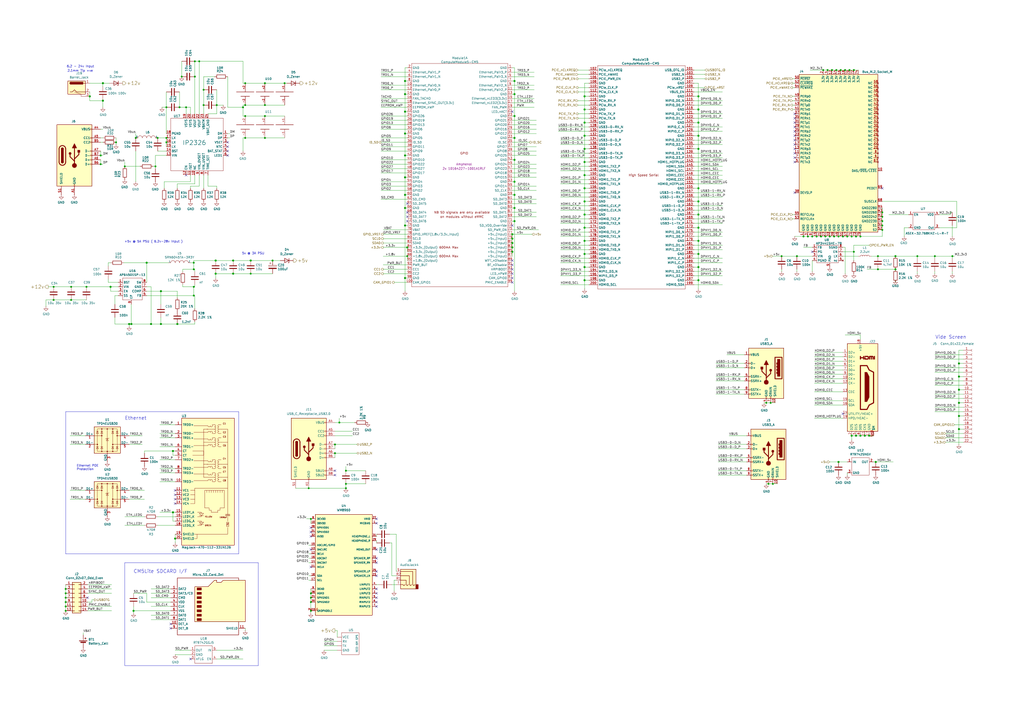
<source format=kicad_sch>
(kicad_sch (version 20250114) (generator "eeschema") (generator_version "9.0")
  (paper "A2")
  (title_block (title "Compute Module 5 IO Board - Top Level") (rev "1") (company "Copyright © 2024 Raspberry Pi Ltd.") (comment 1 "www.raspberrypi.com"))
  (lib_symbols
    (symbol "BK-18650-PC4_1" (pin_names (offset 1.016))
      (property "Reference" "U10" (at 11.43 2.476 0))
      (symbol "BK-18650-PC4_1_0_0"
        (pin bidirectional line (at -5.08 5.08 270) (length 5.08) (name "~") (number "+1"))
        (pin bidirectional line (at -5.08 -7.62 90) (length 5.08) (name "~") (number "-1"))
        (pin bidirectional line (at 6.35 5.08 270) (length 5.08) (name "~") (number "+2"))
        (pin bidirectional line (at 6.35 -7.62 90) (length 5.08) (name "~") (number "-2"))
        (pin bidirectional line (at 17.78 5.08 270) (length 5.08) (name "~") (number "+2"))
        (pin bidirectional line (at 17.78 -7.62 90) (length 5.08) (name "~") (number "-2"))
      )
    )
    (symbol "BK-18650-PC4_2" (pin_names (offset 1.016))
      (property "Reference" "U10" (at 11.43 2.476 0))
      (symbol "BK-18650-PC4_2_0_0"
        (pin bidirectional line (at -5.08 5.08 270) (length 5.08) (name "~") (number "+1"))
        (pin bidirectional line (at -5.08 -7.62 90) (length 5.08) (name "~") (number "-1"))
        (pin bidirectional line (at 6.35 5.08 270) (length 5.08) (name "~") (number "+2"))
        (pin bidirectional line (at 6.35 -7.62 90) (length 5.08) (name "~") (number "-2"))
        (pin bidirectional line (at 17.78 5.08 270) (length 5.08) (name "~") (number "+2"))
        (pin bidirectional line (at 17.78 -7.62 90) (length 5.08) (name "~") (number "-2"))
      )
    )
    (symbol "CM4IO:AP64351"
      (property "Reference" "U" (at 0 8.89 0))
      (property "Value" "AP64351" (at 1.27 6.35 0))
      (symbol "AP64351_1_1"
        (pin passive line (at -7.62 2.54 0) (length 2.54) (name "BST") (number "1"))
        (pin power_in line (at -7.62 0 0) (length 2.54) (name "VIN") (number "2"))
        (pin input line (at -7.62 -2.54 0) (length 2.54) (name "EN") (number "3"))
        (pin input line (at -7.62 -5.08 0) (length 2.54) (name "SS") (number "4"))
        (pin passive line (at 0 -10.16 90) (length 2.54) (name "EP") (number "9"))
        (pin output line (at 8.89 2.54 180) (length 2.54) (name "SW") (number "8"))
        (pin power_in line (at 8.89 0 180) (length 2.54) (name "GND") (number "7"))
        (pin input line (at 8.89 -2.54 180) (length 2.54) (name "COMP") (number "6"))
        (pin input line (at 8.89 -5.08 180) (length 2.54) (name "FB") (number "5"))
      )
    )
    (symbol "CM4IO:Barrel_Jack"
      (property "Reference" "J" (at 0 5.334 0))
      (property "Value" "Barrel_Jack" (at 0 -5.08 0))
      (symbol "Barrel_Jack_1_1"
        (pin passive line (at 7.62 2.54 180) (length 2.54) (name "~") (number "1"))
        (pin passive line (at 7.62 -2.54 180) (length 2.54) (name "~") (number "2"))
        (pin passive line (at 7.62 -5.08 180) (length 2.54) (name "~") (number "3"))
      )
    )
    (symbol "CM4IO:IP2326"
      (property "Reference" "U" (at 11.938 16.256 0))
      (property "Value" "IP2326" (at 0.762 1.524 0))
      (symbol "IP2326_1_1"
        (pin input line (at -17.78 6.35 0) (length 2.54) (name "DM") (number "1"))
        (pin input line (at -17.78 3.81 0) (length 2.54) (name "DP") (number "2"))
        (pin input line (at -17.78 1.27 0) (length 2.54) (name "VSET") (number "3"))
        (pin input line (at -17.78 -1.27 0) (length 2.54) (name "NTC") (number "4"))
        (pin output line (at -17.78 -3.81 0) (length 2.54) (name "BAT_STAT") (number "5"))
        (pin output line (at -17.78 -6.35 0) (length 2.54) (name "LED1") (number "6"))
        (pin power_in line (at -6.35 17.78 270) (length 2.54) (name "VBAT_GND") (number "24"))
        (pin input line (at -6.35 -17.78 90) (length 2.54) (name "TIME_SET") (number "7"))
        (pin input line (at -3.81 17.78 270) (length 2.54) (name "VBATM") (number "23"))
        (pin input line (at -3.81 -17.78 90) (length 2.54) (name "VIN_UVSET") (number "8"))
        (pin power_out line (at -1.27 17.78 270) (length 2.54) (name "VOUT") (number "22"))
        (pin input line (at -1.27 -17.78 90) (length 2.54) (name "VIN_OVSET") (number "9"))
        (pin power_out line (at 1.27 17.78 270) (length 2.54) (name "VOUT") (number "21"))
        (pin input line (at 1.27 -17.78 90) (length 2.54) (name "NC") (number "10"))
        (pin power_out line (at 3.81 17.78 270) (length 2.54) (name "VSYS") (number "20"))
        (pin input line (at 3.81 -17.78 90) (length 2.54) (name "ISET") (number "11"))
        (pin power_out line (at 6.35 17.78 270) (length 2.54) (name "VSYS") (number "19"))
        (pin input line (at 6.35 -17.78 90) (length 2.54) (name "EN") (number "12"))
        (pin power_in line (at 17.78 6.35 180) (length 2.54) (name "PGND") (number "18"))
        (pin power_in line (at 17.78 3.81 180) (length 2.54) (name "LX") (number "17"))
        (pin power_in line (at 17.78 1.27 180) (length 2.54) (name "LX") (number "16"))
        (pin power_in line (at 17.78 -1.27 180) (length 2.54) (name "LX") (number "15"))
        (pin power_in line (at 17.78 -3.81 180) (length 2.54) (name "BST") (number "14"))
        (pin power_in line (at 17.78 -6.35 180) (length 2.54) (name "VIN") (number "13"))
      )
    )
    (symbol "CM5IO:AP3441SHE-7B"
      (property "Reference" "U" (at -6.35 10.16 0))
      (property "Value" "AP3441SHE-7B" (at 0 7.62 0))
      (symbol "AP3441SHE-7B_1_1"
        (pin passive line (at -8.89 5.08 0) (length 2.54) (name "FB") (number "1"))
        (pin open_collector line (at -8.89 2.54 0) (length 2.54) (name "PG") (number "2"))
        (pin power_in line (at -8.89 0 0) (length 2.54) (name "VIN") (number "3"))
        (pin power_in line (at -8.89 -2.54 0) (length 2.54) (name "PGND") (number "4"))
        (pin input line (at 1.27 -6.35 90) (length 2.54) (name "PAD") (number "9"))
        (pin power_in line (at 8.89 5.08 180) (length 2.54) (name "SGND") (number "8"))
        (pin input line (at 8.89 2.54 180) (length 2.54) (name "EN") (number "7"))
        (pin power_out line (at 8.89 0 180) (length 2.54) (name "LX") (number "6"))
        (pin no_connect line (at 8.89 -2.54 180) (length 2.54) (name "nc") (number "5"))
      )
    )
    (symbol "CM5IO:ASEK-32.768KHZ-L-R-T"
      (property "Reference" "U" (at -5.08 6.35 0))
      (property "Value" "ASEK-32.768KHZ-L-R-T" (at 0 -6.35 0))
      (symbol "ASEK-32.768KHZ-L-R-T_1_1"
        (pin input line (at -8.89 3.81 0) (length 2.54) (name "EN") (number "1"))
        (pin power_in line (at -8.89 -3.81 0) (length 2.54) (name "GND") (number "2"))
        (pin power_in line (at 8.89 3.81 180) (length 2.54) (name "VDD") (number "4"))
        (pin output line (at 8.89 -3.81 180) (length 2.54) (name "Out") (number "3"))
      )
    )
    (symbol "CM5IO:Bus_M.2_Socket_M"
      (property "Reference" "J" (at -22.86 46.99 0))
      (property "Value" "Bus_M.2_Socket_M" (at 30.988 46.99 0))
      (symbol "Bus_M.2_Socket_M_1_1"
        (pin input line (at -25.4 43.18 0) (length 2.54) (name "~{PERST}") (number "50"))
        (pin bidirectional line (at -25.4 40.64 0) (length 2.54) (name "~{CLKREQ}") (number "52"))
        (pin bidirectional line (at -25.4 38.1 0) (length 2.54) (name "~{PEWAKE}") (number "54"))
        (pin input line (at -25.4 33.02 0) (length 2.54) (name "PERp0") (number "49"))
        (pin input line (at -25.4 30.48 0) (length 2.54) (name "PERn0") (number "47"))
        (pin output line (at -25.4 27.94 0) (length 2.54) (name "PETp0") (number "43"))
        (pin output line (at -25.4 25.4 0) (length 2.54) (name "PETn0") (number "41"))
        (pin input line (at -25.4 22.86 0) (length 2.54) (name "PERp1") (number "37"))
        (pin input line (at -25.4 20.32 0) (length 2.54) (name "PERn1") (number "35"))
        (pin output line (at -25.4 17.78 0) (length 2.54) (name "PETp1") (number "31"))
        (pin output line (at -25.4 15.24 0) (length 2.54) (name "PETn1") (number "29"))
        (pin input line (at -25.4 12.7 0) (length 2.54) (name "PERp2") (number "25"))
        (pin input line (at -25.4 10.16 0) (length 2.54) (name "PERn2") (number "23"))
        (pin output line (at -25.4 7.62 0) (length 2.54) (name "PETp2") (number "19"))
        (pin output line (at -25.4 5.08 0) (length 2.54) (name "PETn2") (number "17"))
        (pin input line (at -25.4 2.54 0) (length 2.54) (name "PERp3") (number "13"))
        (pin input line (at -25.4 0 0) (length 2.54) (name "PERn3") (number "11"))
        (pin output line (at -25.4 -2.54 0) (length 2.54) (name "PETp3") (number "7"))
        (pin output line (at -25.4 -5.08 0) (length 2.54) (name "PETn3") (number "5"))
        (pin input line (at -25.4 -22.86 0) (length 2.54) (name "DEVSLP") (number "38"))
        (pin input line (at -25.4 -35.56 0) (length 2.54) (name "REFCLKp") (number "55"))
        (pin input line (at -25.4 -38.1 0) (length 2.54) (name "REFCLKn") (number "53"))
        (pin power_in line (at -20.32 -48.26 90) (length 2.54) (name "GND") (number "1"))
        (pin power_in line (at -17.78 -48.26 90) (length 2.54) (name "GND") (number "3"))
        (pin power_in line (at -15.24 -48.26 90) (length 2.54) (name "GND") (number "9"))
        (pin power_in line (at -12.7 -48.26 90) (length 2.54) (name "GND") (number "15"))
        (pin power_in line (at -10.16 -48.26 90) (length 2.54) (name "GND") (number "21"))
        (pin power_in line (at -8.89 48.26 270) (length 2.54) (name "3.3V") (number "2"))
        (pin power_in line (at -7.62 -48.26 90) (length 2.54) (name "GND") (number "27"))
        (pin power_in line (at -6.35 48.26 270) (length 2.54) (name "3.3V") (number "4"))
        (pin power_in line (at -5.08 -48.26 90) (length 2.54) (name "GND") (number "33"))
        (pin power_in line (at -3.81 48.26 270) (length 2.54) (name "3.3V") (number "12"))
        (pin power_in line (at -2.54 -48.26 90) (length 2.54) (name "GND") (number "39"))
        (pin power_in line (at -1.27 48.26 270) (length 2.54) (name "3.3V") (number "14"))
        (pin power_in line (at 0 -48.26 90) (length 2.54) (name "GND") (number "45"))
        (pin power_in line (at 1.27 48.26 270) (length 2.54) (name "3.3V") (number "16"))
        (pin power_in line (at 2.54 -48.26 90) (length 2.54) (name "GND") (number "51"))
        (pin power_in line (at 3.81 48.26 270) (length 2.54) (name "3.3V") (number "18"))
        (pin power_in line (at 5.08 -48.26 90) (length 2.54) (name "GND") (number "57"))
        (pin power_in line (at 6.35 48.26 270) (length 2.54) (name "3.3V") (number "70"))
        (pin power_in line (at 7.62 -48.26 90) (length 2.54) (name "GND") (number "71"))
        (pin power_in line (at 8.89 48.26 270) (length 2.54) (name "3.3V") (number "72"))
        (pin power_in line (at 10.16 -48.26 90) (length 2.54) (name "GND") (number "73"))
        (pin power_in line (at 11.43 48.26 270) (length 2.54) (name "3.3V") (number "74"))
        (pin power_in line (at 12.7 -48.26 90) (length 2.54) (name "GND") (number "75"))
        (pin no_connect line (at 22.86 40.64 180) (length 2.54) (name "NC") (number "58"))
        (pin no_connect line (at 22.86 38.1 180) (length 2.54) (name "NC") (number "56"))
        (pin no_connect line (at 22.86 35.56 180) (length 2.54) (name "NC") (number "48"))
        (pin no_connect line (at 22.86 33.02 180) (length 2.54) (name "NC") (number "46"))
        (pin no_connect line (at 22.86 30.48 180) (length 2.54) (name "NC") (number "44"))
        (pin no_connect line (at 22.86 27.94 180) (length 2.54) (name "NC") (number "42"))
        (pin no_connect line (at 22.86 25.4 180) (length 2.54) (name "NC") (number "40"))
        (pin no_connect line (at 22.86 22.86 180) (length 2.54) (name "NC") (number "36"))
        (pin no_connect line (at 22.86 20.32 180) (length 2.54) (name "NC") (number "34"))
        (pin no_connect line (at 22.86 17.78 180) (length 2.54) (name "NC") (number "32"))
        (pin no_connect line (at 22.86 15.24 180) (length 2.54) (name "NC") (number "30"))
        (pin no_connect line (at 22.86 12.7 180) (length 2.54) (name "NC") (number "28"))
        (pin no_connect line (at 22.86 10.16 180) (length 2.54) (name "NC") (number "26"))
        (pin no_connect line (at 22.86 7.62 180) (length 2.54) (name "NC") (number "24"))
        (pin no_connect line (at 22.86 5.08 180) (length 2.54) (name "NC") (number "22"))
        (pin no_connect line (at 22.86 2.54 180) (length 2.54) (name "NC") (number "20"))
        (pin no_connect line (at 22.86 0 180) (length 2.54) (name "NC") (number "8"))
        (pin no_connect line (at 22.86 -2.54 180) (length 2.54) (name "NC") (number "6"))
        (pin no_connect line (at 22.86 -5.08 180) (length 2.54) (name "NC") (number "67"))
        (pin bidirectional line (at 25.4 -10.16 180) (length 2.54) (name "DAS/~{DSS}/~{LED1}") (number "10"))
        (pin passive line (at 25.4 -20.32 180) (length 2.54) (name "PEDET") (number "69"))
        (pin input line (at 25.4 -27.94 180) (length 2.54) (name "SUSCLK") (number "68"))
        (pin passive line (at 25.4 -31.75 180) (length 2.54) (name "GND2280") (number "M4"))
        (pin passive line (at 25.4 -34.29 180) (length 2.54) (name "GND2260") (number "M3"))
        (pin passive line (at 25.4 -36.83 180) (length 2.54) (name "GND2242") (number "M2"))
        (pin passive line (at 25.4 -39.37 180) (length 2.54) (name "GND2230") (number "M1"))
        (pin passive line (at 25.4 -41.91 180) (length 2.54) (name "S1") (number "S1"))
        (pin passive line (at 25.4 -44.45 180) (length 2.54) (name "S2") (number "S2"))
      )
    )
    (symbol "CM5IO:ComputeModule5-CM5"
      (property "Reference" "Module" (at 113.03 -68.58 0))
      (property "Value" "ComputeModule5-CM5" (at 140.97 2.54 0))
      (property "Field4" "Amphenol" (at 0 0 0))
      (property "Field5" "2x 10164227-1001A1RLF" (at 0 -2.54 0))
      (symbol "ComputeModule5-CM5_1_0"
        (text "GPIO" (at 0 6.35 0) (effects (font (size 1.27 1.27))))
      )
      (symbol "ComputeModule5-CM5_1_1"
        (text "600mA Max" (at -8.89 -48.26 0) (effects (font (size 1.27 1.27))))
        (text "600mA Max" (at -8.89 -53.34 0) (effects (font (size 1.27 1.27))))
        (text "NB SD signals are only available" (at -1.27 -27.94 0) (effects (font (size 1.27 1.27))))
        (text "on modules without eMMC" (at -1.27 -30.48 0) (effects (font (size 1.27 1.27))))
        (pin power_in line (at -33.02 55.88 0) (length 2.54) (name "GND") (number "2"))
        (pin passive line (at -33.02 53.34 0) (length 2.54) (name "Ethernet_Pair1_P") (number "4"))
        (pin passive line (at -33.02 50.8 0) (length 2.54) (name "Ethernet_Pair1_N") (number "6"))
        (pin power_in line (at -33.02 48.26 0) (length 2.54) (name "GND") (number "8"))
        (pin passive line (at -33.02 45.72 0) (length 2.54) (name "Ethernet_Pair0_N") (number "10"))
        (pin passive line (at -33.02 43.18 0) (length 2.54) (name "Ethernet_Pair0_P") (number "12"))
        (pin power_in line (at -33.02 40.64 0) (length 2.54) (name "GND") (number "14"))
        (pin input line (at -33.02 38.1 0) (length 2.54) (name "FAN_TACHO") (number "16"))
        (pin input line (at -33.02 35.56 0) (length 2.54) (name "Ethernet_SYNC_OUT(3.3v)") (number "18"))
        (pin passive line (at -33.02 33.02 0) (length 2.54) (name "EEPROM_nWP") (number "20"))
        (pin power_in line (at -33.02 30.48 0) (length 2.54) (name "GND") (number "22"))
        (pin passive line (at -33.02 27.94 0) (length 2.54) (name "GPIO26") (number "24"))
        (pin passive line (at -33.02 25.4 0) (length 2.54) (name "GPIO19") (number "26"))
        (pin passive line (at -33.02 22.86 0) (length 2.54) (name "GPIO13") (number "28"))
        (pin passive line (at -33.02 20.32 0) (length 2.54) (name "GPIO6") (number "30"))
        (pin power_in line (at -33.02 17.78 0) (length 2.54) (name "GND") (number "32"))
        (pin passive line (at -33.02 15.24 0) (length 2.54) (name "GPIO5") (number "34"))
        (pin passive line (at -33.02 12.7 0) (length 2.54) (name "ID_SD") (number "36"))
        (pin passive line (at -33.02 10.16 0) (length 2.54) (name "GPIO11") (number "38"))
        (pin passive line (at -33.02 7.62 0) (length 2.54) (name "GPIO9") (number "40"))
        (pin power_in line (at -33.02 5.08 0) (length 2.54) (name "GND") (number "42"))
        (pin passive line (at -33.02 2.54 0) (length 2.54) (name "GPIO10") (number "44"))
        (pin passive line (at -33.02 0 0) (length 2.54) (name "GPIO22") (number "46"))
        (pin passive line (at -33.02 -2.54 0) (length 2.54) (name "GPIO27") (number "48"))
        (pin passive line (at -33.02 -5.08 0) (length 2.54) (name "GPIO17") (number "50"))
        (pin power_in line (at -33.02 -7.62 0) (length 2.54) (name "GND") (number "52"))
        (pin passive line (at -33.02 -10.16 0) (length 2.54) (name "GPIO4") (number "54"))
        (pin passive line (at -33.02 -12.7 0) (length 2.54) (name "GPIO3") (number "56"))
        (pin passive line (at -33.02 -15.24 0) (length 2.54) (name "GPIO2") (number "58"))
        (pin power_in line (at -33.02 -17.78 0) (length 2.54) (name "GND") (number "60"))
        (pin passive line (at -33.02 -20.32 0) (length 2.54) (name "SD_CMD") (number "62"))
        (pin passive line (at -33.02 -22.86 0) (length 2.54) (name "SD_DAT5") (number "64"))
        (pin power_in line (at -33.02 -25.4 0) (length 2.54) (name "GND") (number "66"))
        (pin passive line (at -33.02 -27.94 0) (length 2.54) (name "SD_DAT4") (number "68"))
        (pin passive line (at -33.02 -30.48 0) (length 2.54) (name "SD_DAT7") (number "70"))
        (pin passive line (at -33.02 -33.02 0) (length 2.54) (name "SD_DAT6") (number "72"))
        (pin power_in line (at -33.02 -35.56 0) (length 2.54) (name "GND") (number "74"))
        (pin passive line (at -33.02 -38.1 0) (length 2.54) (name "VBAT") (number "76"))
        (pin power_in line (at -33.02 -40.64 0) (length 2.54) (name "GPIO_VREF(1.8v/3.3v_Input)") (number "78"))
        (pin passive line (at -33.02 -43.18 0) (length 2.54) (name "SCL0") (number "80"))
        (pin passive line (at -33.02 -45.72 0) (length 2.54) (name "SDA0") (number "82"))
        (pin power_out line (at -33.02 -48.26 0) (length 2.54) (name "+3.3v_(Output)") (number "84"))
        (pin passive line (at -33.02 -50.8 0) (length 2.54) (name "+3.3v_(Output)") (number "86"))
        (pin power_out line (at -33.02 -53.34 0) (length 2.54) (name "+1.8v_(Output)") (number "88"))
        (pin passive line (at -33.02 -55.88 0) (length 2.54) (name "+1.8v_(Output)") (number "90"))
        (pin passive line (at -33.02 -58.42 0) (length 2.54) (name "PWR_BUT") (number "92"))
        (pin passive line (at -33.02 -60.96 0) (length 2.54) (name "CC1") (number "94"))
        (pin passive line (at -33.02 -63.5 0) (length 2.54) (name "CC2") (number "96"))
        (pin power_in line (at -33.02 -66.04 0) (length 2.54) (name "GND") (number "98"))
        (pin passive line (at -33.02 -68.58 0) (length 2.54) (name "CAM_GPIO1") (number "100"))
        (pin power_in line (at 27.94 55.88 180) (length 2.54) (name "GND") (number "1"))
        (pin passive line (at 27.94 53.34 180) (length 2.54) (name "Ethernet_Pair3_P") (number "3"))
        (pin passive line (at 27.94 50.8 180) (length 2.54) (name "Ethernet_Pair3_N") (number "5"))
        (pin power_in line (at 27.94 48.26 180) (length 2.54) (name "GND") (number "7"))
        (pin passive line (at 27.94 45.72 180) (length 2.54) (name "Ethernet_Pair2_N") (number "9"))
        (pin passive line (at 27.94 43.18 180) (length 2.54) (name "Ethernet_Pair2_P") (number "11"))
        (pin power_in line (at 27.94 40.64 180) (length 2.54) (name "GND") (number "13"))
        (pin output line (at 27.94 38.1 180) (length 2.54) (name "Ethernet_nLED3(3.3v)") (number "15"))
        (pin output line (at 27.94 35.56 180) (length 2.54) (name "Ethernet_nLED2(3.3v)") (number "17"))
        (pin output line (at 27.94 33.02 180) (length 2.54) (name "FAN_PWM") (number "19"))
        (pin open_collector line (at 27.94 30.48 180) (length 2.54) (name "LED_nACT") (number "21"))
        (pin power_in line (at 27.94 27.94 180) (length 2.54) (name "GND") (number "23"))
        (pin passive line (at 27.94 25.4 180) (length 2.54) (name "GPIO21") (number "25"))
        (pin passive line (at 27.94 22.86 180) (length 2.54) (name "GPIO20") (number "27"))
        (pin passive line (at 27.94 20.32 180) (length 2.54) (name "GPIO16") (number "29"))
        (pin passive line (at 27.94 17.78 180) (length 2.54) (name "GPIO12") (number "31"))
        (pin power_in line (at 27.94 15.24 180) (length 2.54) (name "GND") (number "33"))
        (pin passive line (at 27.94 12.7 180) (length 2.54) (name "ID_SC") (number "35"))
        (pin passive line (at 27.94 10.16 180) (length 2.54) (name "GPIO7") (number "37"))
        (pin passive line (at 27.94 7.62 180) (length 2.54) (name "GPIO8") (number "39"))
        (pin passive line (at 27.94 5.08 180) (length 2.54) (name "GPIO25") (number "41"))
        (pin power_in line (at 27.94 2.54 180) (length 2.54) (name "GND") (number "43"))
        (pin passive line (at 27.94 0 180) (length 2.54) (name "GPIO24") (number "45"))
        (pin passive line (at 27.94 -2.54 180) (length 2.54) (name "GPIO23") (number "47"))
        (pin passive line (at 27.94 -5.08 180) (length 2.54) (name "GPIO18") (number "49"))
        (pin passive line (at 27.94 -7.62 180) (length 2.54) (name "GPIO15") (number "51"))
        (pin power_in line (at 27.94 -10.16 180) (length 2.54) (name "GND") (number "53"))
        (pin passive line (at 27.94 -12.7 180) (length 2.54) (name "GPIO14") (number "55"))
        (pin passive line (at 27.94 -15.24 180) (length 2.54) (name "SD_CLK") (number "57"))
        (pin power_in line (at 27.94 -17.78 180) (length 2.54) (name "GND") (number "59"))
        (pin passive line (at 27.94 -20.32 180) (length 2.54) (name "SD_DAT3") (number "61"))
        (pin passive line (at 27.94 -22.86 180) (length 2.54) (name "SD_DAT0") (number "63"))
        (pin power_in line (at 27.94 -25.4 180) (length 2.54) (name "GND") (number "65"))
        (pin passive line (at 27.94 -27.94 180) (length 2.54) (name "SD_DAT1") (number "67"))
        (pin passive line (at 27.94 -30.48 180) (length 2.54) (name "SD_DAT2") (number "69"))
        (pin power_in line (at 27.94 -33.02 180) (length 2.54) (name "GND") (number "71"))
        (pin input line (at 27.94 -35.56 180) (length 2.54) (name "SD_VDD_Override") (number "73"))
        (pin output line (at 27.94 -38.1 180) (length 2.54) (name "SD_PWR_ON") (number "75"))
        (pin power_in line (at 27.94 -40.64 180) (length 2.54) (name "+5v_(Input)") (number "77"))
        (pin power_in line (at 27.94 -43.18 180) (length 2.54) (name "+5v_(Input)") (number "79"))
        (pin power_in line (at 27.94 -45.72 180) (length 2.54) (name "+5v_(Input)") (number "81"))
        (pin power_in line (at 27.94 -48.26 180) (length 2.54) (name "+5v_(Input)") (number "83"))
        (pin power_in line (at 27.94 -50.8 180) (length 2.54) (name "+5v_(Input)") (number "85"))
        (pin power_in line (at 27.94 -53.34 180) (length 2.54) (name "+5v_(Input)") (number "87"))
        (pin input line (at 27.94 -55.88 180) (length 2.54) (name "WiFi_nDisable") (number "89"))
        (pin input line (at 27.94 -58.42 180) (length 2.54) (name "BT_nDisable") (number "91"))
        (pin input line (at 27.94 -60.96 180) (length 2.54) (name "nRPIBOOT") (number "93"))
        (pin output line (at 27.94 -63.5 180) (length 2.54) (name "LED_nPWR") (number "95"))
        (pin passive line (at 27.94 -66.04 180) (length 2.54) (name "CAM_GPIO0") (number "97"))
        (pin input line (at 27.94 -68.58 180) (length 2.54) (name "PMIC_ENABLE") (number "99"))
      )
      (symbol "ComputeModule5-CM5_2_1"
        (text "High Speed Serial" (at 140.97 0 0) (effects (font (size 1.27 1.27))))
        (pin input line (at 109.22 60.96 0) (length 5.08) (name "PCIe_nCLKREQ") (number "102"))
        (pin input line (at 109.22 58.42 0) (length 5.08) (name "PCIE_nWAKE") (number "104"))
        (pin output line (at 109.22 55.88 0) (length 5.08) (name "PCIE_PWR_EN") (number "106"))
        (pin power_in line (at 109.22 53.34 0) (length 5.08) (name "GND") (number "108"))
        (pin output line (at 109.22 50.8 0) (length 5.08) (name "PCIe_CLK_P") (number "110"))
        (pin output line (at 109.22 48.26 0) (length 5.08) (name "PCIe_CLK_N") (number "112"))
        (pin power_in line (at 109.22 45.72 0) (length 5.08) (name "GND") (number "114"))
        (pin input line (at 109.22 43.18 0) (length 5.08) (name "PCIe_RX_P") (number "116"))
        (pin input line (at 109.22 40.64 0) (length 5.08) (name "PCIe_RX_N") (number "118"))
        (pin power_in line (at 109.22 38.1 0) (length 5.08) (name "GND") (number "120"))
        (pin output line (at 109.22 35.56 0) (length 5.08) (name "PCIe_TX_P") (number "122"))
        (pin output line (at 109.22 33.02 0) (length 5.08) (name "PCIe_TX_N") (number "124"))
        (pin power_in line (at 109.22 30.48 0) (length 5.08) (name "GND") (number "126"))
        (pin input line (at 109.22 27.94 0) (length 5.08) (name "USB3-0-RX_N") (number "128"))
        (pin input line (at 109.22 25.4 0) (length 5.08) (name "USB3-0-RX_P") (number "130"))
        (pin power_in line (at 109.22 22.86 0) (length 5.08) (name "GND") (number "132"))
        (pin passive line (at 109.22 20.32 0) (length 5.08) (name "USB3-0-D_P") (number "134"))
        (pin passive line (at 109.22 17.78 0) (length 5.08) (name "USB3-0-D_N") (number "136"))
        (pin power_in line (at 109.22 15.24 0) (length 5.08) (name "GND") (number "138"))
        (pin output line (at 109.22 12.7 0) (length 5.08) (name "USB3-0-TX_N") (number "140"))
        (pin output line (at 109.22 10.16 0) (length 5.08) (name "USB3-0-TX_P") (number "142"))
        (pin power_in line (at 109.22 7.62 0) (length 5.08) (name "GND") (number "144"))
        (pin output line (at 109.22 5.08 0) (length 5.08) (name "HDMI1_TX2_P") (number "146"))
        (pin output line (at 109.22 2.54 0) (length 5.08) (name "HDMI1_TX2_N") (number "148"))
        (pin power_in line (at 109.22 0 0) (length 5.08) (name "GND") (number "150"))
        (pin output line (at 109.22 -2.54 0) (length 5.08) (name "HDMI1_TX1_P") (number "152"))
        (pin output line (at 109.22 -5.08 0) (length 5.08) (name "HDMI1_TX1_N") (number "154"))
        (pin power_in line (at 109.22 -7.62 0) (length 5.08) (name "GND") (number "156"))
        (pin output line (at 109.22 -10.16 0) (length 5.08) (name "HDMI1_TX0_P") (number "158"))
        (pin output line (at 109.22 -12.7 0) (length 5.08) (name "HDMI1_TX0_N") (number "160"))
        (pin power_in line (at 109.22 -15.24 0) (length 5.08) (name "GND") (number "162"))
        (pin output line (at 109.22 -17.78 0) (length 5.08) (name "HDMI1_CLK_P") (number "164"))
        (pin output line (at 109.22 -20.32 0) (length 5.08) (name "HDMI1_CLK_N") (number "166"))
        (pin power_in line (at 109.22 -22.86 0) (length 5.08) (name "GND") (number "168"))
        (pin output line (at 109.22 -25.4 0) (length 5.08) (name "HDMI0_TX2_P") (number "170"))
        (pin output line (at 109.22 -27.94 0) (length 5.08) (name "HDMI0_TX2_N") (number "172"))
        (pin power_in line (at 109.22 -30.48 0) (length 5.08) (name "GND") (number "174"))
        (pin output line (at 109.22 -33.02 0) (length 5.08) (name "HDMI0_TX1_P") (number "176"))
        (pin output line (at 109.22 -35.56 0) (length 5.08) (name "HDMI0_TX1_N") (number "178"))
        (pin power_in line (at 109.22 -38.1 0) (length 5.08) (name "GND") (number "180"))
        (pin output line (at 109.22 -40.64 0) (length 5.08) (name "HDMI0_TX0_P") (number "182"))
        (pin output line (at 109.22 -43.18 0) (length 5.08) (name "HDMI0_TX0_N") (number "184"))
        (pin power_in line (at 109.22 -45.72 0) (length 5.08) (name "GND") (number "186"))
        (pin output line (at 109.22 -48.26 0) (length 5.08) (name "HDMI0_CLK_P") (number "188"))
        (pin output line (at 109.22 -50.8 0) (length 5.08) (name "HDMI0_CLK_N") (number "190"))
        (pin power_in line (at 109.22 -53.34 0) (length 5.08) (name "GND") (number "192"))
        (pin output line (at 109.22 -55.88 0) (length 5.08) (name "MIPI1_D3_N") (number "194"))
        (pin output line (at 109.22 -58.42 0) (length 5.08) (name "MIPI1_D3_P") (number "196"))
        (pin power_in line (at 109.22 -60.96 0) (length 5.08) (name "GND") (number "198"))
        (pin open_collector line (at 109.22 -63.5 0) (length 5.08) (name "HDMI0_SCL") (number "200"))
        (pin input line (at 170.18 60.96 180) (length 5.08) (name "USB_OTG_ID") (number "101"))
        (pin passive line (at 170.18 58.42 180) (length 5.08) (name "USB2_N") (number "103"))
        (pin passive line (at 170.18 55.88 180) (length 5.08) (name "USB2_P") (number "105"))
        (pin power_in line (at 170.18 53.34 180) (length 5.08) (name "GND") (number "107"))
        (pin output line (at 170.18 50.8 180) (length 5.08) (name "PCIe_nRST") (number "109"))
        (pin output line (at 170.18 48.26 180) (length 5.08) (name "VBUS_EN") (number "111"))
        (pin power_in line (at 170.18 45.72 180) (length 5.08) (name "GND") (number "113"))
        (pin input line (at 170.18 43.18 180) (length 5.08) (name "MIPI0_D0_N") (number "115"))
        (pin input line (at 170.18 40.64 180) (length 5.08) (name "MIPI0_D0_P") (number "117"))
        (pin power_in line (at 170.18 38.1 180) (length 5.08) (name "GND") (number "119"))
        (pin input line (at 170.18 35.56 180) (length 5.08) (name "MIPI0_D1_N") (number "121"))
        (pin input line (at 170.18 33.02 180) (length 5.08) (name "MIPI0_D1_P") (number "123"))
        (pin power_in line (at 170.18 30.48 180) (length 5.08) (name "GND") (number "125"))
        (pin input line (at 170.18 27.94 180) (length 5.08) (name "MIPI0_C_N") (number "127"))
        (pin input line (at 170.18 25.4 180) (length 5.08) (name "MIPI0_C_P") (number "129"))
        (pin power_in line (at 170.18 22.86 180) (length 5.08) (name "GND") (number "131"))
        (pin input line (at 170.18 20.32 180) (length 5.08) (name "MIPI0_D2_N") (number "133"))
        (pin input line (at 170.18 17.78 180) (length 5.08) (name "MIPI0_D2_P") (number "135"))
        (pin power_in line (at 170.18 15.24 180) (length 5.08) (name "GND") (number "137"))
        (pin input line (at 170.18 12.7 180) (length 5.08) (name "MIPI0_D3_N") (number "139"))
        (pin input line (at 170.18 10.16 180) (length 5.08) (name "MIPI0_D3_P") (number "141"))
        (pin input line (at 170.18 7.62 180) (length 5.08) (name "HDMI1_HOTPLUG") (number "143"))
        (pin bidirectional line (at 170.18 5.08 180) (length 5.08) (name "HDMI1_SDA") (number "145"))
        (pin open_collector line (at 170.18 2.54 180) (length 5.08) (name "HDMI1_SCL") (number "147"))
        (pin open_collector line (at 170.18 0 180) (length 5.08) (name "HDMI1_CEC") (number "149"))
        (pin open_collector line (at 170.18 -2.54 180) (length 5.08) (name "HDMI0_CEC") (number "151"))
        (pin input line (at 170.18 -5.08 180) (length 5.08) (name "HDMI0_HOTPLUG") (number "153"))
        (pin power_in line (at 170.18 -7.62 180) (length 5.08) (name "GND") (number "155"))
        (pin input line (at 170.18 -10.16 180) (length 5.08) (name "USB3-1-RX_N") (number "157"))
        (pin input line (at 170.18 -12.7 180) (length 5.08) (name "USB3-1-RX_P") (number "159"))
        (pin power_in line (at 170.18 -15.24 180) (length 5.08) (name "GND") (number "161"))
        (pin passive line (at 170.18 -17.78 180) (length 5.08) (name "USB3-1-D_P") (number "163"))
        (pin passive line (at 170.18 -20.32 180) (length 5.08) (name "USB3-1-D_N") (number "165"))
        (pin power_in line (at 170.18 -22.86 180) (length 5.08) (name "GND") (number "167"))
        (pin output line (at 170.18 -25.4 180) (length 5.08) (name "USB3-1-TX_N") (number "169"))
        (pin output line (at 170.18 -27.94 180) (length 5.08) (name "USB3-1-TX_P") (number "171"))
        (pin power_in line (at 170.18 -30.48 180) (length 5.08) (name "GND") (number "173"))
        (pin output line (at 170.18 -33.02 180) (length 5.08) (name "MIPI1_D0_N") (number "175"))
        (pin output line (at 170.18 -35.56 180) (length 5.08) (name "MIPI1_D0_P") (number "177"))
        (pin power_in line (at 170.18 -38.1 180) (length 5.08) (name "GND") (number "179"))
        (pin output line (at 170.18 -40.64 180) (length 5.08) (name "MIPI1_D1_N") (number "181"))
        (pin output line (at 170.18 -43.18 180) (length 5.08) (name "MIPI1_D1_P") (number "183"))
        (pin power_in line (at 170.18 -45.72 180) (length 5.08) (name "GND") (number "185"))
        (pin output line (at 170.18 -48.26 180) (length 5.08) (name "MIPI1_C_N") (number "187"))
        (pin output line (at 170.18 -50.8 180) (length 5.08) (name "MIPI1_C_P") (number "189"))
        (pin power_in line (at 170.18 -53.34 180) (length 5.08) (name "GND") (number "191"))
        (pin output line (at 170.18 -55.88 180) (length 5.08) (name "MIPI1_D2_N") (number "193"))
        (pin output line (at 170.18 -58.42 180) (length 5.08) (name "MIPI1_D2_P") (number "195"))
        (pin power_in line (at 170.18 -60.96 180) (length 5.08) (name "GND") (number "197"))
        (pin bidirectional line (at 170.18 -63.5 180) (length 5.08) (name "HDMI0_SDA") (number "199"))
      )
    )
    (symbol "CM5IO:HDMI_A_1.4"
      (property "Reference" "J" (at -6.35 26.67 0))
      (property "Value" "HDMI_A_1.4" (at 10.16 26.67 0))
      (symbol "HDMI_A_1.4_0_0"
        (pin passive line (at 7.62 -27.94 90) (length 2.54) (name "SH") (number "SH2"))
        (pin passive line (at 7.62 -27.94 90) (length 2.54) (name "SH") (number "SH3"))
        (pin passive line (at 7.62 -27.94 90) (length 2.54) (name "SH") (number "SH4"))
      )
      (symbol "HDMI_A_1.4_1_1"
        (pin passive line (at -10.16 20.32 0) (length 2.54) (name "D2+") (number "1"))
        (pin passive line (at -10.16 17.78 0) (length 2.54) (name "D2-") (number "3"))
        (pin passive line (at -10.16 15.24 0) (length 2.54) (name "D1+") (number "4"))
        (pin passive line (at -10.16 12.7 0) (length 2.54) (name "D1-") (number "6"))
        (pin passive line (at -10.16 10.16 0) (length 2.54) (name "D0+") (number "7"))
        (pin passive line (at -10.16 7.62 0) (length 2.54) (name "D0-") (number "9"))
        (pin passive line (at -10.16 5.08 0) (length 2.54) (name "CK+") (number "10"))
        (pin passive line (at -10.16 2.54 0) (length 2.54) (name "CK-") (number "12"))
        (pin bidirectional line (at -10.16 -2.54 0) (length 2.54) (name "CEC") (number "13"))
        (pin passive line (at -10.16 -7.62 0) (length 2.54) (name "SCL") (number "15"))
        (pin bidirectional line (at -10.16 -10.16 0) (length 2.54) (name "SDA") (number "16"))
        (pin passive line (at -10.16 -15.24 0) (length 2.54) (name "UTILITY/HEAC+") (number "14"))
        (pin passive line (at -10.16 -17.78 0) (length 2.54) (name "HPD/HEAC-") (number "19"))
        (pin power_in line (at -5.08 -27.94 90) (length 2.54) (name "D2S") (number "2"))
        (pin power_in line (at -2.54 -27.94 90) (length 2.54) (name "D1S") (number "5"))
        (pin power_in line (at 0 27.94 270) (length 2.54) (name "+5V") (number "18"))
        (pin power_in line (at 0 -27.94 90) (length 2.54) (name "D0S") (number "8"))
        (pin power_in line (at 2.54 -27.94 90) (length 2.54) (name "CKS") (number "11"))
        (pin power_in line (at 5.08 -27.94 90) (length 2.54) (name "GND") (number "17"))
        (pin passive line (at 7.62 -27.94 90) (length 2.54) (name "SH") (number "SH1"))
      )
    )
    (symbol "CM5IO:MagJack-A70-112-331N126"
      (property "Reference" "U" (at 0 0 0))
      (property "Value" "MagJack-A70-112-331N126" (at 0 0 0))
      (symbol "MagJack-A70-112-331N126_1_1"
        (text "YELLOW" (at -4.445 17.78 0) (effects (font (size 0.762 0.762)) (justify left)))
        (text "GREEN" (at -4.445 12.7 0) (effects (font (size 0.762 0.762)) (justify left)))
        (text "1000pF" (at 6.35 17.399 0) (effects (font (size 0.762 0.762))))
        (text "C1" (at 6.985 71.755 0) (effects (font (size 0.889 0.889))))
        (text "C2" (at 6.985 66.675 0) (effects (font (size 0.889 0.889))))
        (text "C3" (at 6.985 64.135 0) (effects (font (size 0.889 0.889))))
        (text "C6" (at 6.985 59.055 0) (effects (font (size 0.889 0.889))))
        (text "C4" (at 6.985 51.435 0) (effects (font (size 0.889 0.889))))
        (text "C5" (at 6.985 46.355 0) (effects (font (size 0.889 0.889))))
        (text "C7" (at 6.985 43.815 0) (effects (font (size 0.889 0.889))))
        (text "C8" (at 6.985 38.735 0) (effects (font (size 0.889 0.889))))
        (text "75" (at 8.89 13.335 900) (effects (font (size 0.762 0.762))))
        (pin passive line (at -21.59 71.12 0) (length 3.81) (name "TRD0+") (number "1"))
        (pin passive line (at -21.59 66.04 0) (length 3.81) (name "TRD0-") (number "2"))
        (pin passive line (at -21.59 63.5 0) (length 3.81) (name "TRD1+") (number "3"))
        (pin passive line (at -21.59 58.42 0) (length 3.81) (name "TRD1-") (number "6"))
        (pin passive line (at -21.59 55.88 0) (length 3.81) (name "CT") (number "4"))
        (pin passive line (at -21.59 53.34 0) (length 3.81) (name "CT") (number "5"))
        (pin passive line (at -21.59 50.8 0) (length 3.81) (name "TRD2+") (number "7"))
        (pin passive line (at -21.59 45.72 0) (length 3.81) (name "TRD2-") (number "8"))
        (pin passive line (at -21.59 43.18 0) (length 3.81) (name "TRD3+") (number "9"))
        (pin passive line (at -21.59 38.1 0) (length 3.81) (name "TRD3-") (number "10"))
        (pin passive line (at -21.59 33.02 0) (length 3.81) (name "VC1") (number "11"))
        (pin passive line (at -21.59 30.48 0) (length 3.81) (name "VC2") (number "12"))
        (pin passive line (at -21.59 27.94 0) (length 3.81) (name "VC3") (number "13"))
        (pin passive line (at -21.59 25.4 0) (length 3.81) (name "VC4") (number "14"))
        (pin passive line (at -21.59 20.32 0) (length 3.81) (name "LEDY_A") (number "15"))
        (pin passive line (at -21.59 17.78 0) (length 3.81) (name "LEDY_K") (number "16"))
        (pin passive line (at -21.59 15.24 0) (length 3.81) (name "LEDG_A") (number "17"))
        (pin passive line (at -21.59 12.7 0) (length 3.81) (name "LEDG_K") (number "18"))
        (pin passive line (at -21.59 7.62 0) (length 3.81) (name "SHIELD") (number "19"))
        (pin passive line (at -21.59 5.08 0) (length 3.81) (name "SHIELD") (number "20"))
      )
    )
    (symbol "CM5IO:RT9742GGJ5"
      (property "Reference" "U" (at 0 0 0))
      (property "Value" "RT9742GGJ5" (at 0 0 0))
      (symbol "RT9742GGJ5_0_0"
        (pin power_out line (at -8.89 10.16 0) (length 2.54) (name "OUT") (number "1"))
        (pin power_in line (at -8.89 7.62 0) (length 2.54) (name "GND") (number "2"))
        (pin open_collector line (at -8.89 5.08 0) (length 2.54) (name "nFLG") (number "3"))
        (pin power_in line (at 6.35 10.16 180) (length 2.54) (name "IN") (number "5"))
        (pin input line (at 6.35 5.08 180) (length 2.54) (name "EN") (number "4"))
      )
    )
    (symbol "CM5IO:RT9742SNGV"
      (property "Reference" "U" (at -2.54 7.62 0))
      (property "Value" "RT9742SNGV" (at 3.81 -5.08 0))
      (symbol "RT9742SNGV_1_1"
        (pin power_in line (at -5.08 3.81 0) (length 2.54) (name "IN") (number "1"))
        (pin power_in line (at -5.08 -2.54 0) (length 2.54) (name "GND") (number "3"))
        (pin power_out line (at 10.16 3.81 180) (length 2.54) (name "OUT") (number "2"))
      )
    )
    (symbol "CM5IO:TPD4EUSB30" (pin_names (offset 0))
      (property "Reference" "U" (at -0.635 8.89 0))
      (property "Value" "TPD4EUSB30" (at 8.89 -10.16 0))
      (symbol "TPD4EUSB30_1_1"
        (pin passive line (at -12.7 2.54 0) (length 5.08) (name "D1+") (number "1"))
        (pin passive line (at -12.7 2.54 0) (length 5.08) (hide yes) (name "~") (number "10"))
        (pin passive line (at -12.7 -2.54 0) (length 5.08) (name "D1-") (number "2"))
        (pin passive line (at -12.7 -2.54 0) (length 5.08) (hide yes) (name "~") (number "9"))
        (pin power_in line (at 0 -12.7 90) (length 5.08) (name "GND") (number "3"))
        (pin passive line (at 0 -12.7 90) (length 5.08) (hide yes) (name "GND") (number "8"))
        (pin passive line (at 12.7 2.54 180) (length 5.08) (name "D2+") (number "4"))
        (pin passive line (at 12.7 2.54 180) (length 5.08) (hide yes) (name "~") (number "7"))
        (pin passive line (at 12.7 -2.54 180) (length 5.08) (name "D2-") (number "5"))
        (pin passive line (at 12.7 -2.54 180) (length 5.08) (hide yes) (name "~") (number "6"))
      )
    )
    (symbol "Connector:Conn_01x22_Socket" (pin_names (offset 1.016) (hide yes))
      (property "Reference" "J" (at 0 27.94 0))
      (property "Value" "Conn_01x22_Socket" (at 0 -30.48 0))
      (symbol "Conn_01x22_Socket_1_1"
        (pin passive line (at -5.08 25.4 0) (length 3.81) (name "Pin_1") (number "1"))
        (pin passive line (at -5.08 22.86 0) (length 3.81) (name "Pin_2") (number "2"))
        (pin passive line (at -5.08 20.32 0) (length 3.81) (name "Pin_3") (number "3"))
        (pin passive line (at -5.08 17.78 0) (length 3.81) (name "Pin_4") (number "4"))
        (pin passive line (at -5.08 15.24 0) (length 3.81) (name "Pin_5") (number "5"))
        (pin passive line (at -5.08 12.7 0) (length 3.81) (name "Pin_6") (number "6"))
        (pin passive line (at -5.08 10.16 0) (length 3.81) (name "Pin_7") (number "7"))
        (pin passive line (at -5.08 7.62 0) (length 3.81) (name "Pin_8") (number "8"))
        (pin passive line (at -5.08 5.08 0) (length 3.81) (name "Pin_9") (number "9"))
        (pin passive line (at -5.08 2.54 0) (length 3.81) (name "Pin_10") (number "10"))
        (pin passive line (at -5.08 0 0) (length 3.81) (name "Pin_11") (number "11"))
        (pin passive line (at -5.08 -2.54 0) (length 3.81) (name "Pin_12") (number "12"))
        (pin passive line (at -5.08 -5.08 0) (length 3.81) (name "Pin_13") (number "13"))
        (pin passive line (at -5.08 -7.62 0) (length 3.81) (name "Pin_14") (number "14"))
        (pin passive line (at -5.08 -10.16 0) (length 3.81) (name "Pin_15") (number "15"))
        (pin passive line (at -5.08 -12.7 0) (length 3.81) (name "Pin_16") (number "16"))
        (pin passive line (at -5.08 -15.24 0) (length 3.81) (name "Pin_17") (number "17"))
        (pin passive line (at -5.08 -17.78 0) (length 3.81) (name "Pin_18") (number "18"))
        (pin passive line (at -5.08 -20.32 0) (length 3.81) (name "Pin_19") (number "19"))
        (pin passive line (at -5.08 -22.86 0) (length 3.81) (name "Pin_20") (number "20"))
        (pin passive line (at -5.08 -25.4 0) (length 3.81) (name "Pin_21") (number "21"))
        (pin passive line (at -5.08 -27.94 0) (length 3.81) (name "Pin_22") (number "22"))
      )
    )
    (symbol "Connector:Micro_SD_Card_Det2"
      (property "Reference" "J" (at -16.51 17.78 0))
      (property "Value" "Micro_SD_Card_Det2" (at 16.51 17.78 0))
      (symbol "Micro_SD_Card_Det2_1_1"
        (pin bidirectional line (at -22.86 10.16 0) (length 3.81) (name "DAT2") (number "1"))
        (pin bidirectional line (at -22.86 7.62 0) (length 3.81) (name "DAT3/CD") (number "2"))
        (pin input line (at -22.86 5.08 0) (length 3.81) (name "CMD") (number "3"))
        (pin power_in line (at -22.86 2.54 0) (length 3.81) (name "VDD") (number "4"))
        (pin input line (at -22.86 0 0) (length 3.81) (name "CLK") (number "5"))
        (pin power_in line (at -22.86 -2.54 0) (length 3.81) (name "VSS") (number "6"))
        (pin bidirectional line (at -22.86 -5.08 0) (length 3.81) (name "DAT0") (number "7"))
        (pin bidirectional line (at -22.86 -7.62 0) (length 3.81) (name "DAT1") (number "8"))
        (pin passive line (at -22.86 -10.16 0) (length 3.81) (name "DET_A") (number "10"))
        (pin passive line (at -22.86 -12.7 0) (length 3.81) (name "DET_B") (number "9"))
        (pin passive line (at 20.32 -12.7 180) (length 3.81) (name "SHIELD") (number "11"))
      )
    )
    (symbol "Connector:USB3_A" (pin_names (offset 1.016))
      (property "Reference" "J" (at -10.16 15.24 0))
      (property "Value" "USB3_A" (at 10.16 15.24 0))
      (symbol "USB3_A_1_1"
        (pin passive line (at -5.08 -17.78 90) (length 2.54) (name "SHIELD") (number "10"))
        (pin passive line (at -2.54 -17.78 90) (length 2.54) (name "DRAIN") (number "7"))
        (pin power_in line (at 0 -17.78 90) (length 2.54) (name "GND") (number "4"))
        (pin power_in line (at 12.7 10.16 180) (length 2.54) (name "VBUS") (number "1"))
        (pin bidirectional line (at 12.7 5.08 180) (length 2.54) (name "D-") (number "2"))
        (pin bidirectional line (at 12.7 2.54 180) (length 2.54) (name "D+") (number "3"))
        (pin output line (at 12.7 -2.54 180) (length 2.54) (name "SSRX-") (number "5"))
        (pin output line (at 12.7 -5.08 180) (length 2.54) (name "SSRX+") (number "6"))
        (pin input line (at 12.7 -10.16 180) (length 2.54) (name "SSTX-") (number "8"))
        (pin input line (at 12.7 -12.7 180) (length 2.54) (name "SSTX+") (number "9"))
      )
    )
    (symbol "Connector:USB_C_Receptacle_USB2.0_14P" (pin_names (offset 1.016))
      (property "Reference" "J" (at 0 22.225 0))
      (property "Value" "USB_C_Receptacle_USB2.0_14P" (at 0 19.685 0))
      (symbol "USB_C_Receptacle_USB2.0_14P_1_1"
        (pin passive line (at -7.62 -22.86 90) (length 5.08) (name "SHIELD") (number "S1"))
        (pin passive line (at 0 -22.86 90) (length 5.08) (name "GND") (number "A1"))
        (pin passive line (at 0 -22.86 90) (length 5.08) (hide yes) (name "GND") (number "A12"))
        (pin passive line (at 0 -22.86 90) (length 5.08) (hide yes) (name "GND") (number "B1"))
        (pin passive line (at 0 -22.86 90) (length 5.08) (hide yes) (name "GND") (number "B12"))
        (pin passive line (at 15.24 15.24 180) (length 5.08) (name "VBUS") (number "A4"))
        (pin passive line (at 15.24 15.24 180) (length 5.08) (hide yes) (name "VBUS") (number "A9"))
        (pin passive line (at 15.24 15.24 180) (length 5.08) (hide yes) (name "VBUS") (number "B4"))
        (pin passive line (at 15.24 15.24 180) (length 5.08) (hide yes) (name "VBUS") (number "B9"))
        (pin bidirectional line (at 15.24 10.16 180) (length 5.08) (name "CC1") (number "A5"))
        (pin bidirectional line (at 15.24 7.62 180) (length 5.08) (name "CC2") (number "B5"))
        (pin bidirectional line (at 15.24 2.54 180) (length 5.08) (name "D-") (number "A7"))
        (pin bidirectional line (at 15.24 0 180) (length 5.08) (name "D-") (number "B7"))
        (pin bidirectional line (at 15.24 -2.54 180) (length 5.08) (name "D+") (number "A6"))
        (pin bidirectional line (at 15.24 -5.08 180) (length 5.08) (name "D+") (number "B6"))
      )
    )
    (symbol "Connector:USB_C_Receptacle_USB2.0_16P" (pin_names (offset 1.016))
      (property "Reference" "J" (at 0 22.225 0))
      (property "Value" "USB_C_Receptacle_USB2.0_16P" (at 0 19.685 0))
      (symbol "USB_C_Receptacle_USB2.0_16P_1_1"
        (pin passive line (at -7.62 -22.86 90) (length 5.08) (name "SHIELD") (number "S1"))
        (pin passive line (at 0 -22.86 90) (length 5.08) (name "GND") (number "A1"))
        (pin passive line (at 0 -22.86 90) (length 5.08) (hide yes) (name "GND") (number "A12"))
        (pin passive line (at 0 -22.86 90) (length 5.08) (hide yes) (name "GND") (number "B1"))
        (pin passive line (at 0 -22.86 90) (length 5.08) (hide yes) (name "GND") (number "B12"))
        (pin passive line (at 15.24 15.24 180) (length 5.08) (name "VBUS") (number "A4"))
        (pin passive line (at 15.24 15.24 180) (length 5.08) (hide yes) (name "VBUS") (number "A9"))
        (pin passive line (at 15.24 15.24 180) (length 5.08) (hide yes) (name "VBUS") (number "B4"))
        (pin passive line (at 15.24 15.24 180) (length 5.08) (hide yes) (name "VBUS") (number "B9"))
        (pin bidirectional line (at 15.24 10.16 180) (length 5.08) (name "CC1") (number "A5"))
        (pin bidirectional line (at 15.24 7.62 180) (length 5.08) (name "CC2") (number "B5"))
        (pin bidirectional line (at 15.24 2.54 180) (length 5.08) (name "D-") (number "A7"))
        (pin bidirectional line (at 15.24 0 180) (length 5.08) (name "D-") (number "B7"))
        (pin bidirectional line (at 15.24 -2.54 180) (length 5.08) (name "D+") (number "A6"))
        (pin bidirectional line (at 15.24 -5.08 180) (length 5.08) (name "D+") (number "B6"))
        (pin bidirectional line (at 15.24 -12.7 180) (length 5.08) (name "SBU1") (number "A8"))
        (pin bidirectional line (at 15.24 -15.24 180) (length 5.08) (name "SBU2") (number "B8"))
      )
    )
    (symbol "Connector_Audio:AudioJack4"
      (property "Reference" "J" (at 0 8.89 0))
      (property "Value" "AudioJack4" (at 0 6.35 0))
      (symbol "AudioJack4_1_1"
        (pin passive line (at 5.08 2.54 180) (length 2.54) (name "~") (number "S"))
        (pin passive line (at 5.08 0 180) (length 2.54) (name "~") (number "R2"))
        (pin passive line (at 5.08 -2.54 180) (length 2.54) (name "~") (number "R1"))
        (pin passive line (at 5.08 -5.08 180) (length 2.54) (name "~") (number "T"))
      )
    )
    (symbol "Connector_Generic:Conn_02x07_Odd_Even" (pin_names (offset 1.016) (hide yes))
      (property "Reference" "J" (at 1.27 10.16 0))
      (property "Value" "Conn_02x07_Odd_Even" (at 1.27 -10.16 0))
      (symbol "Conn_02x07_Odd_Even_1_1"
        (pin passive line (at -5.08 7.62 0) (length 3.81) (name "Pin_1") (number "1"))
        (pin passive line (at -5.08 5.08 0) (length 3.81) (name "Pin_3") (number "3"))
        (pin passive line (at -5.08 2.54 0) (length 3.81) (name "Pin_5") (number "5"))
        (pin passive line (at -5.08 0 0) (length 3.81) (name "Pin_7") (number "7"))
        (pin passive line (at -5.08 -2.54 0) (length 3.81) (name "Pin_9") (number "9"))
        (pin passive line (at -5.08 -5.08 0) (length 3.81) (name "Pin_11") (number "11"))
        (pin passive line (at -5.08 -7.62 0) (length 3.81) (name "Pin_13") (number "13"))
        (pin passive line (at 7.62 7.62 180) (length 3.81) (name "Pin_2") (number "2"))
        (pin passive line (at 7.62 5.08 180) (length 3.81) (name "Pin_4") (number "4"))
        (pin passive line (at 7.62 2.54 180) (length 3.81) (name "Pin_6") (number "6"))
        (pin passive line (at 7.62 0 180) (length 3.81) (name "Pin_8") (number "8"))
        (pin passive line (at 7.62 -2.54 180) (length 3.81) (name "Pin_10") (number "10"))
        (pin passive line (at 7.62 -5.08 180) (length 3.81) (name "Pin_12") (number "12"))
        (pin passive line (at 7.62 -7.62 180) (length 3.81) (name "Pin_14") (number "14"))
      )
    )
    (symbol "Device:Battery_Cell" (pin_numbers (hide yes)) (pin_names (offset 0) (hide yes))
      (property "Reference" "BT" (at 2.54 2.54 0))
      (property "Value" "Battery_Cell" (at 2.54 0 0))
      (symbol "Battery_Cell_1_1"
        (pin passive line (at 0 5.08 270) (length 2.54) (name "+") (number "1"))
        (pin passive line (at 0 -2.54 90) (length 2.54) (name "-") (number "2"))
      )
    )
    (symbol "Device:C" (pin_numbers (hide yes)) (pin_names (offset 0.254))
      (property "Reference" "C" (at 0.635 2.54 0))
      (property "Value" "C" (at 0.635 -2.54 0))
      (symbol "C_1_1"
        (pin passive line (at 0 3.81 270) (length 2.794) (name "~") (number "1"))
        (pin passive line (at 0 -3.81 90) (length 2.794) (name "~") (number "2"))
      )
    )
    (symbol "Device:CP" (pin_numbers (hide yes)) (pin_names (offset 0.254))
      (property "Reference" "C" (at 0.635 2.54 0))
      (property "Value" "CP" (at 0.635 -2.54 0))
      (symbol "CP_1_1"
        (pin passive line (at 0 3.81 270) (length 2.794) (name "~") (number "1"))
        (pin passive line (at 0 -3.81 90) (length 2.794) (name "~") (number "2"))
      )
    )
    (symbol "Device:D_Zener" (pin_numbers (hide yes)) (pin_names (offset 1.016) (hide yes))
      (property "Reference" "D" (at 0 2.54 0))
      (property "Value" "D_Zener" (at 0 -2.54 0))
      (symbol "D_Zener_1_1"
        (pin passive line (at -3.81 0 0) (length 2.54) (name "K") (number "1"))
        (pin passive line (at 3.81 0 180) (length 2.54) (name "A") (number "2"))
      )
    )
    (symbol "Device:L" (pin_numbers (hide yes)) (pin_names (offset 1.016) (hide yes))
      (property "Reference" "L" (at -1.27 0 90))
      (property "Value" "L" (at 1.905 0 90))
      (symbol "L_1_1"
        (pin passive line (at 0 3.81 270) (length 1.27) (name "1") (number "1"))
        (pin passive line (at 0 -3.81 90) (length 1.27) (name "2") (number "2"))
      )
    )
    (symbol "Device:R" (pin_numbers (hide yes)) (pin_names (offset 0))
      (property "Reference" "R" (at 2.032 0 90))
      (property "Value" "R" (at 0 0 90))
      (symbol "R_1_1"
        (pin passive line (at 0 3.81 270) (length 1.27) (name "~") (number "1"))
        (pin passive line (at 0 -3.81 90) (length 1.27) (name "~") (number "2"))
      )
    )
    (symbol "New_Library:U"
      (property "Reference" "U" (at 7.366 10.414 0))
      (property "Value" "NEO-6M GPS" (at 10.414 2.794 90))
      (symbol "U_1_1"
        (pin input line (at 0 6.35 0) (length 2.54) (name "VCC") (number ""))
        (pin input line (at 0 3.81 0) (length 2.54) (name "RX") (number ""))
        (pin input line (at 0 1.27 0) (length 2.54) (name "TX") (number ""))
        (pin input line (at 0 -1.27 0) (length 2.54) (name "GND") (number ""))
      )
    )
    (symbol "WM8960:WM8960" (pin_names (offset 1.016))
      (property "Reference" "U" (at -15.24 -33.02 0))
      (symbol "WM8960_0_0"
        (pin bidirectional line (at -17.78 25.4 0) (length 2.54) (name "DCVDD") (number "8"))
        (pin bidirectional line (at -17.78 22.86 0) (length 2.54) (name "DBVDD") (number "10"))
        (pin bidirectional line (at -17.78 20.32 0) (length 2.54) (name "SPKVDD1") (number "26"))
        (pin bidirectional line (at -17.78 17.78 0) (length 2.54) (name "SPKVDD2") (number "21"))
        (pin bidirectional line (at -17.78 15.24 0) (length 2.54) (name "AVDD") (number "32"))
        (pin bidirectional line (at -17.78 10.16 0) (length 2.54) (name "ADCLRC/GPIO") (number "15"))
        (pin bidirectional line (at -17.78 7.62 0) (length 2.54) (name "DACLRC") (number "13"))
        (pin bidirectional line (at -17.78 5.08 0) (length 2.54) (name "BCLK") (number "12"))
        (pin bidirectional line (at -17.78 2.54 0) (length 2.54) (name "ADCDAT") (number "16"))
        (pin bidirectional line (at -17.78 0 0) (length 2.54) (name "DACDAT") (number "14"))
        (pin bidirectional line (at -17.78 -2.54 0) (length 2.54) (name "MCLK") (number "11"))
        (pin bidirectional line (at -17.78 -7.62 0) (length 2.54) (name "SDA") (number "18"))
        (pin bidirectional line (at -17.78 -10.16 0) (length 2.54) (name "SCL") (number "17"))
        (pin bidirectional line (at -17.78 -15.24 0) (length 2.54) (name "DGND") (number "9"))
        (pin bidirectional line (at -17.78 -17.78 0) (length 2.54) (name "AGND") (number "28"))
        (pin bidirectional line (at -17.78 -20.32 0) (length 2.54) (name "SPKGND1") (number "24"))
        (pin bidirectional line (at -17.78 -22.86 0) (length 2.54) (name "SPKGND2") (number "20"))
        (pin bidirectional line (at -17.78 -27.94 0) (length 2.54) (name "GNDPADDLE") (number "PADDLE"))
        (pin bidirectional line (at 20.32 25.4 180) (length 2.54) (name "VMID") (number "27"))
        (pin bidirectional line (at 20.32 22.86 180) (length 2.54) (name "MICBIAS") (number "1"))
        (pin bidirectional line (at 20.32 15.24 180) (length 2.54) (name "HEADPHONE_L") (number "31"))
        (pin bidirectional line (at 20.32 12.7 180) (length 2.54) (name "HEADPHONE_R") (number "29"))
        (pin bidirectional line (at 20.32 7.62 180) (length 2.54) (name "MONO_OUT") (number "30"))
        (pin bidirectional line (at 20.32 2.54 180) (length 2.54) (name "SPEAKER_RP") (number "22"))
        (pin bidirectional line (at 20.32 0 180) (length 2.54) (name "SPEAKER_RN") (number "19"))
        (pin bidirectional line (at 20.32 -5.08 180) (length 2.54) (name "SPEAKER_LP") (number "25"))
        (pin bidirectional line (at 20.32 -7.62 180) (length 2.54) (name "SPEAKER_LN") (number "23"))
        (pin bidirectional line (at 20.32 -12.7 180) (length 2.54) (name "LINPUT1") (number "4"))
        (pin bidirectional line (at 20.32 -15.24 180) (length 2.54) (name "LINPUT2") (number "3"))
        (pin bidirectional line (at 20.32 -17.78 180) (length 2.54) (name "LINPUT3") (number "2"))
        (pin bidirectional line (at 20.32 -20.32 180) (length 2.54) (name "RINPUT1") (number "5"))
        (pin bidirectional line (at 20.32 -22.86 180) (length 2.54) (name "RINPUT2") (number "6"))
        (pin bidirectional line (at 20.32 -25.4 180) (length 2.54) (name "RINPUT3") (number "7"))
      )
    )
    (symbol "power:GND" (power) (pin_numbers (hide yes)) (pin_names (offset 0) (hide yes))
      (property "Value" "GND" (at 0 -3.81 0))
      (symbol "GND_1_1"
        (pin power_in line (at 0 0 270) (length 0) (name "~") (number "1"))
      )
    )
    (symbol "pspice:INDUCTOR" (pin_numbers (hide yes)) (pin_names (offset 0))
      (property "Reference" "L" (at 0 2.54 0))
      (property "Value" "INDUCTOR" (at 0 -1.27 0))
      (symbol "INDUCTOR_1_1"
        (pin input line (at -6.35 0 0) (length 1.27) (name "1") (number "1"))
        (pin input line (at 6.35 0 180) (length 1.27) (name "2") (number "2"))
      )
    )
  )
  (text "2.1mm Tip +ve" (at 53.975 41.91 0) (effects (font (size 1.27 1.27)) (justify right bottom)))
  (text "5v @ 3A PSU\n" (at 140.335 147.828 0) (effects (font (size 1.27 1.27)) (justify left bottom)))
  (text "Ethernet POE\nProtection" (at 44.45 273.05 0) (effects (font (size 1.27 1.27)) (justify left bottom)))
  (text "6.2 - 24v Input" (at 38.735 39.37 0) (effects (font (size 1.27 1.27)) (justify left bottom)))
  (text "Ethernet" (at 72.39 243.84 0) (effects (font (size 2.0066 2.0066)) (justify left bottom)))
  (text "Vide Screen" (at 542.544 196.85 0) (effects (font (size 2.0066 2.0066)) (justify left bottom)))
  (text "+5v @ 5А PSU ( 6.2v-28v Input )" (at 106.045 140.97 0) (effects (font (size 1.27 1.27)) (justify right bottom)))
  (text "CM5Lite SDCARD I/F" (at 77.47 332.74 0) (effects (font (size 2.007 2.007)) (justify left bottom)))
  (junction (at 556.26 210.82) (diameter 1.016))
  (junction (at 102.87 187.96) (diameter 1.016))
  (junction (at 153.67 80.01))
  (junction (at 180.34 300.99))
  (junction (at 112.395 166.37))
  (junction (at 113.03 35.56))
  (junction (at 339.09 109.22) (diameter 1.016))
  (junction (at 405.13 78.74) (diameter 1.016))
  (junction (at 125.095 158.75) (diameter 1.016))
  (junction (at 142.24 48.26))
  (junction (at 142.24 80.01))
  (junction (at 112.395 171.45))
  (junction (at 298.45 128.27) (diameter 1.016))
  (junction (at 142.24 67.31))
  (junction (at 78.74 80.01))
  (junction (at 180.34 349.25))
  (junction (at 96.52 80.01))
  (junction (at 135.255 151.13) (diameter 1.016))
  (junction (at 180.34 354.33))
  (junction (at 462.28 148.59))
  (junction (at 236.22 148.59))
  (junction (at 145.415 158.75))
  (junction (at 234.95 102.87) (diameter 1.016))
  (junction (at 107.95 62.23))
  (junction (at 339.09 93.98) (diameter 1.016))
  (junction (at 118.11 52.07))
  (junction (at 140.97 62.23))
  (junction (at 483.87 137.16))
  (junction (at 542.29 148.59))
  (junction (at 74.93 187.96) (diameter 1.016))
  (junction (at 496.57 137.16))
  (junction (at 234.95 113.03) (diameter 1.016))
  (junction (at 298.45 46.99) (diameter 1.016))
  (junction (at 496.57 252.73) (diameter 1.016))
  (junction (at 59.69 48.26) (diameter 1.016))
  (junction (at 298.45 120.65) (diameter 1.016))
  (junction (at 38.1 354.33))
  (junction (at 532.13 148.59))
  (junction (at 405.13 162.56) (diameter 1.016))
  (junction (at 58.42 95.25))
  (junction (at 478.79 137.16))
  (junction (at 339.09 124.46) (diameter 1.016))
  (junction (at 72.39 96.52))
  (junction (at 38.1 349.25))
  (junction (at 153.67 48.26))
  (junction (at 87.63 187.96) (diameter 1.016))
  (junction (at 118.11 60.96))
  (junction (at 487.68 40.64))
  (junction (at 494.03 252.73) (diameter 1.016))
  (junction (at 486.41 137.16))
  (junction (at 165.1 48.26))
  (junction (at 556.26 218.44) (diameter 1.016))
  (junction (at 492.76 40.64))
  (junction (at 58.42 90.17))
  (junction (at 234.95 161.29) (diameter 1.016))
  (junction (at 480.06 40.64))
  (junction (at 339.09 162.56) (diameter 1.016))
  (junction (at 473.71 137.16))
  (junction (at 511.81 123.19))
  (junction (at 41.275 166.37))
  (junction (at 90.17 96.52))
  (junction (at 38.1 344.17))
  (junction (at 234.95 77.47) (diameter 1.016))
  (junction (at 511.81 125.73))
  (junction (at 234.95 130.81) (diameter 1.016))
  (junction (at 491.49 137.16))
  (junction (at 468.63 137.16))
  (junction (at 298.45 105.41) (diameter 1.016))
  (junction (at 405.13 55.88) (diameter 1.016))
  (junction (at 234.95 46.99) (diameter 1.016))
  (junction (at 200.66 273.05))
  (junction (at 476.25 137.16))
  (junction (at 556.26 226.06) (diameter 1.016))
  (junction (at 490.22 40.64))
  (junction (at 339.09 101.6) (diameter 1.016))
  (junction (at 405.13 147.32) (diameter 1.016))
  (junction (at 135.255 158.75) (diameter 1.016))
  (junction (at 405.13 154.94) (diameter 1.016))
  (junction (at 112.395 156.21))
  (junction (at 471.17 137.16))
  (junction (at 556.26 241.3) (diameter 1.016))
  (junction (at 153.67 67.31))
  (junction (at 405.13 116.84) (diameter 1.016))
  (junction (at 100.33 297.18) (diameter 1.016))
  (junction (at 93.345 168.91) (diameter 1.016))
  (junction (at 297.18 143.51) (diameter 1.016))
  (junction (at 466.09 137.16))
  (junction (at 444.5 233.68))
  (junction (at 234.95 90.17) (diameter 1.016))
  (junction (at 509.27 156.21))
  (junction (at 501.65 252.73) (diameter 1.016))
  (junction (at 339.09 55.88) (diameter 1.016))
  (junction (at 453.39 148.59))
  (junction (at 298.45 54.61) (diameter 1.016))
  (junction (at 405.13 63.5) (diameter 1.016))
  (junction (at 556.26 233.68) (diameter 1.016))
  (junction (at 180.34 344.17))
  (junction (at 405.13 139.7) (diameter 1.016))
  (junction (at 339.09 154.94) (diameter 1.016))
  (junction (at 96.52 62.23))
  (junction (at 234.95 54.61) (diameter 1.016))
  (junction (at 142.24 60.96))
  (junction (at 31.115 166.37))
  (junction (at 38.1 341.63))
  (junction (at 499.11 252.73) (diameter 1.016))
  (junction (at 158.115 151.13))
  (junction (at 180.34 346.71))
  (junction (at 196.85 245.11))
  (junction (at 339.09 139.7) (diameter 1.016))
  (junction (at 511.81 133.35))
  (junction (at 405.13 86.36) (diameter 1.016))
  (junction (at 339.09 71.12) (diameter 1.016))
  (junction (at 38.1 351.79))
  (junction (at 556.26 248.92) (diameter 1.016))
  (junction (at 519.43 156.21) (diameter 1.016))
  (junction (at 477.52 40.64))
  (junction (at 494.03 137.16))
  (junction (at 50.165 166.37))
  (junction (at 41.275 173.99))
  (junction (at 101.6 312.42) (diameter 1.016))
  (junction (at 125.095 151.13) (diameter 1.016))
  (junction (at 339.09 86.36) (diameter 1.016))
  (junction (at 113.03 44.45))
  (junction (at 504.19 252.73) (diameter 1.016))
  (junction (at 52.07 55.88) (diameter 1.016))
  (junction (at 481.33 137.16))
  (junction (at 405.13 124.46) (diameter 1.016))
  (junction (at 488.95 137.16))
  (junction (at 405.13 132.08) (diameter 1.016))
  (junction (at 125.73 60.96))
  (junction (at 200.66 283.21))
  (junction (at 339.09 116.84) (diameter 1.016))
  (junction (at 445.77 280.67))
  (junction (at 339.09 63.5) (diameter 1.016))
  (junction (at 297.18 138.43) (diameter 1.016))
  (junction (at 59.69 58.42) (diameter 1.016))
  (junction (at 85.09 152.4) (diameter 1.016))
  (junction (at 297.18 146.05) (diameter 1.016))
  (junction (at 145.415 151.13) (diameter 1.016))
  (junction (at 200.66 280.67))
  (junction (at 298.45 92.71) (diameter 1.016))
  (junction (at 339.09 78.74) (diameter 1.016))
  (junction (at 100.33 261.62) (diameter 1.016))
  (junction (at 448.31 280.67))
  (junction (at 552.45 148.59))
  (junction (at 447.04 233.68))
  (junction (at 76.2 187.96) (diameter 1.016))
  (junction (at 93.345 187.96) (diameter 1.016))
  (junction (at 508 267.97) (diameter 1.016))
  (junction (at 112.395 152.4))
  (junction (at 153.67 60.96))
  (junction (at 236.22 143.51) (diameter 1.016))
  (junction (at 31.115 173.99))
  (junction (at 115.57 35.56))
  (junction (at 511.81 130.81))
  (junction (at 485.14 40.64))
  (junction (at 64.135 166.37) (diameter 1.016))
  (junction (at 298.45 67.31) (diameter 1.016))
  (junction (at 519.43 148.59) (diameter 1.016))
  (junction (at 194.31 262.89))
  (junction (at 234.95 64.77) (diameter 1.016))
  (junction (at 298.45 113.03) (diameter 1.016))
  (junction (at 495.3 146.05))
  (junction (at 91.44 80.01))
  (junction (at 194.31 257.81))
  (junction (at 486.41 267.97) (diameter 1.016))
  (junction (at 96.52 82.55))
  (junction (at 511.81 128.27))
  (junction (at 405.13 71.12) (diameter 1.016))
  (junction (at 38.1 346.71))
  (junction (at 104.14 62.23))
  (junction (at 234.95 120.65) (diameter 1.016))
  (junction (at 298.45 80.01) (diameter 1.016))
  (junction (at 495.3 40.64))
  (junction (at 297.18 135.89) (diameter 1.016))
  (junction (at 297.18 140.97) (diameter 1.016))
  (junction (at 339.09 147.32) (diameter 1.016))
  (junction (at 509.27 148.59))
  (junction (at 77.47 354.33) (diameter 1.016))
  (junction (at 105.41 44.45))
  (junction (at 499.11 137.16))
  (junction (at 339.09 132.08) (diameter 1.016))
  (junction (at 482.6 40.64))
  (junction (at 67.31 82.55))
  (junction (at 405.13 109.22) (diameter 1.016))
  (junction (at 179.07 283.21))
  (no_connect (at 236.22 128.27))
  (no_connect (at 297.18 130.81))
  (no_connect (at 461.01 68.58))
  (no_connect (at 461.01 88.9))
  (no_connect (at 132.08 90.17))
  (no_connect (at 461.01 66.04))
  (no_connect (at 132.08 87.63))
  (no_connect (at 218.44 303.53))
  (no_connect (at 461.01 83.82))
  (no_connect (at 101.6 292.1))
  (no_connect (at 99.06 361.95))
  (no_connect (at 218.44 331.47))
  (no_connect (at 218.44 351.79))
  (no_connect (at 101.6 287.02))
  (no_connect (at 101.6 284.48))
  (no_connect (at 236.22 118.11))
  (no_connect (at 297.18 64.77))
  (no_connect (at 511.81 109.22))
  (no_connect (at 180.34 308.61))
  (no_connect (at 461.01 71.12))
  (no_connect (at 180.34 328.93))
  (no_connect (at 218.44 300.99))
  (no_connect (at 297.18 161.29))
  (no_connect (at 236.22 125.73))
  (no_connect (at 218.44 349.25))
  (no_connect (at 297.18 151.13))
  (no_connect (at 461.01 91.44))
  (no_connect (at 132.08 82.55))
  (no_connect (at 99.06 364.49))
  (no_connect (at 488.95 240.03))
  (no_connect (at 236.22 123.19))
  (no_connect (at 107.95 101.6))
  (no_connect (at 180.34 306.07))
  (no_connect (at 297.18 156.21))
  (no_connect (at 218.44 344.17))
  (no_connect (at 218.44 341.63))
  (no_connect (at 471.17 146.05))
  (no_connect (at 218.44 326.39))
  (no_connect (at 218.44 318.77))
  (no_connect (at 297.18 158.75))
  (no_connect (at 180.34 311.15))
  (no_connect (at 297.18 153.67))
  (no_connect (at 461.01 73.66))
  (no_connect (at 101.6 289.56))
  (no_connect (at 218.44 334.01))
  (no_connect (at 194.31 275.59))
  (no_connect (at 218.44 346.71))
  (no_connect (at 110.49 382.27))
  (no_connect (at 461.01 93.98))
  (no_connect (at 461.01 78.74))
  (no_connect (at 297.18 163.83))
  (no_connect (at 461.01 86.36))
  (no_connect (at 218.44 323.85))
  (no_connect (at 132.08 85.09))
  (no_connect (at 194.31 273.05))
  (no_connect (at 50.8 346.71))
  (no_connect (at 461.01 76.2))
  (no_connect (at 461.01 111.76))
  (no_connect (at 180.34 318.77))
  (no_connect (at 461.01 81.28))
  (wire (pts (xy 472.44 227.33) (xy 488.95 227.33)))
  (wire (pts (xy 179.07 321.31) (xy 180.34 321.31)))
  (wire (pts (xy 447.04 233.68) (xy 449.58 233.68)))
  (wire (pts (xy 402.59 116.84) (xy 405.13 116.84)))
  (wire (pts (xy 92.71 266.7) (xy 101.6 266.7)))
  (wire (pts (xy 101.6 302.26) (xy 100.33 302.26)))
  (wire (pts (xy 77.47 344.17) (xy 85.09 344.17)))
  (wire (pts (xy 107.95 62.23) (xy 107.95 66.04)))
  (wire (pts (xy 542.29 223.52) (xy 558.8 223.52)))
  (wire (pts (xy 297.18 140.97) (xy 297.18 143.51)))
  (wire (pts (xy 325.12 165.1) (xy 341.63 165.1)))
  (wire (pts (xy 125.095 151.13) (xy 135.255 151.13)))
  (wire (pts (xy 488.95 146.05) (xy 495.3 146.05)))
  (wire (pts (xy 402.59 147.32) (xy 405.13 147.32)))
  (wire (pts (xy 88.9 96.52) (xy 90.17 96.52)))
  (wire (pts (xy 466.09 137.16) (xy 468.63 137.16)))
  (wire (pts (xy 459.74 48.26) (xy 461.01 48.26)))
  (wire (pts (xy 153.67 80.01) (xy 165.1 80.01)))
  (wire (pts (xy 220.98 69.85) (xy 236.22 69.85)))
  (wire (pts (xy 142.24 60.96) (xy 140.97 60.96)))
  (wire (pts (xy 112.395 166.37) (xy 113.03 166.37)))
  (wire (pts (xy 118.11 109.22) (xy 118.11 101.6)))
  (wire (pts (xy 179.07 334.01) (xy 180.34 334.01)))
  (wire (pts (xy 339.09 139.7) (xy 339.09 147.32)))
  (wire (pts (xy 53.34 347.98) (xy 53.34 349.25)))
  (wire (pts (xy 495.3 40.64) (xy 497.84 40.64)))
  (wire (pts (xy 195.58 365.76) (xy 195.58 369.57)))
  (wire (pts (xy 142.24 60.96) (xy 153.67 60.96)))
  (wire (pts (xy 145.415 158.75) (xy 158.115 158.75)))
  (wire (pts (xy 52.07 58.42) (xy 52.07 55.88)))
  (wire (pts (xy 325.12 91.44) (xy 341.63 91.44)))
  (wire (pts (xy 402.59 111.76) (xy 419.1 111.76)))
  (wire (pts (xy 194.31 262.89) (xy 207.01 262.89)))
  (wire (pts (xy 52.07 55.88) (xy 52.07 53.34)))
  (wire (pts (xy 102.87 106.68) (xy 113.03 106.68)))
  (wire (pts (xy 64.135 168.91) (xy 68.58 168.91)))
  (wire (pts (xy 236.22 46.99) (xy 234.95 46.99)))
  (wire (pts (xy 323.85 76.2) (xy 341.63 76.2)))
  (wire (pts (xy 59.69 90.17) (xy 58.42 90.17)))
  (wire (pts (xy 40.64 257.81) (xy 49.53 257.81)))
  (wire (pts (xy 105.41 35.56) (xy 105.41 44.45)))
  (wire (pts (xy 402.59 109.22) (xy 405.13 109.22)))
  (wire (pts (xy 95.25 109.22) (xy 95.25 105.41)))
  (wire (pts (xy 341.63 154.94) (xy 339.09 154.94)))
  (wire (pts (xy 504.19 252.73) (xy 506.73 252.73)))
  (wire (pts (xy 297.18 97.79) (xy 311.15 97.79)))
  (wire (pts (xy 405.13 147.32) (xy 405.13 154.94)))
  (wire (pts (xy 544.83 132.08) (xy 554.99 132.08)))
  (wire (pts (xy 402.59 63.5) (xy 405.13 63.5)))
  (wire (pts (xy 325.12 142.24) (xy 341.63 142.24)))
  (wire (pts (xy 234.95 90.17) (xy 236.22 90.17)))
  (wire (pts (xy 220.98 82.55) (xy 236.22 82.55)))
  (wire (pts (xy 115.57 35.56) (xy 113.03 35.56)))
  (wire (pts (xy 297.18 102.87) (xy 311.15 102.87)))
  (wire (pts (xy 222.25 135.89) (xy 236.22 135.89)))
  (wire (pts (xy 405.13 48.26) (xy 402.59 48.26)))
  (wire (pts (xy 402.59 101.6) (xy 419.1 101.6)))
  (wire (pts (xy 40.64 252.73) (xy 49.53 252.73)))
  (wire (pts (xy 298.45 54.61) (xy 298.45 67.31)))
  (wire (pts (xy 125.73 377.19) (xy 140.97 377.19)))
  (wire (pts (xy 110.49 109.22) (xy 110.49 107.95)))
  (wire (pts (xy 499.11 194.31) (xy 499.11 196.85)))
  (wire (pts (xy 40.64 284.48) (xy 49.53 284.48)))
  (wire (pts (xy 228.6 163.83) (xy 236.22 163.83)))
  (wire (pts (xy 297.18 143.51) (xy 297.18 146.05)))
  (wire (pts (xy 298.45 46.99) (xy 298.45 54.61)))
  (wire (pts (xy 405.13 86.36) (xy 405.13 78.74)))
  (wire (pts (xy 444.5 233.68) (xy 447.04 233.68)))
  (wire (pts (xy 481.33 137.16) (xy 478.79 137.16)))
  (wire (pts (xy 194.31 252.73) (xy 204.47 252.73)))
  (wire (pts (xy 120.65 66.04) (xy 125.73 66.04)))
  (wire (pts (xy 220.98 87.63) (xy 236.22 87.63)))
  (wire (pts (xy 325.12 119.38) (xy 341.63 119.38)))
  (wire (pts (xy 132.08 62.23) (xy 140.97 62.23)))
  (wire (pts (xy 179.07 326.39) (xy 180.34 326.39)))
  (wire (pts (xy 110.49 105.41) (xy 110.49 101.6)))
  (wire (pts (xy 339.09 116.84) (xy 339.09 124.46)))
  (wire (pts (xy 118.11 44.45) (xy 118.11 52.07)))
  (wire (pts (xy 140.97 62.23) (xy 140.97 67.31)))
  (wire (pts (xy 298.45 128.27) (xy 298.45 168.91)))
  (wire (pts (xy 325.12 83.82) (xy 341.63 83.82)))
  (wire (pts (xy 325.12 137.16) (xy 341.63 137.16)))
  (wire (pts (xy 297.18 138.43) (xy 297.18 140.97)))
  (wire (pts (xy 443.23 233.68) (xy 444.5 233.68)))
  (wire (pts (xy 405.13 78.74) (xy 405.13 71.12)))
  (wire (pts (xy 325.12 144.78) (xy 341.63 144.78)))
  (wire (pts (xy 113.03 171.45) (xy 113.03 179.07)))
  (wire (pts (xy 50.8 344.17) (xy 64.77 344.17)))
  (wire (pts (xy 87.63 166.37) (xy 87.63 187.96)))
  (wire (pts (xy 491.49 137.16) (xy 488.95 137.16)))
  (wire (pts (xy 53.34 349.25) (xy 50.8 349.25)))
  (wire (pts (xy 96.52 80.01) (xy 96.52 82.55)))
  (wire (pts (xy 405.13 63.5) (xy 405.13 55.88)))
  (wire (pts (xy 222.25 158.75) (xy 236.22 158.75)))
  (wire (pts (xy 325.12 99.06) (xy 341.63 99.06)))
  (wire (pts (xy 220.98 107.95) (xy 236.22 107.95)))
  (wire (pts (xy 556.26 226.06) (xy 558.8 226.06)))
  (wire (pts (xy 218.44 313.69) (xy 218.44 314.96)))
  (wire (pts (xy 472.44 219.71) (xy 488.95 219.71)))
  (wire (pts (xy 459.74 127) (xy 461.01 127)))
  (wire (pts (xy 76.2 187.96) (xy 87.63 187.96)))
  (wire (pts (xy 453.39 148.59) (xy 462.28 148.59)))
  (wire (pts (xy 472.44 234.95) (xy 488.95 234.95)))
  (polyline (pts (xy 138.43 321.31) (xy 38.1 321.31)) (stroke (width 0) (type solid)))
  (wire (pts (xy 62.865 161.925) (xy 62.865 163.83)))
  (wire (pts (xy 421.64 205.74) (xy 431.8 205.74)))
  (wire (pts (xy 323.85 73.66) (xy 341.63 73.66)))
  (wire (pts (xy 325.12 114.3) (xy 341.63 114.3)))
  (wire (pts (xy 234.95 102.87) (xy 236.22 102.87)))
  (wire (pts (xy 542.29 231.14) (xy 558.8 231.14)))
  (wire (pts (xy 405.13 124.46) (xy 405.13 132.08)))
  (polyline (pts (xy 149.86 326.39) (xy 149.86 386.08)) (stroke (width 0) (type solid)))
  (wire (pts (xy 124.46 44.45) (xy 118.11 44.45)))
  (wire (pts (xy 459.74 50.8) (xy 461.01 50.8)))
  (wire (pts (xy 297.18 77.47) (xy 311.15 77.47)))
  (wire (pts (xy 511.81 120.65) (xy 511.81 123.19)))
  (wire (pts (xy 220.98 110.49) (xy 236.22 110.49)))
  (wire (pts (xy 297.18 95.25) (xy 311.15 95.25)))
  (wire (pts (xy 99.06 344.17) (xy 87.63 344.17)))
  (wire (pts (xy 101.6 312.42) (xy 101.6 314.96)))
  (wire (pts (xy 106.045 166.37) (xy 112.395 166.37)))
  (wire (pts (xy 297.18 80.01) (xy 298.45 80.01)))
  (wire (pts (xy 405.13 154.94) (xy 405.13 162.56)))
  (wire (pts (xy 93.345 168.91) (xy 93.345 176.53)))
  (wire (pts (xy 556.26 203.2) (xy 556.26 210.82)))
  (wire (pts (xy 153.67 67.31) (xy 165.1 67.31)))
  (wire (pts (xy 558.8 251.46) (xy 548.64 251.46)))
  (wire (pts (xy 556.26 210.82) (xy 558.8 210.82)))
  (wire (pts (xy 402.59 68.58) (xy 419.1 68.58)))
  (wire (pts (xy 499.11 137.16) (xy 496.57 137.16)))
  (wire (pts (xy 297.18 39.37) (xy 298.45 39.37)))
  (wire (pts (xy 50.8 351.79) (xy 64.77 351.79)))
  (wire (pts (xy 234.95 64.77) (xy 236.22 64.77)))
  (wire (pts (xy 542.29 205.74) (xy 558.8 205.74)))
  (wire (pts (xy 78.74 77.47) (xy 78.74 80.01)))
  (wire (pts (xy 297.18 87.63) (xy 311.15 87.63)))
  (wire (pts (xy 72.39 96.52) (xy 81.28 96.52)))
  (wire (pts (xy 416.56 265.43) (xy 433.07 265.43)))
  (wire (pts (xy 72.39 299.72) (xy 83.82 299.72)))
  (wire (pts (xy 556.26 233.68) (xy 556.26 241.3)))
  (wire (pts (xy 462.28 148.59) (xy 471.17 148.59)))
  (wire (pts (xy 218.44 309.88) (xy 218.44 311.15)))
  (wire (pts (xy 53.34 347.98) (xy 54.61 347.98)))
  (wire (pts (xy 339.09 86.36) (xy 341.63 86.36)))
  (wire (pts (xy 142.24 48.26) (xy 153.67 48.26)))
  (wire (pts (xy 419.1 114.3) (xy 402.59 114.3)))
  (wire (pts (xy 112.395 171.45) (xy 113.03 171.45)))
  (wire (pts (xy 110.49 379.73) (xy 101.6 379.73)))
  (wire (pts (xy 496.57 252.73) (xy 499.11 252.73)))
  (wire (pts (xy 200.66 280.67) (xy 212.09 280.67)))
  (wire (pts (xy 93.345 187.96) (xy 102.87 187.96)))
  (wire (pts (xy 506.73 267.97) (xy 508 267.97)))
  (wire (pts (xy 110.49 66.04) (xy 110.49 62.23)))
  (wire (pts (xy 78.74 105.41) (xy 78.74 87.63)))
  (wire (pts (xy 488.95 148.59) (xy 497.84 148.59)))
  (wire (pts (xy 325.12 88.9) (xy 341.63 88.9)))
  (wire (pts (xy 335.28 40.64) (xy 341.63 40.64)))
  (wire (pts (xy 297.18 133.35) (xy 312.42 133.35)))
  (wire (pts (xy 402.59 154.94) (xy 405.13 154.94)))
  (wire (pts (xy 200.66 283.21) (xy 179.07 283.21)))
  (wire (pts (xy 58.42 92.71) (xy 58.42 95.25)))
  (wire (pts (xy 99.06 349.25) (xy 85.09 349.25)))
  (wire (pts (xy 297.18 52.07) (xy 309.88 52.07)))
  (wire (pts (xy 220.98 92.71) (xy 236.22 92.71)))
  (wire (pts (xy 59.69 58.42) (xy 59.69 62.23)))
  (wire (pts (xy 100.33 302.26) (xy 100.33 297.18)))
  (wire (pts (xy 236.22 161.29) (xy 234.95 161.29)))
  (wire (pts (xy 64.135 166.37) (xy 68.58 166.37)))
  (wire (pts (xy 542.29 213.36) (xy 558.8 213.36)))
  (wire (pts (xy 106.045 165.1) (xy 106.045 166.37)))
  (wire (pts (xy 125.73 382.27) (xy 140.97 382.27)))
  (wire (pts (xy 92.71 271.78) (xy 101.6 271.78)))
  (wire (pts (xy 402.59 119.38) (xy 419.1 119.38)))
  (wire (pts (xy 59.69 82.55) (xy 58.42 82.55)))
  (wire (pts (xy 297.18 54.61) (xy 298.45 54.61)))
  (wire (pts (xy 339.09 55.88) (xy 341.63 55.88)))
  (wire (pts (xy 402.59 73.66) (xy 419.1 73.66)))
  (wire (pts (xy 297.18 74.93) (xy 311.15 74.93)))
  (wire (pts (xy 341.63 162.56) (xy 339.09 162.56)))
  (wire (pts (xy 85.09 168.91) (xy 93.345 168.91)))
  (wire (pts (xy 110.49 62.23) (xy 107.95 62.23)))
  (wire (pts (xy 220.98 97.79) (xy 236.22 97.79)))
  (wire (pts (xy 461.01 55.88) (xy 459.74 55.88)))
  (polyline (pts (xy 72.39 386.08) (xy 72.39 326.39)) (stroke (width 0) (type solid)))
  (wire (pts (xy 180.34 300.99) (xy 180.34 303.53)))
  (wire (pts (xy 542.29 228.6) (xy 558.8 228.6)))
  (wire (pts (xy 234.95 90.17) (xy 234.95 102.87)))
  (wire (pts (xy 339.09 132.08) (xy 339.09 139.7)))
  (wire (pts (xy 220.98 57.15) (xy 236.22 57.15)))
  (wire (pts (xy 38.1 349.25) (xy 38.1 351.79)))
  (wire (pts (xy 416.56 257.81) (xy 433.07 257.81)))
  (wire (pts (xy 402.59 53.34) (xy 419.1 53.34)))
  (wire (pts (xy 90.17 97.79) (xy 90.17 96.52)))
  (wire (pts (xy 83.82 262.89) (xy 83.82 261.62)))
  (wire (pts (xy 106.045 156.21) (xy 106.045 157.48)))
  (wire (pts (xy 532.13 158.75) (xy 532.13 157.48)))
  (wire (pts (xy 481.33 137.16) (xy 483.87 137.16)))
  (wire (pts (xy 153.67 48.26) (xy 165.1 48.26)))
  (wire (pts (xy 129.54 60.96) (xy 125.73 60.96)))
  (wire (pts (xy 59.69 48.26) (xy 59.69 50.165)))
  (wire (pts (xy 113.03 44.45) (xy 113.03 66.04)))
  (wire (pts (xy 542.29 157.48) (xy 542.29 158.75)))
  (wire (pts (xy 415.29 210.82) (xy 431.8 210.82)))
  (wire (pts (xy 519.43 148.59) (xy 532.13 148.59)))
  (wire (pts (xy 402.59 58.42) (xy 419.1 58.42)))
  (wire (pts (xy 339.09 93.98) (xy 341.63 93.98)))
  (wire (pts (xy 297.18 62.23) (xy 309.88 62.23)))
  (wire (pts (xy 509.27 148.59) (xy 519.43 148.59)))
  (wire (pts (xy 110.49 152.4) (xy 112.395 152.4)))
  (wire (pts (xy 85.09 171.45) (xy 112.395 171.45)))
  (wire (pts (xy 297.18 69.85) (xy 311.15 69.85)))
  (wire (pts (xy 415.29 228.6) (xy 431.8 228.6)))
  (wire (pts (xy 415.29 213.36) (xy 431.8 213.36)))
  (wire (pts (xy 27.94 166.37) (xy 31.115 166.37)))
  (wire (pts (xy 402.59 91.44) (xy 419.1 91.44)))
  (wire (pts (xy 298.45 105.41) (xy 298.45 113.03)))
  (wire (pts (xy 194.31 257.81) (xy 207.01 257.81)))
  (wire (pts (xy 227.33 314.96) (xy 227.33 334.01)))
  (wire (pts (xy 77.47 354.33) (xy 77.47 355.6)))
  (wire (pts (xy 488.95 143.51) (xy 490.22 143.51)))
  (wire (pts (xy 113.03 187.96) (xy 113.03 186.69)))
  (polyline (pts (xy 38.1 238.76) (xy 138.43 238.76)) (stroke (width 0) (type solid)))
  (wire (pts (xy 325.12 111.76) (xy 341.63 111.76)))
  (wire (pts (xy 298.45 80.01) (xy 298.45 92.71)))
  (wire (pts (xy 297.18 49.53) (xy 309.88 49.53)))
  (wire (pts (xy 142.24 364.49) (xy 142.24 365.76)))
  (wire (pts (xy 234.95 120.65) (xy 234.95 130.81)))
  (wire (pts (xy 112.395 156.21) (xy 113.03 156.21)))
  (wire (pts (xy 532.13 149.86) (xy 532.13 148.59)))
  (wire (pts (xy 481.33 267.97) (xy 486.41 267.97)))
  (wire (pts (xy 96.52 87.63) (xy 91.44 87.63)))
  (wire (pts (xy 125.73 66.04) (xy 125.73 60.96)))
  (wire (pts (xy 297.18 72.39) (xy 311.15 72.39)))
  (wire (pts (xy 502.92 156.21) (xy 509.27 156.21)))
  (wire (pts (xy 26.67 173.99) (xy 31.115 173.99)))
  (wire (pts (xy 226.06 314.96) (xy 227.33 314.96)))
  (wire (pts (xy 408.94 40.64) (xy 402.59 40.64)))
  (wire (pts (xy 222.25 153.67) (xy 236.22 153.67)))
  (wire (pts (xy 445.77 280.67) (xy 448.31 280.67)))
  (wire (pts (xy 472.44 214.63) (xy 488.95 214.63)))
  (wire (pts (xy 405.13 71.12) (xy 405.13 63.5)))
  (wire (pts (xy 234.95 113.03) (xy 234.95 120.65)))
  (wire (pts (xy 341.63 60.96) (xy 335.28 60.96)))
  (wire (pts (xy 74.93 284.48) (xy 83.82 284.48)))
  (wire (pts (xy 297.18 44.45) (xy 309.88 44.45)))
  (wire (pts (xy 402.59 99.06) (xy 419.1 99.06)))
  (wire (pts (xy 113.03 35.56) (xy 113.03 44.45)))
  (wire (pts (xy 95.25 105.41) (xy 110.49 105.41)))
  (wire (pts (xy 236.22 146.05) (xy 236.22 143.51)))
  (wire (pts (xy 402.59 139.7) (xy 405.13 139.7)))
  (wire (pts (xy 501.65 252.73) (xy 504.19 252.73)))
  (wire (pts (xy 236.22 39.37) (xy 234.95 39.37)))
  (wire (pts (xy 448.31 280.67) (xy 450.85 280.67)))
  (wire (pts (xy 511.81 116.84) (xy 554.99 116.84)))
  (wire (pts (xy 402.59 93.98) (xy 419.1 93.98)))
  (wire (pts (xy 101.6 309.88) (xy 101.6 312.42)))
  (wire (pts (xy 74.93 257.81) (xy 82.55 257.81)))
  (wire (pts (xy 125.73 52.07) (xy 125.73 60.96)))
  (wire (pts (xy 487.68 40.64) (xy 490.22 40.64)))
  (wire (pts (xy 511.81 130.81) (xy 511.81 133.35)))
  (wire (pts (xy 187.96 374.65) (xy 195.58 374.65)))
  (wire (pts (xy 297.18 100.33) (xy 311.15 100.33)))
  (wire (pts (xy 297.18 85.09) (xy 311.15 85.09)))
  (wire (pts (xy 220.98 72.39) (xy 236.22 72.39)))
  (wire (pts (xy 511.81 123.19) (xy 511.81 125.73)))
  (wire (pts (xy 220.98 59.69) (xy 236.22 59.69)))
  (wire (pts (xy 179.07 336.55) (xy 180.34 336.55)))
  (wire (pts (xy 339.09 109.22) (xy 339.09 116.84)))
  (wire (pts (xy 483.87 137.16) (xy 486.41 137.16)))
  (wire (pts (xy 402.59 86.36) (xy 405.13 86.36)))
  (wire (pts (xy 492.76 40.64) (xy 495.3 40.64)))
  (wire (pts (xy 556.26 248.92) (xy 556.26 257.81)))
  (wire (pts (xy 494.03 137.16) (xy 491.49 137.16)))
  (wire (pts (xy 67.31 83.82) (xy 67.31 82.55)))
  (wire (pts (xy 471.17 157.48) (xy 471.17 151.13)))
  (wire (pts (xy 64.135 166.37) (xy 64.135 168.91)))
  (wire (pts (xy 67.31 82.55) (xy 67.31 80.01)))
  (wire (pts (xy 135.255 158.75) (xy 125.095 158.75)))
  (wire (pts (xy 38.1 351.79) (xy 38.1 354.33)))
  (wire (pts (xy 92.71 259.08) (xy 101.6 259.08)))
  (wire (pts (xy 339.09 109.22) (xy 341.63 109.22)))
  (wire (pts (xy 556.26 241.3) (xy 556.26 248.92)))
  (wire (pts (xy 402.59 127) (xy 419.1 127)))
  (wire (pts (xy 472.44 242.57) (xy 488.95 242.57)))
  (wire (pts (xy 556.26 241.3) (xy 558.8 241.3)))
  (wire (pts (xy 102.87 109.22) (xy 102.87 106.68)))
  (wire (pts (xy 405.13 55.88) (xy 405.13 48.26)))
  (wire (pts (xy 297.18 41.91) (xy 309.88 41.91)))
  (wire (pts (xy 524.51 137.16) (xy 524.51 132.08)))
  (wire (pts (xy 453.39 156.21) (xy 453.39 157.48)))
  (wire (pts (xy 145.415 151.13) (xy 158.115 151.13)))
  (wire (pts (xy 511.81 133.35) (xy 511.81 137.16)))
  (wire (pts (xy 90.17 96.52) (xy 90.17 90.17)))
  (wire (pts (xy 402.59 162.56) (xy 405.13 162.56)))
  (wire (pts (xy 234.95 130.81) (xy 234.95 161.29)))
  (wire (pts (xy 187.96 372.11) (xy 195.58 372.11)))
  (polyline (pts (xy 149.86 386.08) (xy 72.39 386.08)) (stroke (width 0) (type solid)))
  (wire (pts (xy 402.59 124.46) (xy 405.13 124.46)))
  (wire (pts (xy 92.71 274.32) (xy 101.6 274.32)))
  (wire (pts (xy 68.58 171.45) (xy 66.675 171.45)))
  (wire (pts (xy 472.44 222.25) (xy 488.95 222.25)))
  (wire (pts (xy 234.95 113.03) (xy 236.22 113.03)))
  (wire (pts (xy 298.45 67.31) (xy 298.45 80.01)))
  (wire (pts (xy 112.395 151.13) (xy 125.095 151.13)))
  (wire (pts (xy 200.66 280.67) (xy 200.66 283.21)))
  (wire (pts (xy 132.08 44.45) (xy 132.08 62.23)))
  (wire (pts (xy 325.12 127) (xy 341.63 127)))
  (wire (pts (xy 402.59 137.16) (xy 419.1 137.16)))
  (wire (pts (xy 325.12 149.86) (xy 341.63 149.86)))
  (wire (pts (xy 416.56 275.59) (xy 433.07 275.59)))
  (wire (pts (xy 511.81 128.27) (xy 511.81 130.81)))
  (wire (pts (xy 26.67 173.99) (xy 26.67 177.8)))
  (wire (pts (xy 48.26 367.03) (xy 48.26 368.3)))
  (wire (pts (xy 542.29 236.22) (xy 558.8 236.22)))
  (wire (pts (xy 472.44 209.55) (xy 488.95 209.55)))
  (wire (pts (xy 58.42 87.63) (xy 58.42 90.17)))
  (wire (pts (xy 297.18 57.15) (xy 309.88 57.15)))
  (wire (pts (xy 542.29 238.76) (xy 558.8 238.76)))
  (wire (pts (xy 194.31 365.76) (xy 195.58 365.76)))
  (wire (pts (xy 142.24 48.26) (xy 140.97 48.26)))
  (wire (pts (xy 335.28 45.72) (xy 341.63 45.72)))
  (wire (pts (xy 405.13 132.08) (xy 405.13 139.7)))
  (wire (pts (xy 405.13 162.56) (xy 405.13 167.64)))
  (polyline (pts (xy 72.39 326.39) (xy 149.86 326.39)) (stroke (width 0) (type solid)))
  (wire (pts (xy 200.66 270.51) (xy 200.66 273.05)))
  (wire (pts (xy 228.6 342.9) (xy 228.6 336.55)))
  (wire (pts (xy 469.9 40.64) (xy 477.52 40.64)))
  (wire (pts (xy 297.18 128.27) (xy 298.45 128.27)))
  (wire (pts (xy 220.98 52.07) (xy 236.22 52.07)))
  (wire (pts (xy 542.29 148.59) (xy 552.45 148.59)))
  (wire (pts (xy 52.07 48.26) (xy 59.69 48.26)))
  (wire (pts (xy 416.56 273.05) (xy 433.07 273.05)))
  (wire (pts (xy 471.17 137.16) (xy 473.71 137.16)))
  (wire (pts (xy 461.01 137.16) (xy 466.09 137.16)))
  (wire (pts (xy 104.14 53.34) (xy 104.14 62.23)))
  (wire (pts (xy 125.73 109.22) (xy 125.73 107.95)))
  (wire (pts (xy 110.49 377.19) (xy 101.6 377.19)))
  (wire (pts (xy 405.13 86.36) (xy 405.13 109.22)))
  (wire (pts (xy 542.29 215.9) (xy 558.8 215.9)))
  (wire (pts (xy 402.59 132.08) (xy 405.13 132.08)))
  (wire (pts (xy 325.12 129.54) (xy 341.63 129.54)))
  (wire (pts (xy 194.31 245.11) (xy 196.85 245.11)))
  (wire (pts (xy 58.42 95.25) (xy 59.69 95.25)))
  (wire (pts (xy 402.59 71.12) (xy 405.13 71.12)))
  (wire (pts (xy 194.31 262.89) (xy 194.31 265.43)))
  (wire (pts (xy 422.91 252.73) (xy 433.07 252.73)))
  (wire (pts (xy 556.26 218.44) (xy 556.26 226.06)))
  (wire (pts (xy 405.13 109.22) (xy 405.13 116.84)))
  (wire (pts (xy 200.66 273.05) (xy 212.09 273.05)))
  (wire (pts (xy 180.34 349.25) (xy 180.34 354.33)))
  (wire (pts (xy 402.59 81.28) (xy 419.1 81.28)))
  (wire (pts (xy 91.44 304.8) (xy 101.6 304.8)))
  (wire (pts (xy 229.87 331.47) (xy 229.87 309.88)))
  (wire (pts (xy 132.08 77.47) (xy 133.35 77.47)))
  (wire (pts (xy 77.47 351.79) (xy 77.47 354.33)))
  (wire (pts (xy 473.71 137.16) (xy 476.25 137.16)))
  (wire (pts (xy 297.18 46.99) (xy 298.45 46.99)))
  (wire (pts (xy 556.26 248.92) (xy 558.8 248.92)))
  (wire (pts (xy 532.13 148.59) (xy 542.29 148.59)))
  (wire (pts (xy 110.49 107.95) (xy 115.57 107.95)))
  (wire (pts (xy 325.12 152.4) (xy 341.63 152.4)))
  (wire (pts (xy 499.11 252.73) (xy 501.65 252.73)))
  (wire (pts (xy 558.8 256.54) (xy 548.64 256.54)))
  (wire (pts (xy 158.115 151.13) (xy 162.56 151.13)))
  (wire (pts (xy 115.57 107.95) (xy 115.57 101.6)))
  (wire (pts (xy 62.865 163.83) (xy 68.58 163.83)))
  (wire (pts (xy 140.97 48.26) (xy 140.97 35.56)))
  (wire (pts (xy 485.14 40.64) (xy 487.68 40.64)))
  (wire (pts (xy 234.95 130.81) (xy 236.22 130.81)))
  (wire (pts (xy 92.71 254) (xy 101.6 254)))
  (wire (pts (xy 339.09 132.08) (xy 341.63 132.08)))
  (wire (pts (xy 448.31 148.59) (xy 453.39 148.59)))
  (wire (pts (xy 179.07 323.85) (xy 180.34 323.85)))
  (wire (pts (xy 551.18 123.19) (xy 551.18 124.46)))
  (wire (pts (xy 140.97 87.63) (xy 140.97 80.01)))
  (wire (pts (xy 402.59 144.78) (xy 419.1 144.78)))
  (wire (pts (xy 556.26 233.68) (xy 558.8 233.68)))
  (wire (pts (xy 402.59 76.2) (xy 419.1 76.2)))
  (wire (pts (xy 220.98 95.25) (xy 236.22 95.25)))
  (wire (pts (xy 50.8 341.63) (xy 64.77 341.63)))
  (wire (pts (xy 96.52 62.23) (xy 96.52 77.47)))
  (wire (pts (xy 402.59 83.82) (xy 419.1 83.82)))
  (wire (pts (xy 471.17 137.16) (xy 468.63 137.16)))
  (wire (pts (xy 220.98 85.09) (xy 236.22 85.09)))
  (wire (pts (xy 297.18 92.71) (xy 298.45 92.71)))
  (wire (pts (xy 339.09 71.12) (xy 339.09 78.74)))
  (wire (pts (xy 196.85 245.11) (xy 205.74 245.11)))
  (wire (pts (xy 416.56 267.97) (xy 433.07 267.97)))
  (wire (pts (xy 339.09 71.12) (xy 341.63 71.12)))
  (wire (pts (xy 472.44 207.01) (xy 488.95 207.01)))
  (wire (pts (xy 112.395 166.37) (xy 112.395 171.45)))
  (wire (pts (xy 339.09 78.74) (xy 341.63 78.74)))
  (wire (pts (xy 234.95 77.47) (xy 236.22 77.47)))
  (wire (pts (xy 93.345 184.15) (xy 93.345 187.96)))
  (wire (pts (xy 480.06 40.64) (xy 482.6 40.64)))
  (wire (pts (xy 297.18 146.05) (xy 297.18 148.59)))
  (wire (pts (xy 505.46 148.59) (xy 509.27 148.59)))
  (wire (pts (xy 298.45 120.65) (xy 298.45 128.27)))
  (wire (pts (xy 402.59 121.92) (xy 419.1 121.92)))
  (wire (pts (xy 325.12 104.14) (xy 341.63 104.14)))
  (wire (pts (xy 229.87 309.88) (xy 226.06 309.88)))
  (wire (pts (xy 339.09 154.94) (xy 339.09 162.56)))
  (wire (pts (xy 74.93 289.56) (xy 83.82 289.56)))
  (wire (pts (xy 402.59 43.18) (xy 408.94 43.18)))
  (wire (pts (xy 311.15 115.57) (xy 297.18 115.57)))
  (wire (pts (xy 50.8 354.33) (xy 64.77 354.33)))
  (wire (pts (xy 142.24 67.31) (xy 140.97 67.31)))
  (wire (pts (xy 339.09 93.98) (xy 339.09 101.6)))
  (wire (pts (xy 339.09 162.56) (xy 339.09 167.64)))
  (wire (pts (xy 325.12 106.68) (xy 341.63 106.68)))
  (wire (pts (xy 227.33 339.09) (xy 229.87 339.09)))
  (wire (pts (xy 542.29 208.28) (xy 558.8 208.28)))
  (wire (pts (xy 93.345 168.91) (xy 102.87 168.91)))
  (wire (pts (xy 222.25 133.35) (xy 236.22 133.35)))
  (wire (pts (xy 166.37 48.26) (xy 165.1 48.26)))
  (wire (pts (xy 113.03 156.21) (xy 113.03 157.48)))
  (wire (pts (xy 297.18 59.69) (xy 309.88 59.69)))
  (wire (pts (xy 222.25 140.97) (xy 236.22 140.97)))
  (wire (pts (xy 31.115 166.37) (xy 41.275 166.37)))
  (wire (pts (xy 339.09 101.6) (xy 339.09 109.22)))
  (wire (pts (xy 490.22 143.51) (xy 490.22 158.75)))
  (wire (pts (xy 72.39 304.8) (xy 83.82 304.8)))
  (wire (pts (xy 402.59 149.86) (xy 419.1 149.86)))
  (wire (pts (xy 96.52 82.55) (xy 96.52 85.09)))
  (wire (pts (xy 92.71 279.4) (xy 101.6 279.4)))
  (wire (pts (xy 402.59 60.96) (xy 419.1 60.96)))
  (wire (pts (xy 77.47 354.33) (xy 99.06 354.33)))
  (wire (pts (xy 459.74 60.96) (xy 461.01 60.96)))
  (wire (pts (xy 335.28 43.18) (xy 341.63 43.18)))
  (wire (pts (xy 402.59 104.14) (xy 419.1 104.14)))
  (wire (pts (xy 93.98 62.23) (xy 96.52 62.23)))
  (wire (pts (xy 459.74 58.42) (xy 461.01 58.42)))
  (wire (pts (xy 341.63 121.92) (xy 325.12 121.92)))
  (wire (pts (xy 335.28 50.8) (xy 341.63 50.8)))
  (wire (pts (xy 476.25 137.16) (xy 478.79 137.16)))
  (wire (pts (xy 222.25 156.21) (xy 236.22 156.21)))
  (wire (pts (xy 234.95 102.87) (xy 234.95 113.03)))
  (wire (pts (xy 335.28 53.34) (xy 341.63 53.34)))
  (wire (pts (xy 494.03 252.73) (xy 494.03 255.27)))
  (wire (pts (xy 553.72 148.59) (xy 552.45 148.59)))
  (wire (pts (xy 71.755 152.4) (xy 85.09 152.4)))
  (wire (pts (xy 140.97 80.01) (xy 142.24 80.01)))
  (wire (pts (xy 38.1 346.71) (xy 38.1 349.25)))
  (wire (pts (xy 402.59 50.8) (xy 408.94 50.8)))
  (wire (pts (xy 459.74 45.72) (xy 461.01 45.72)))
  (wire (pts (xy 339.09 139.7) (xy 341.63 139.7)))
  (wire (pts (xy 297.18 113.03) (xy 298.45 113.03)))
  (wire (pts (xy 87.63 187.96) (xy 93.345 187.96)))
  (wire (pts (xy 91.44 299.72) (xy 101.6 299.72)))
  (wire (pts (xy 100.33 297.18) (xy 101.6 297.18)))
  (wire (pts (xy 187.96 377.19) (xy 195.58 377.19)))
  (wire (pts (xy 556.26 218.44) (xy 558.8 218.44)))
  (wire (pts (xy 554.99 116.84) (xy 554.99 132.08)))
  (wire (pts (xy 220.98 80.01) (xy 236.22 80.01)))
  (wire (pts (xy 490.22 40.64) (xy 492.76 40.64)))
  (wire (pts (xy 504.19 142.24) (xy 495.3 142.24)))
  (wire (pts (xy 101.6 261.62) (xy 100.33 261.62)))
  (wire (pts (xy 297.18 120.65) (xy 298.45 120.65)))
  (wire (pts (xy 325.12 160.02) (xy 341.63 160.02)))
  (wire (pts (xy 552.45 157.48) (xy 552.45 158.75)))
  (wire (pts (xy 552.45 148.59) (xy 552.45 149.86)))
  (wire (pts (xy 74.93 252.73) (xy 82.55 252.73)))
  (wire (pts (xy 74.93 189.23) (xy 74.93 187.96)))
  (wire (pts (xy 104.14 62.23) (xy 107.95 62.23)))
  (wire (pts (xy 556.26 210.82) (xy 556.26 218.44)))
  (polyline (pts (xy 38.1 321.31) (xy 38.1 238.76)) (stroke (width 0) (type solid)))
  (wire (pts (xy 297.18 105.41) (xy 298.45 105.41)))
  (wire (pts (xy 495.3 146.05) (xy 495.3 151.13)))
  (wire (pts (xy 171.45 283.21) (xy 179.07 283.21)))
  (wire (pts (xy 58.42 74.93) (xy 59.69 74.93)))
  (wire (pts (xy 140.97 62.23) (xy 140.97 60.96)))
  (wire (pts (xy 325.12 134.62) (xy 341.63 134.62)))
  (wire (pts (xy 542.29 220.98) (xy 558.8 220.98)))
  (wire (pts (xy 38.1 341.63) (xy 38.1 344.17)))
  (wire (pts (xy 297.18 118.11) (xy 311.15 118.11)))
  (wire (pts (xy 220.98 67.31) (xy 236.22 67.31)))
  (wire (pts (xy 297.18 135.89) (xy 308.61 135.89)))
  (wire (pts (xy 341.63 58.42) (xy 335.28 58.42)))
  (wire (pts (xy 462.28 156.21) (xy 462.28 157.48)))
  (wire (pts (xy 220.98 100.33) (xy 236.22 100.33)))
  (wire (pts (xy 87.63 356.87) (xy 99.06 356.87)))
  (wire (pts (xy 194.31 250.19) (xy 204.47 250.19)))
  (wire (pts (xy 38.1 339.09) (xy 38.1 341.63)))
  (wire (pts (xy 234.95 46.99) (xy 234.95 54.61)))
  (wire (pts (xy 106.045 156.21) (xy 112.395 156.21)))
  (wire (pts (xy 220.98 41.91) (xy 236.22 41.91)))
  (wire (pts (xy 66.675 184.15) (xy 66.675 187.96)))
  (wire (pts (xy 49.53 289.56) (xy 40.64 289.56)))
  (wire (pts (xy 297.18 107.95) (xy 311.15 107.95)))
  (wire (pts (xy 92.71 246.38) (xy 101.6 246.38)))
  (wire (pts (xy 180.34 355.6) (xy 180.34 354.33)))
  (wire (pts (xy 415.29 218.44) (xy 431.8 218.44)))
  (wire (pts (xy 153.67 60.96) (xy 165.1 60.96)))
  (wire (pts (xy 402.59 152.4) (xy 419.1 152.4)))
  (wire (pts (xy 142.24 80.01) (xy 153.67 80.01)))
  (wire (pts (xy 402.59 157.48) (xy 419.1 157.48)))
  (wire (pts (xy 339.09 124.46) (xy 341.63 124.46)))
  (wire (pts (xy 66.675 171.45) (xy 66.675 176.53)))
  (wire (pts (xy 96.52 53.34) (xy 96.52 62.23)))
  (wire (pts (xy 402.59 55.88) (xy 405.13 55.88)))
  (wire (pts (xy 180.34 346.71) (xy 180.34 349.25)))
  (wire (pts (xy 180.34 344.17) (xy 180.34 346.71)))
  (wire (pts (xy 99.06 359.41) (xy 87.63 359.41)))
  (wire (pts (xy 542.29 148.59) (xy 542.29 149.86)))
  (wire (pts (xy 220.98 49.53) (xy 236.22 49.53)))
  (wire (pts (xy 135.255 151.13) (xy 145.415 151.13)))
  (wire (pts (xy 472.44 217.17) (xy 488.95 217.17)))
  (wire (pts (xy 339.09 48.26) (xy 339.09 55.88)))
  (wire (pts (xy 402.59 134.62) (xy 419.1 134.62)))
  (wire (pts (xy 112.395 151.13) (xy 112.395 152.4)))
  (wire (pts (xy 222.25 143.51) (xy 236.22 143.51)))
  (wire (pts (xy 74.93 187.96) (xy 76.2 187.96)))
  (wire (pts (xy 339.09 63.5) (xy 339.09 71.12)))
  (wire (pts (xy 234.95 120.65) (xy 236.22 120.65)))
  (wire (pts (xy 558.8 254) (xy 548.64 254)))
  (wire (pts (xy 339.09 86.36) (xy 339.09 93.98)))
  (wire (pts (xy 341.63 48.26) (xy 339.09 48.26)))
  (wire (pts (xy 311.15 123.19) (xy 297.18 123.19)))
  (wire (pts (xy 416.56 260.35) (xy 433.07 260.35)))
  (wire (pts (xy 551.18 124.46) (xy 544.83 124.46)))
  (wire (pts (xy 140.97 35.56) (xy 115.57 35.56)))
  (wire (pts (xy 339.09 63.5) (xy 341.63 63.5)))
  (wire (pts (xy 220.98 74.93) (xy 236.22 74.93)))
  (wire (pts (xy 133.35 80.01) (xy 132.08 80.01)))
  (wire (pts (xy 222.25 148.59) (xy 236.22 148.59)))
  (wire (pts (xy 339.09 147.32) (xy 339.09 154.94)))
  (wire (pts (xy 145.415 158.75) (xy 135.255 158.75)))
  (wire (pts (xy 227.33 334.01) (xy 229.87 334.01)))
  (wire (pts (xy 72.39 93.98) (xy 72.39 96.52)))
  (wire (pts (xy 311.15 110.49) (xy 297.18 110.49)))
  (wire (pts (xy 402.59 78.74) (xy 405.13 78.74)))
  (wire (pts (xy 405.13 116.84) (xy 405.13 124.46)))
  (wire (pts (xy 85.09 349.25) (xy 85.09 344.17)))
  (wire (pts (xy 459.74 63.5) (xy 461.01 63.5)))
  (wire (pts (xy 113.03 106.68) (xy 113.03 101.6)))
  (wire (pts (xy 488.95 137.16) (xy 486.41 137.16)))
  (wire (pts (xy 297.18 82.55) (xy 307.34 82.55)))
  (wire (pts (xy 496.57 137.16) (xy 494.03 137.16)))
  (wire (pts (xy 83.82 261.62) (xy 100.33 261.62)))
  (wire (pts (xy 297.18 90.17) (xy 311.15 90.17)))
  (wire (pts (xy 234.95 64.77) (xy 234.95 77.47)))
  (wire (pts (xy 466.09 143.51) (xy 471.17 143.51)))
  (wire (pts (xy 325.12 96.52) (xy 341.63 96.52)))
  (wire (pts (xy 142.24 67.31) (xy 153.67 67.31)))
  (wire (pts (xy 339.09 78.74) (xy 339.09 86.36)))
  (wire (pts (xy 220.98 105.41) (xy 236.22 105.41)))
  (wire (pts (xy 402.59 160.02) (xy 419.1 160.02)))
  (wire (pts (xy 234.95 54.61) (xy 234.95 64.77)))
  (wire (pts (xy 50.8 339.09) (xy 64.77 339.09)))
  (wire (pts (xy 339.09 55.88) (xy 339.09 63.5)))
  (wire (pts (xy 444.5 280.67) (xy 445.77 280.67)))
  (wire (pts (xy 339.09 124.46) (xy 339.09 132.08)))
  (wire (pts (xy 491.49 274.32) (xy 491.49 275.59)))
  (wire (pts (xy 339.09 116.84) (xy 341.63 116.84)))
  (wire (pts (xy 90.17 90.17) (xy 96.52 90.17)))
  (wire (pts (xy 490.22 194.31) (xy 499.11 194.31)))
  (wire (pts (xy 405.13 139.7) (xy 405.13 147.32)))
  (wire (pts (xy 194.31 257.81) (xy 194.31 260.35)))
  (wire (pts (xy 494.03 252.73) (xy 496.57 252.73)))
  (wire (pts (xy 234.95 77.47) (xy 234.95 90.17)))
  (wire (pts (xy 511.81 125.73) (xy 511.81 128.27)))
  (wire (pts (xy 298.45 113.03) (xy 298.45 120.65)))
  (wire (pts (xy 402.59 96.52) (xy 419.1 96.52)))
  (wire (pts (xy 125.095 158.75) (xy 125.095 161.29)))
  (wire (pts (xy 66.675 187.96) (xy 74.93 187.96)))
  (wire (pts (xy 325.12 157.48) (xy 341.63 157.48)))
  (wire (pts (xy 298.45 39.37) (xy 298.45 46.99)))
  (wire (pts (xy 335.28 68.58) (xy 341.63 68.58)))
  (wire (pts (xy 87.63 346.71) (xy 99.06 346.71)))
  (wire (pts (xy 59.69 48.26) (xy 63.5 48.26)))
  (wire (pts (xy 92.71 251.46) (xy 101.6 251.46)))
  (wire (pts (xy 59.69 57.785) (xy 59.69 58.42)))
  (wire (pts (xy 482.6 40.64) (xy 485.14 40.64)))
  (wire (pts (xy 415.29 220.98) (xy 431.8 220.98)))
  (wire (pts (xy 415.29 226.06) (xy 431.8 226.06)))
  (wire (pts (xy 335.28 66.04) (xy 341.63 66.04)))
  (wire (pts (xy 511.81 137.16) (xy 499.11 137.16)))
  (wire (pts (xy 553.72 246.38) (xy 558.8 246.38)))
  (wire (pts (xy 59.69 80.01) (xy 58.42 80.01)))
  (wire (pts (xy 519.43 162.56) (xy 519.43 163.83)))
  (wire (pts (xy 297.18 135.89) (xy 297.18 138.43)))
  (wire (pts (xy 52.07 58.42) (xy 59.69 58.42)))
  (wire (pts (xy 297.18 125.73) (xy 311.15 125.73)))
  (wire (pts (xy 472.44 212.09) (xy 488.95 212.09)))
  (wire (pts (xy 41.275 166.37) (xy 50.165 166.37)))
  (wire (pts (xy 472.44 232.41) (xy 488.95 232.41)))
  (wire (pts (xy 222.25 138.43) (xy 236.22 138.43)))
  (wire (pts (xy 402.59 106.68) (xy 419.1 106.68)))
  (polyline (pts (xy 138.43 238.76) (xy 138.43 321.31)) (stroke (width 0) (type solid)))
  (wire (pts (xy 118.11 60.96) (xy 118.11 66.04)))
  (wire (pts (xy 87.63 341.63) (xy 99.06 341.63)))
  (wire (pts (xy 558.8 203.2) (xy 556.26 203.2)))
  (wire (pts (xy 179.07 316.23) (xy 180.34 316.23)))
  (wire (pts (xy 220.98 44.45) (xy 236.22 44.45)))
  (wire (pts (xy 402.59 66.04) (xy 419.1 66.04)))
  (wire (pts (xy 459.74 124.46) (xy 461.01 124.46)))
  (wire (pts (xy 236.22 151.13) (xy 236.22 148.59)))
  (wire (pts (xy 509.27 156.21) (xy 519.43 156.21)))
  (wire (pts (xy 115.57 35.56) (xy 115.57 66.04)))
  (wire (pts (xy 62.865 154.305) (xy 62.865 152.4)))
  (wire (pts (xy 220.98 115.57) (xy 236.22 115.57)))
  (wire (pts (xy 102.87 187.96) (xy 113.03 187.96)))
  (wire (pts (xy 552.45 123.19) (xy 551.18 123.19)))
  (wire (pts (xy 180.34 341.63) (xy 180.34 344.17)))
  (wire (pts (xy 472.44 204.47) (xy 488.95 204.47)))
  (wire (pts (xy 402.59 165.1) (xy 419.1 165.1)))
  (wire (pts (xy 339.09 147.32) (xy 341.63 147.32)))
  (wire (pts (xy 297.18 67.31) (xy 298.45 67.31)))
  (wire (pts (xy 219.71 339.09) (xy 218.44 339.09)))
  (wire (pts (xy 234.95 39.37) (xy 234.95 46.99)))
  (wire (pts (xy 112.395 152.4) (xy 112.395 156.21)))
  (wire (pts (xy 515.62 124.46) (xy 527.05 124.46)))
  (wire (pts (xy 477.52 40.64) (xy 480.06 40.64)))
  (wire (pts (xy 220.98 62.23) (xy 236.22 62.23)))
  (wire (pts (xy 113.03 166.37) (xy 113.03 165.1)))
  (wire (pts (xy 524.51 132.08) (xy 527.05 132.08)))
  (wire (pts (xy 402.59 88.9) (xy 419.1 88.9)))
  (wire (pts (xy 552.45 130.81) (xy 552.45 137.16)))
  (wire (pts (xy 102.87 172.72) (xy 102.87 168.91)))
  (wire (pts (xy 101.6 264.16) (xy 100.33 264.16)))
  (wire (pts (xy 339.09 101.6) (xy 341.63 101.6)))
  (wire (pts (xy 85.09 152.4) (xy 85.09 163.83)))
  (wire (pts (xy 85.09 166.37) (xy 87.63 166.37)))
  (wire (pts (xy 228.6 336.55) (xy 229.87 336.55)))
  (wire (pts (xy 234.95 161.29) (xy 234.95 168.91)))
  (wire (pts (xy 298.45 92.71) (xy 298.45 105.41)))
  (wire (pts (xy 41.275 173.99) (xy 50.165 173.99)))
  (wire (pts (xy 236.22 54.61) (xy 234.95 54.61)))
  (wire (pts (xy 402.59 129.54) (xy 419.1 129.54)))
  (wire (pts (xy 177.8 300.99) (xy 180.34 300.99)))
  (wire (pts (xy 556.26 226.06) (xy 556.26 233.68)))
  (wire (pts (xy 118.11 52.07) (xy 118.11 60.96)))
  (wire (pts (xy 120.65 107.95) (xy 120.65 101.6)))
  (wire (pts (xy 196.85 242.57) (xy 196.85 245.11)))
  (wire (pts (xy 50.165 166.37) (xy 64.135 166.37)))
  (wire (pts (xy 76.2 176.53) (xy 76.2 187.96)))
  (wire (pts (xy 38.1 344.17) (xy 38.1 346.71)))
  (wire (pts (xy 100.33 264.16) (xy 100.33 261.62)))
  (wire (pts (xy 486.41 267.97) (xy 491.49 267.97)))
  (wire (pts (xy 31.115 173.99) (xy 41.275 173.99)))
  (wire (pts (xy 508 267.97) (xy 518.16 267.97)))
  (wire (pts (xy 85.09 152.4) (xy 97.79 152.4)))
  (wire (pts (xy 325.12 81.28) (xy 341.63 81.28)))
  (wire (pts (xy 402.59 142.24) (xy 419.1 142.24)))
  (wire (pts (xy 495.3 142.24) (xy 495.3 146.05)))
  (wire (pts (xy 62.865 152.4) (xy 64.135 152.4)))
  (wire (pts (xy 125.73 107.95) (xy 120.65 107.95)))
  (wire (pts (xy 92.71 297.18) (xy 100.33 297.18)))
  (wire (pts (xy 402.59 45.72) (xy 408.94 45.72)))
  (wire (pts (xy 99.06 351.79) (xy 87.63 351.79)))
  (wire (pts (xy 96.52 80.01) (xy 91.44 80.01)))
  (label "nRPIBOOT" (at 60.706 339.09 180))
  (label "SD_DAT2" (at 308.61 125.73 180))
  (label "SD_CLK" (at 90.17 351.79 0))
  (label "USB3-0-TX_N" (at 325.12 88.9 0))
  (label "SCL0" (at 548.64 251.46 0))
  (label "PMIC_ENABLE" (at 64.135 351.79 180))
  (label "DPHY0_D0_P" (at 418.465 60.96 180))
  (label "VBUS_EN" (at 406.4 53.34 0))
  (label "DPHY0_D3_N" (at 542.29 236.22 0))
  (label "HDMI0_D1_N" (at 325.12 137.16 0))
  (label "HDMI0_CK_P" (at 472.44 219.71 0))
  (label "ID_SC" (at 306.07 82.55 180))
  (label "Vbus" (at 72.39 93.98 180))
  (label "+5v" (at 303.53 135.89 180))
  (label "SD_DAT3" (at 90.17 344.17 0))
  (label "HDMI0_D0_N" (at 472.44 217.17 0))
  (label "DPHY1_C_P" (at 406.4 152.4 0))
  (label "DPHY1_D2_N" (at 406.4 157.48 0))
  (label "Vbus" (at 78.74 77.47 180))
  (label "TRD1_N" (at 220.98 44.45 0))
  (label "GPIO19" (at 179.07 316.23 180))
  (label "USB3-1-D_P" (at 406.4 119.38 0))
  (label "VBAT" (at 48.26 367.03 0))
  (label "M2_3v3" (at 544.83 124.46 0))
  (label "ETH_LEDY" (at 299.974 57.15 0))
  (label "DPHY0_D0_N" (at 542.29 205.74 0))
  (label "USB3-0-TX_P" (at 325.12 91.44 0))
  (label "SD_CLK" (at 307.34 110.49 180))
  (label "TRD1_P" (at 100.33 254 180))
  (label "USB3-0-D_P" (at 416.56 260.35 0))
  (label "DPHY0_D1_N" (at 418.465 66.04 180))
  (label "TRD3_N" (at 48.26 257.81 180))
  (label "EEPROM_nWP" (at 220.98 62.23 0))
  (label "GPIO25" (at 307.34 90.17 180))
  (label "DPHY0_D3_N" (at 418.465 88.9 180))
  (label "HDMI0_D0_P" (at 472.44 214.63 0))
  (label "GPIO10" (at 220.98 92.71 0))
  (label "GPIO_VREF" (at 222.25 135.89 0))
  (label "HDMI1_SCL" (at 406.4 99.06 0))
  (label "DPHY0_D0_P" (at 542.29 208.28 0))
  (label "TRD1_P" (at 48.26 284.48 180))
  (label "TRD1_N" (at 100.33 259.08 180))
  (label "GPIO12" (at 307.34 77.47 180))
  (label "+1.8v" (at 223.52 148.59 0))
  (label "+3.3v" (at 140.97 377.19 180))
  (label "HDMI1_D0_N" (at 325.12 114.3 0))
  (label "GPIO3" (at 220.98 107.95 0))
  (label "HDMI_5v" (at 491.49 194.31 0))
  (label "USB3-1-TX_N" (at 415.29 228.6 0))
  (label "TRD3_P" (at 48.26 252.73 180))
  (label "GPIO14" (at 307.34 107.95 180))
  (label "VBUS" (at 422.91 252.73 0))
  (label "ETH_LEDY" (at 82.55 304.8 180))
  (label "DPHY0_D1_N" (at 542.29 213.36 0))
  (label "USB3-1-D_P" (at 415.29 210.82 0))
  (label "TRD3_P" (at 299.974 41.91 0))
  (label "GPIO13" (at 220.98 72.39 0))
  (label "GPIO21" (at 179.07 326.39 180))
  (label "TRD1_P" (at 220.98 41.91 0))
  (label "+3.3v" (at 548.64 256.54 0))
  (label "SDA0" (at 548.64 254 0))
  (label "EEPROM_nWP" (at 64.008 341.63 180))
  (label "SD_CMD" (at 220.98 115.57 0))
  (label "DPHY0_D2_P" (at 406.4 83.82 0))
  (label "TRD3_P" (at 100.33 274.32 180))
  (label "HDMI0_SCL" (at 472.44 232.41 0))
  (label "DPHY0_C_P" (at 542.29 223.52 0))
  (label "USB3-0-D_P" (at 325.12 81.28 0))
  (label "DPHY1_D3_N" (at 325.12 157.48 0))
  (label "+3.3v" (at 177.8 300.99 180))
  (label "+5v" (at 200.66 270.51 0))
  (label "ETH_LEDG" (at 299.974 59.69 0))
  (label "FB" (at 466.09 143.51 0))
  (label "PWM" (at 299.72 62.23 0))
  (label "VBAT" (at 227.33 133.35 180))
  (label "TRD1_N" (at 48.26 289.56 180))
  (label "TRD2_N" (at 299.72 49.53 0))
  (label "DPHY1_D0_N" (at 418.465 134.62 180))
  (label "DPHY1_D0_P" (at 418.465 137.16 180))
  (label "+5v" (at 448.31 148.59 0))
  (label "DPHY0_D2_N" (at 406.4 81.28 0))
  (label "+3.3v" (at 223.52 143.51 0))
  (label "USB3-1-RX_N" (at 406.4 111.76 0))
  (label "HDMI0_D1_N" (at 472.44 212.09 0))
  (label "GPIO20" (at 179.07 323.85 180))
  (label "DPHY1_D3_P" (at 325.12 160.02 0))
  (label "HDMI0_CEC" (at 472.44 227.33 0))
  (label "SD_CMD" (at 90.17 346.71 0))
  (label "GPIO24" (at 307.34 95.25 180))
  (label "SD_PWR_ON" (at 299.72 133.35 0))
  (label "PWR_BUT" (at 50.8 354.33 0))
  (label "+3.3v" (at 99.06 297.18 180))
  (label "USB3-1-RX_P" (at 406.4 114.3 0))
  (label "GPIO2" (at 220.98 110.49 0))
  (label "SYNC_OUT" (at 220.98 59.69 0))
  (label "Vbus" (at 59.69 74.93 0))
  (label "SD_PWR" (at 101.6 377.19 0))
  (label "TRD0_P" (at 82.55 289.56 180))
  (label "HDMI0_SCL" (at 325.12 165.1 0))
  (label "HDMI1_D1_N" (at 325.12 106.68 0))
  (label "HDMI0_D1_P" (at 325.12 134.62 0))
  (label "HDMI1_SDA" (at 406.4 96.52 0))
  (label "CC1" (at 204.47 250.19 0))
  (label "FB" (at 502.92 156.21 0))
  (label "USB3-1-TX_N" (at 406.4 127 0))
  (label "TRD3_N" (at 100.33 279.4 180))
  (label "GPIO19" (at 220.98 69.85 0))
  (label "VBUS" (at 421.64 205.74 0))
  (label "USB3-1-RX_N" (at 415.29 220.98 0))
  (label "HDMI1_CK_N" (at 325.12 121.92 0))
  (label "GPIO11" (at 179.07 336.55 180))
  (label "TRD0_P" (at 220.98 52.07 0))
  (label "DP" (at 59.69 95.25 0))
  (label "DPHY0_D3_P" (at 542.29 238.76 0))
  (label "SD_DAT2" (at 90.17 341.63 0))
  (label "GPIO8" (at 306.07 87.63 180))
  (label "HDMI1_CK_P" (at 325.12 119.38 0))
  (label "DPHY0_D3_P" (at 418.465 91.44 180))
  (label "CC2" (at 224.79 158.75 0))
  (label "USB3-0-D_N" (at 416.56 257.81 0))
  (label "GPIO6" (at 220.98 74.93 0))
  (label "HDMI0_CK_N" (at 472.44 222.25 0))
  (label "GPIO15" (at 307.34 102.87 180))
  (label "GPIO5" (at 220.98 80.01 0))
  (label "HDMI1_D2_N" (at 325.12 99.06 0))
  (label "SD_DAT1" (at 308.61 123.19 180))
  (label "GPIO7" (at 306.07 85.09 180))
  (label "DPHY0_C_N" (at 406.4 73.66 0))
  (label "HDMI0_SDA" (at 472.44 234.95 0))
  (label "HDMI1_D2_P" (at 325.12 96.52 0))
  (label "SD_PWR" (at 77.47 344.17 0))
  (label "DPHY0_D1_P" (at 418.465 68.58 180))
  (label "M2_3v3" (at 517.525 124.46 0))
  (label "TRD0_N" (at 100.33 251.46 180))
  (label "SD_DAT0" (at 90.17 356.87 0))
  (label "CC1" (at 224.79 156.21 0))
  (label "GPIO10" (at 179.07 334.01 180))
  (label "TRD3_N" (at 299.974 44.45 0))
  (label "HDMI1_D0_P" (at 325.12 111.76 0))
  (label "TACHO" (at 220.98 57.15 0))
  (label "USB3-1-RX_P" (at 415.29 218.44 0))
  (label "DPHY0_C_N" (at 542.29 220.98 0))
  (label "HDMI0_SDA" (at 406.4 165.1 0))
  (label "HDMI0_HOTPLUG" (at 472.44 242.57 0))
  (label "DP" (at 133.35 80.01 0))
  (label "TRD2_N" (at 100.33 271.78 180))
  (label "USB3-1-D_N" (at 415.29 213.36 0))
  (label "USB3-0-TX_P" (at 416.56 273.05 0))
  (label "DPHY0_D2_N" (at 542.29 228.6 0))
  (label "ID_SD" (at 220.98 82.55 0))
  (label "HDMI0_D1_P" (at 472.44 209.55 0))
  (label "HDMI0_CEC" (at 406.4 104.14 0))
  (label "HDMI0_D0_N" (at 325.12 144.78 0))
  (label "DPHY1_C_N" (at 406.4 149.86 0))
  (label "GPIO22" (at 220.98 95.25 0))
  (label "DPHY0_D1_P" (at 542.29 215.9 0))
  (label "DPHY0_C_P" (at 406.4 76.2 0))
  (label "DPHY1_D2_P" (at 406.4 160.02 0))
  (label "GPIO4" (at 187.96 372.11 0))
  (label "HDMI0_HOTPLUG" (at 406.4 106.68 0))
  (label "GPIO11" (at 220.98 85.09 0))
  (label "HDMI0_D2_N" (at 472.44 207.01 0))
  (label "TRD2_P" (at 82.55 257.81 180))
  (label "TRD2_N" (at 82.55 252.73 180))
  (label "DM" (at 133.35 77.47 0))
  (label "M2_3v3" (at 469.9 40.64 0))
  (label "SD_DAT0" (at 308.61 118.11 180))
  (label "DM" (at 59.69 90.17 0))
  (label "CC2" (at 204.47 252.73 0))
  (label "USB3-0-TX_N" (at 416.56 275.59 0))
  (label "GPIO4" (at 220.98 105.41 0))
  (label "HDMI1_CEC" (at 406.4 101.6 0))
  (label "USB3-1-D_N" (at 406.4 121.92 0))
  (label "+5v" (at 196.85 242.57 0))
  (label "USB3-0-RX_P" (at 416.56 265.43 0))
  (label "TRD0_N" (at 82.55 284.48 180))
  (label "TRD0_P" (at 100.33 246.38 180))
  (label "M2_3v3" (at 553.72 148.59 0))
  (label "HDMI0_CK_P" (at 325.12 149.86 0))
  (label "GPIO5" (at 187.96 374.65 0))
  (label "TRD0_N" (at 220.98 49.53 0))
  (label "HDMI_5v" (at 516.89 267.97 180))
  (label "DPHY1_D1_P" (at 418.465 144.78 180))
  (label "GPIO17" (at 220.98 100.33 0))
  (label "TRD2_P" (at 100.33 266.7 180))
  (label "HDMI0_D2_N" (at 325.12 129.54 0))
  (label "DPHY0_D0_N" (at 418.465 58.42 180))
  (label "ETH_LEDG" (at 82.55 299.72 180))
  (label "GPIO26" (at 220.98 67.31 0))
  (label "HDMI0_D0_P" (at 325.12 142.24 0))
  (label "HDMI0_CK_N" (at 325.12 152.4 0))
  (label "HDMI0_D2_P" (at 325.12 127 0))
  (label "USB3-0-RX_P" (at 323.85 76.2 0))
  (label "GPIO23" (at 307.34 97.79 180))
  (label "SYNC_OUT" (at 60.96 344.17 180))
  (label "HDMI0_D2_P" (at 472.44 204.47 0))
  (label "GPIO16" (at 307.34 74.93 180))
  (label "HDMI1_D1_P" (at 325.12 104.14 0))
  (label "SD_DAT3" (at 308.61 115.57 180))
  (label "GPIO27" (at 220.98 97.79 0))
  (label "PWR_BUT" (at 224.536 153.67 0))
  (label "DPHY1_D1_N" (at 418.465 142.24 180))
  (label "DPHY0_D2_P" (at 542.29 231.14 0))
  (label "USB3-1-TX_P" (at 415.29 226.06 0))
  (label "GPIO9" (at 220.98 87.63 0))
  (label "SD_DAT1" (at 90.17 359.41 0))
  (label "USB3-0-RX_N" (at 323.85 73.66 0))
  (label "USB3-1-TX_P" (at 406.4 129.54 0))
  (label "HDMI1_HOTPLUG" (at 406.4 93.98 0))
  (label "GPIO21" (at 307.34 69.85 180))
  (label "TRD2_P" (at 299.974 52.07 0))
  (label "USB3-0-D_N" (at 325.12 83.82 0))
  (label "SD_PWR_ON" (at 127.635 382.27 0))
  (label "GPIO18" (at 179.07 321.31 180))
  (label "USB3-0-RX_N" (at 416.56 267.97 0))
  (label "GPIO20" (at 307.34 72.39 180))
  (label "GPIO18" (at 307.34 100.33 180))
  (hierarchical_label "PCIE_nWAKE" (shape input) (at 335.28 43.18 180))
  (hierarchical_label "PCIE_CLK_N" (shape input) (at 459.74 127 180))
  (hierarchical_label "PCIE_TX_N" (shape input) (at 459.74 55.88 180))
  (hierarchical_label "USBOTG" (shape output) (at 54.61 347.98 0))
  (hierarchical_label "PCIE_CLK_P" (shape input) (at 459.74 124.46 180))
  (hierarchical_label "USB2_N" (shape bidirectional) (at 207.01 262.89 0))
  (hierarchical_label "+3.3v" (shape output) (at 222.25 143.51 180))
  (hierarchical_label "PCIE_TX_P" (shape output) (at 335.28 66.04 180))
  (hierarchical_label "SCL0" (shape output) (at 222.25 138.43 180))
  (hierarchical_label "PCIE_CLK_P" (shape output) (at 335.28 50.8 180))
  (hierarchical_label "+12v" (shape output) (at 173.99 48.26 0) (effects (font (size 2.0066 2.0066))))
  (hierarchical_label "PCIE_nCLKREQ" (shape input) (at 335.28 40.64 180))
  (hierarchical_label "+5v" (shape input) (at 448.31 148.59 180))
  (hierarchical_label "PCIE_nCLKREQ" (shape output) (at 459.74 48.26 180))
  (hierarchical_label "PCIE_PWR_EN" (shape output) (at 335.28 45.72 180))
  (hierarchical_label "USB2_P" (shape bidirectional) (at 408.94 45.72 0))
  (hierarchical_label "SDA0" (shape output) (at 222.25 140.97 180))
  (hierarchical_label "PCIE_TX_P" (shape input) (at 459.74 58.42 180))
  (hierarchical_label "ID_SC" (shape output) (at 307.34 82.55 0))
  (hierarchical_label "PCIE_RX_N" (shape input) (at 335.28 60.96 180))
  (hierarchical_label "+12v" (shape output) (at 27.94 166.37 180) (effects (font (size 2.0066 2.0066))))
  (hierarchical_label "PCIE_RX_P" (shape output) (at 459.74 63.5 180))
  (hierarchical_label "+5v" (shape output) (at 194.31 365.76 180) (effects (font (size 2.0066 2.0066))))
  (hierarchical_label "PCIE_nRST" (shape input) (at 459.74 45.72 180))
  (hierarchical_label "+12v" (shape output) (at 71.12 48.26 0) (effects (font (size 2.0066 2.0066))))
  (hierarchical_label "CC1" (shape output) (at 222.25 156.21 180))
  (hierarchical_label "USB2_N" (shape bidirectional) (at 408.94 43.18 0))
  (hierarchical_label "+5v" (shape output) (at 170.18 151.13 0) (effects (font (size 2.0066 2.0066))))
  (hierarchical_label "PCIE_RX_P" (shape input) (at 335.28 58.42 180))
  (hierarchical_label "PCIE_PWR_EN" (shape input) (at 504.19 142.24 0))
  (hierarchical_label "USBOTG_ID" (shape input) (at 408.94 40.64 0))
  (hierarchical_label "ID_SD" (shape output) (at 220.98 82.55 180))
  (hierarchical_label "CAM_GPIO1" (shape input) (at 553.72 246.38 180))
  (hierarchical_label "PCIE_RX_N" (shape output) (at 459.74 60.96 180))
  (hierarchical_label "USB2_P" (shape bidirectional) (at 207.01 257.81 0))
  (hierarchical_label "+3.3v" (shape input) (at 548.64 256.54 180))
  (hierarchical_label "+5v" (shape input) (at 308.61 135.89 0))
  (hierarchical_label "PCIE_nWAKE" (shape output) (at 459.74 50.8 180))
  (hierarchical_label "CC2" (shape output) (at 222.25 158.75 180))
  (hierarchical_label "GPIO_VREF" (shape output) (at 222.25 135.89 180))
  (hierarchical_label "SDA0" (shape input) (at 548.64 254 180))
  (hierarchical_label "SCL0" (shape input) (at 548.64 251.46 180))
  (hierarchical_label "+5v" (shape input) (at 481.33 267.97 180))
  (hierarchical_label "PCIE_TX_N" (shape output) (at 335.28 68.58 180))
  (hierarchical_label "PCIE_CLK_N" (shape output) (at 335.28 53.34 180))
  (hierarchical_label "CAM_GPIO1" (shape output) (at 228.6 163.83 180))
  (hierarchical_label "PCIE_nRST" (shape output) (at 408.94 50.8 0))
  (symbol (lib_id "power:GND") (at 494.03 255.27 0) (unit 1)
    (property "Reference" "#PWR0128" (effects (hide yes)))
    (property "Value" "GND" (at 494.157 259.6642 0))
    (property "Description" "Power symbol creates a global label with name \"GND\" , ground" (effects (hide yes)))
  )
  (symbol (lib_id "power:GND") (at 405.13 167.64 0) (unit 1)
    (property "Reference" "#PWR0130" (effects (hide yes)))
    (property "Value" "GND" (at 405.257 172.0342 0))
    (property "Description" "Power symbol creates a global label with name \"GND\" , ground" (effects (hide yes)))
  )
  (symbol (lib_id "power:GND") (at 339.09 167.64 0) (unit 1)
    (property "Reference" "#PWR0131" (effects (hide yes)))
    (property "Value" "GND" (at 339.217 172.0342 0))
    (property "Description" "Power symbol creates a global label with name \"GND\" , ground" (effects (hide yes)))
  )
  (symbol (lib_id "power:GND") (at 556.26 257.81 0) (unit 1)
    (property "Reference" "#PWR0134" (effects (hide yes)))
    (property "Value" "GND" (at 556.387 262.2042 0))
    (property "Description" "Power symbol creates a global label with name \"GND\" , ground" (effects (hide yes)))
  )
  (symbol (lib_id "power:GND") (at 59.69 62.23 0) (unit 1)
    (property "Reference" "#PWR041" (effects (hide yes)))
    (property "Value" "GND" (at 59.817 66.6242 0))
  )
  (symbol (lib_id "Device:C") (at 125.095 154.94 0) (unit 1)
    (property "Reference" "C47" (at 128.016 153.7716 0) (effects (justify left)))
    (property "Value" "10u" (at 128.016 156.083 0) (effects (justify left)))
    (property "Footprint" "Capacitor_SMD:C_0805_2012Metric" (effects (hide yes)))
    (property "Datasheet" "https://search.murata.co.jp/Ceramy/image/img/A01X/G101/ENG/GRM21BR71A106KA73-01.pdf" (effects (hide yes)))
    (property "Field5" "490-14381-1-ND" (effects (hide yes)))
    (property "Field4" "Digikey" (effects (hide yes)))
    (property "Field6" "GRM21BR71A106KA73L" (effects (hide yes)))
    (property "Field7" "Murata" (effects (hide yes)))
    (property "Part Description" "	10uF 10% 10V Ceramic Capacitor X7R 0805 (2012 Metric)" (effects (hide yes)))
    (property "Field8" "111893011" (effects (hide yes)))
  )
  (symbol (lib_id "Device:C") (at 135.255 154.94 0) (unit 1)
    (property "Reference" "C49" (at 138.176 153.7716 0) (effects (justify left)))
    (property "Value" "10u" (at 138.176 156.083 0) (effects (justify left)))
    (property "Footprint" "Capacitor_SMD:C_0805_2012Metric" (effects (hide yes)))
    (property "Datasheet" "https://search.murata.co.jp/Ceramy/image/img/A01X/G101/ENG/GRM21BR71A106KA73-01.pdf" (effects (hide yes)))
    (property "Field5" "490-14381-1-ND" (effects (hide yes)))
    (property "Field4" "Digikey" (effects (hide yes)))
    (property "Field6" "GRM21BR71A106KA73L" (effects (hide yes)))
    (property "Field7" "Murata" (effects (hide yes)))
    (property "Part Description" "	10uF 10% 10V Ceramic Capacitor X7R 0805 (2012 Metric)" (effects (hide yes)))
    (property "Field8" "111893011" (effects (hide yes)))
  )
  (symbol (lib_id "Device:C") (at 145.415 154.94 0) (unit 1)
    (property "Reference" "C51" (at 148.336 153.7716 0) (effects (justify left)))
    (property "Value" "10u" (at 148.336 156.083 0) (effects (justify left)))
    (property "Footprint" "Capacitor_SMD:C_0805_2012Metric" (effects (hide yes)))
    (property "Datasheet" "https://search.murata.co.jp/Ceramy/image/img/A01X/G101/ENG/GRM21BR71A106KA73-01.pdf" (effects (hide yes)))
    (property "Field5" "490-14381-1-ND" (effects (hide yes)))
    (property "Field4" "Digikey" (effects (hide yes)))
    (property "Field6" "GRM21BR71A106KA73L" (effects (hide yes)))
    (property "Field7" "Murata" (effects (hide yes)))
    (property "Part Description" "	10uF 10% 10V Ceramic Capacitor X7R 0805 (2012 Metric)" (effects (hide yes)))
    (property "Field8" "111893011" (effects (hide yes)))
  )
  (symbol (lib_id "Device:C") (at 59.69 53.975 0) (unit 1)
    (property "Reference" "C36" (at 60.96 51.435 0) (effects (justify left)))
    (property "Value" "100n 100v" (at 62.738 54.102 0) (effects (justify left)))
    (property "Footprint" "Capacitor_SMD:C_0402_1005Metric" (effects (hide yes)))
    (property "Datasheet" "https://psearch.en.murata.com/capacitor/product/GRM155R62A104KE14%23.pdf" (effects (hide yes)))
    (property "Field4" "Farnell" (effects (hide yes)))
    (property "Field5" "2611907" (effects (hide yes)))
    (property "Field6" "GRM155R62A104KE14D" (effects (hide yes)))
    (property "Field7" "Murata" (effects (hide yes)))
    (property "Part Description" "	0.1uF 10% 100V Ceramic Capacitor X5R 0402 (1005 Metric)" (effects (hide yes)))
  )
  (symbol (lib_id "Connector:Conn_01x22_Socket") (at 563.88 228.6 0) (unit 1)
    (property "Reference" "J5" (at 541.02 199.39 0) (effects (justify left)))
    (property "Value" "Conn_01x22_Female" (at 545.465 199.39 0) (effects (justify left)))
    (property "Footprint" "CM5IO:Hirose_FH12-22S-0.5SH_1x22-1MP_P0.50mm_Horizontal" (effects (hide yes)))
    (property "Datasheet" "https://www.hirose.com/product/document?clcode=&productname=&series=FH12&documenttype=Catalog&lang=en&documentid=D31648_en" (effects (hide yes)))
    (property "Field4" "Mouser" (effects (hide yes)))
    (property "Field5" "798-FH12-22S-0.5SH55" (effects (hide yes)))
    (property "Field6" "FH12-22S-0.5SH55" (effects (hide yes)))
    (property "Field7" "Hirose" (effects (hide yes)))
    (property "Part Description" "22 Position FFC, FPC Connector Contacts, Bottom 0.020\" (0.50mm) Surface Mount, Right Angle" (effects (hide yes)))
  )
  (symbol (lib_id "CM5IO:RT9742GGJ5") (at 119.38 387.35 0) (unit 1)
    (property "Reference" "U18" (at 118.11 370.459 0))
    (property "Value" "RT9742GGJ5" (at 118.11 372.7704 0))
    (property "Footprint" "Package_TO_SOT_SMD:SOT-23-5" (effects (hide yes)))
    (property "Datasheet" "https://www.richtek.com/assets/product_file/RT9742/DS9742-00.pdf" (effects (hide yes)))
    (property "Field4" "Farnell" (effects (hide yes)))
    (property "Field5" "	2545875" (effects (hide yes)))
    (property "Field6" "RT9742GGJ5" (effects (hide yes)))
    (property "Field7" "RichTek" (effects (hide yes)))
    (property "Field8" "USWI00166" (effects (hide yes)))
    (property "Part Description" "	Power Switch/Driver 1:1 N-Channel 1A TSOT-23-5" (effects (hide yes)))
  )
  (symbol (lib_id "power:GND") (at 101.6 379.73 0) (unit 1)
    (property "Reference" "#PWR0113" (effects (hide yes)))
    (property "Value" "GND" (at 101.727 384.1242 0))
    (property "Description" "Power symbol creates a global label with name \"GND\" , ground" (effects (hide yes)))
  )
  (symbol (lib_id "CM4IO:Barrel_Jack") (at 44.45 50.8 0) (unit 1)
    (property "Reference" "J19" (at 45.8978 42.545 0))
    (property "Value" "Barrel_Jack" (at 45.8978 44.8564 0))
    (property "Footprint" "Connector_BarrelJack:BarrelJack_GCT_DCJ200-10-A_Horizontal" (effects (hide yes)))
    (property "Datasheet" "https://www.toby.co.uk/uploads/publications/842.pdf" (effects (hide yes)))
    (property "Field4" "Toby" (effects (hide yes)))
    (property "Field5" "DC-001-A-2.1mm-R" (effects (hide yes)))
    (property "Part Description" "DC Power Connectors PCB 2.1MM" (effects (hide yes)))
    (property "Field6" "DC-001-A-2.1mm-R" (effects (hide yes)))
    (property "Field7" "Valcon" (effects (hide yes)))
  )
  (symbol (lib_id "CM5IO:HDMI_A_1.4") (at 499.11 224.79 0) (unit 1)
    (property "Reference" "J22" (at 504.19 198.12 0) (effects (justify left)))
    (property "Value" "690-019-298-412" (effects (hide yes)))
    (property "Footprint" "CM5IO:EDAC 690-019-298-412" (effects (hide yes)))
    (property "Datasheet" "https://www.tme.eu/Document/f15dffbcfad8545e17826f72d36911c8/206A-SEAN-R03.pdf" (effects (hide yes)))
    (property "Field4" "Farnell" (effects (hide yes)))
    (property "Field5" "2614936" (effects (hide yes)))
    (property "Field6" "690-019-298-412" (effects (hide yes)))
    (property "Field7" "EDAC" (effects (hide yes)))
    (property "Part Description" "HDMI Connector, Right Angle, 19 Contacts, Receptacle, Surface Mount, Surface Mount Right Angle" (effects (hide yes)))
    (property "Field8" "UCON00802" (effects (hide yes)))
  )
  (symbol (lib_id "Device:C") (at 508 271.78 0) (unit 1)
    (property "Reference" "C13" (at 510.921 270.6116 0) (effects (justify left)))
    (property "Value" "100n" (at 510.921 272.923 0) (effects (justify left)))
    (property "Footprint" "Capacitor_SMD:C_0402_1005Metric" (effects (hide yes)))
    (property "Datasheet" "https://search.murata.co.jp/Ceramy/image/img/A01X/G101/ENG/GRM155R71C104KA88-01.pdf" (effects (hide yes)))
    (property "Field4" "Farnell" (effects (hide yes)))
    (property "Field5" "2611911" (effects (hide yes)))
    (property "Field6" "RM EMK105 B7104KV-F" (effects (hide yes)))
    (property "Field7" "TAIYO YUDEN EUROPE GMBH" (effects (hide yes)))
    (property "Part Description" "	0.1uF 10% 16V Ceramic Capacitor X7R 0402 (1005 Metric)" (effects (hide yes)))
    (property "Field8" "110091611" (effects (hide yes)))
  )
  (symbol (lib_id "Device:C") (at 486.41 271.78 0) (unit 1)
    (property "Reference" "C12" (at 478.79 271.018 0) (effects (justify left)))
    (property "Value" "100n" (at 479.044 273.304 0) (effects (justify left)))
    (property "Footprint" "Capacitor_SMD:C_0402_1005Metric" (effects (hide yes)))
    (property "Datasheet" "https://search.murata.co.jp/Ceramy/image/img/A01X/G101/ENG/GRM155R71C104KA88-01.pdf" (effects (hide yes)))
    (property "Field4" "Farnell" (effects (hide yes)))
    (property "Field5" "2611911" (effects (hide yes)))
    (property "Field6" "RM EMK105 B7104KV-F" (effects (hide yes)))
    (property "Field7" "TAIYO YUDEN EUROPE GMBH" (effects (hide yes)))
    (property "Part Description" "	0.1uF 10% 16V Ceramic Capacitor X7R 0402 (1005 Metric)" (effects (hide yes)))
    (property "Field8" "110091611" (effects (hide yes)))
  )
  (symbol (lib_id "CM5IO:RT9742SNGV") (at 496.57 271.78 0) (unit 1)
    (property "Reference" "U12" (at 499.11 261.239 0))
    (property "Value" "RT9742SNGV" (at 499.11 263.5504 0))
    (property "Footprint" "Package_TO_SOT_SMD:TSOT-23_HandSoldering" (effects (hide yes)))
    (property "Datasheet" "https://www.richtek.com/assets/product_file/RT9742/DS9742-10.pdf" (effects (hide yes)))
    (property "Field4" "Farnell" (effects (hide yes)))
    (property "Field5" "2575555" (effects (hide yes)))
    (property "Field6" "RT9742SNGV" (effects (hide yes)))
    (property "Field7" "RichTek" (effects (hide yes)))
    (property "Part Description" "Power Switch/Driver 1:1 N-Channel 500mA SOT-23-3" (effects (hide yes)))
    (property "Field8" "USWI00155" (effects (hide yes)))
  )
  (symbol (lib_id "power:GND") (at 508 275.59 0) (unit 1)
    (property "Reference" "#PWR0136" (effects (hide yes)))
    (property "Value" "GND" (at 508.127 279.9842 0))
    (property "Description" "Power symbol creates a global label with name \"GND\" , ground" (effects (hide yes)))
  )
  (symbol (lib_id "power:GND") (at 486.41 275.59 0) (unit 1)
    (property "Reference" "#PWR0137" (effects (hide yes)))
    (property "Value" "GND" (at 486.537 279.9842 0))
    (property "Description" "Power symbol creates a global label with name \"GND\" , ground" (effects (hide yes)))
  )
  (symbol (lib_id "power:GND") (at 491.49 275.59 0) (unit 1)
    (property "Reference" "#PWR0138" (effects (hide yes)))
    (property "Value" "GND" (at 491.617 279.9842 0))
    (property "Description" "Power symbol creates a global label with name \"GND\" , ground" (effects (hide yes)))
  )
  (symbol (lib_id "Device:C") (at 83.82 266.7 0) (unit 1)
    (property "Reference" "C1" (at 86.741 265.5316 0) (effects (justify left)))
    (property "Value" "100n" (at 86.741 267.843 0) (effects (justify left)))
    (property "Footprint" "Capacitor_SMD:C_0402_1005Metric" (effects (hide yes)))
    (property "Datasheet" "https://search.murata.co.jp/Ceramy/image/img/A01X/G101/ENG/GRM155R71C104KA88-01.pdf" (effects (hide yes)))
    (property "Field4" "Farnell" (effects (hide yes)))
    (property "Field5" "2611911" (effects (hide yes)))
    (property "Field6" "RM EMK105 B7104KV-F" (effects (hide yes)))
    (property "Field7" "TAIYO YUDEN EUROPE GMBH" (effects (hide yes)))
    (property "Part Description" "	0.1uF 10% 16V Ceramic Capacitor X7R 0402 (1005 Metric)" (effects (hide yes)))
    (property "Field8" "110091611" (effects (hide yes)))
  )
  (symbol (lib_id "power:GND") (at 83.82 270.51 0) (unit 1)
    (property "Reference" "#PWR0101" (effects (hide yes)))
    (property "Value" "GND" (at 83.947 274.9042 0))
    (property "Description" "Power symbol creates a global label with name \"GND\" , ground" (effects (hide yes)))
  )
  (symbol (lib_id "Device:C") (at 77.47 347.98 0) (unit 1)
    (property "Reference" "C5" (at 80.391 346.8116 0) (effects (justify left)))
    (property "Value" "10u" (at 80.391 349.123 0) (effects (justify left)))
    (property "Footprint" "Capacitor_SMD:C_0805_2012Metric" (effects (hide yes)))
    (property "Datasheet" "https://search.murata.co.jp/Ceramy/image/img/A01X/G101/ENG/GRM21BR71A106KA73-01.pdf" (effects (hide yes)))
    (property "Field5" "490-14381-1-ND" (effects (hide yes)))
    (property "Field4" "Digikey" (effects (hide yes)))
    (property "Field6" "GRM21BR71A106KA73L" (effects (hide yes)))
    (property "Field7" "Murata" (effects (hide yes)))
    (property "Part Description" "	10uF 10% 10V Ceramic Capacitor X7R 0805 (2012 Metric)" (effects (hide yes)))
    (property "Field8" "111893011" (effects (hide yes)))
  )
  (symbol (lib_id "Device:R") (at 87.63 299.72 270) (unit 1)
    (property "Reference" "R2" (at 87.63 294.4622 90))
    (property "Value" "470R" (at 87.63 296.7736 90))
    (property "Footprint" "Resistor_SMD:R_0402_1005Metric" (effects (hide yes)))
    (property "Datasheet" "https://fscdn.rohm.com/en/products/databook/datasheet/passive/resistor/chip_resistor/mcr-e.pdf" (effects (hide yes)))
    (property "Field4" "Farnell" (effects (hide yes)))
    (property "Field5" "9239197" (effects (hide yes)))
    (property "Field7" "KOA EUROPE GMBH" (effects (hide yes)))
    (property "Field6" "RK73G1ETQTP4700D         " (effects (hide yes)))
    (property "Field8" "120887981" (effects (hide yes)))
    (property "Part Description" "Resistor 470R M1005 1% 63mW" (effects (hide yes)))
  )
  (symbol (lib_id "Device:R") (at 87.63 304.8 270) (unit 1)
    (property "Reference" "R3" (at 87.63 309.88 90))
    (property "Value" "470R" (at 87.63 307.34 90))
    (property "Footprint" "Resistor_SMD:R_0402_1005Metric" (effects (hide yes)))
    (property "Datasheet" "https://fscdn.rohm.com/en/products/databook/datasheet/passive/resistor/chip_resistor/mcr-e.pdf" (effects (hide yes)))
    (property "Field4" "Farnell" (effects (hide yes)))
    (property "Field5" "9239197" (effects (hide yes)))
    (property "Field7" "KOA EUROPE GMBH" (effects (hide yes)))
    (property "Field6" "RK73G1ETQTP4700D         " (effects (hide yes)))
    (property "Field8" "120887981" (effects (hide yes)))
    (property "Part Description" "Resistor 470R M1005 1% 63mW" (effects (hide yes)))
  )
  (symbol (lib_id "power:GND") (at 234.95 168.91 0) (unit 1)
    (property "Reference" "#PWR0104" (effects (hide yes)))
    (property "Value" "GND" (at 235.077 173.3042 0))
    (property "Description" "Power symbol creates a global label with name \"GND\" , ground" (effects (hide yes)))
  )
  (symbol (lib_id "power:GND") (at 298.45 168.91 0) (unit 1)
    (property "Reference" "#PWR0105" (effects (hide yes)))
    (property "Value" "GND" (at 298.577 173.3042 0))
    (property "Description" "Power symbol creates a global label with name \"GND\" , ground" (effects (hide yes)))
  )
  (symbol (lib_id "CM5IO:TPD4EUSB30") (at 62.23 287.02 0) (unit 1)
    (property "Reference" "U2" (at 62.23 275.1582 0))
    (property "Value" "TPD4EUSB30" (at 62.23 277.4696 0))
    (property "Footprint" "Package_SON:USON-10_2.5x1.0mm_P0.5mm" (effects (hide yes)))
    (property "Datasheet" "http://www.ti.com/lit/ds/symlink/tpd2eusb30a.pdf" (effects (hide yes)))
    (property "Field4" "Farnell" (effects (hide yes)))
    (property "Field5" "2335455" (effects (hide yes)))
    (property "Field6" "CDDFN10-3324P-13" (effects (hide yes)))
    (property "Field7" "Bourns" (effects (hide yes)))
    (property "Field8" "UDIO00346" (effects (hide yes)))
    (property "Part Description" "Quad TVS diode for high speed signals (USB3, GigE etc.)" (effects (hide yes)))
  )
  (symbol (lib_id "power:GND") (at 125.095 161.29 0) (unit 1)
    (property "Reference" "#PWR0118" (effects (hide yes)))
    (property "Value" "GND" (at 125.222 165.6842 0))
  )
  (symbol (lib_id "Device:C") (at 62.865 158.115 0) (unit 1)
    (property "Reference" "C57" (at 53.975 156.21 0) (effects (justify left)))
    (property "Value" "100n" (at 53.975 159.004 0) (effects (justify left)))
    (property "Footprint" "Capacitor_SMD:C_0402_1005Metric" (effects (hide yes)))
    (property "Datasheet" "https://search.murata.co.jp/Ceramy/image/img/A01X/G101/ENG/GRM155R71C104KA88-01.pdf" (effects (hide yes)))
    (property "Field4" "Farnell" (effects (hide yes)))
    (property "Field5" "2611911" (effects (hide yes)))
    (property "Field6" "RM EMK105 B7104KV-F" (effects (hide yes)))
    (property "Field7" "TAIYO YUDEN EUROPE GMBH" (effects (hide yes)))
    (property "Part Description" "	0.1uF 10% 16V Ceramic Capacitor X7R 0402 (1005 Metric)" (effects (hide yes)))
    (property "Field8" "110091611" (effects (hide yes)))
  )
  (symbol (lib_id "Device:C") (at 113.03 161.29 0) (unit 1)
    (property "Reference" "C61" (at 115.57 158.75 0) (effects (justify left)))
    (property "Value" "nf" (at 115.57 163.83 0) (effects (justify left)))
    (property "Footprint" "Capacitor_SMD:C_0402_1005Metric" (effects (hide yes)))
    (property "Datasheet" "http://www.farnell.com/datasheets/2048267.pdf?_ga=2.222777691.1738794919.1588350964-1787849031.1568210898&_gac=1.250356018.1588350964.EAIaIQobChMIgrHHs4yT6QIVxevtCh39TA_nEAAYASAAEgK8PfD_BwE" (effects (hide yes)))
    (property "Field4" "Farnell" (effects (hide yes)))
    (property "Field5" "2666374" (effects (hide yes)))
    (property "Field6" "GRM1555C1H221JA01D" (effects (hide yes)))
    (property "Field7" "Murata" (effects (hide yes)))
    (property "Part Description" "220 pF, 50 V, 0402 [1005 Metric], ± 5%, C0G / NP0/CH, GCM Series" (effects (hide yes)))
  )
  (symbol (lib_id "Device:R") (at 106.045 161.29 0) (unit 1)
    (property "Reference" "R27" (at 100.965 159.893 0) (effects (justify left)))
    (property "Value" "12K 1%" (at 97.155 162.433 0) (effects (justify left)))
    (property "Footprint" "Resistor_SMD:R_0402_1005Metric" (effects (hide yes)))
    (property "Datasheet" "https://fscdn.rohm.com/en/products/databook/datasheet/passive/resistor/chip_resistor/mcr-e.pdf" (effects (hide yes)))
    (property "Field4" "Farnell" (effects (hide yes)))
    (property "Field5" "9239367" (effects (hide yes)))
    (property "Field7" "Rohm" (effects (hide yes)))
    (property "Field6" "MCR01MZPF1202" (effects (hide yes)))
    (property "Part Description" "Resistor 12K M1005 1% 63mW" (effects (hide yes)))
  )
  (symbol (lib_id "pspice:INDUCTOR") (at 104.14 152.4 0) (unit 1)
    (property "Reference" "L5" (at 104.14 146.939 0))
    (property "Value" "SRN6045TA-3R3Y" (at 104.14 149.2504 0))
    (property "Footprint" "Inductor_SMD:L_Bourns_SRN6045TA" (effects (hide yes)))
    (property "Datasheet" "https://www.bourns.com/docs/Product-Datasheets/SRN6045TA.pdf" (effects (hide yes)))
    (property "Field4" "Farnell" (effects (hide yes)))
    (property "Field5" "2616889" (effects (hide yes)))
    (property "Field6" "SRN6045TA-3R3Y" (effects (hide yes)))
    (property "Field7" "Bourns" (effects (hide yes)))
    (property "Part Description" "3.3µH Semi-Shielded Wirewound Inductor 7.8A 21mOhm Nonstandard" (effects (hide yes)))
  )
  (symbol (lib_id "Device:C") (at 102.87 184.15 0) (unit 1)
    (property "Reference" "C60" (at 105.41 181.61 0) (effects (justify left)))
    (property "Value" "1.2nF" (at 105.41 186.69 0) (effects (justify left)))
    (property "Footprint" "Capacitor_SMD:C_0402_1005Metric" (effects (hide yes)))
    (property "Datasheet" "http://www.farnell.com/datasheets/2734135.pdf?_ga=2.259347658.1738794919.1588350964-1787849031.1568210898&_gac=1.15394434.1588350964.EAIaIQobChMIgrHHs4yT6QIVxevtCh39TA_nEAAYASAAEgK8PfD_BwE" (effects (hide yes)))
    (property "Field4" "Digikey" (effects (hide yes)))
    (property "Field5" "490-16429-1-ND" (effects (hide yes)))
    (property "Field6" "GCM155R71H122KA37D" (effects (hide yes)))
    (property "Field7" "Murata" (effects (hide yes)))
    (property "Part Description" "1200pF 10% 10V Ceramic Capacitor X5R 0402 (1005 Metric)" (effects (hide yes)))
  )
  (symbol (lib_id "Device:C") (at 93.345 180.34 0) (unit 1)
    (property "Reference" "C59" (at 95.885 177.8 0) (effects (justify left)))
    (property "Value" "nf" (at 95.885 182.88 0) (effects (justify left)))
    (property "Footprint" "Capacitor_SMD:C_0402_1005Metric" (effects (hide yes)))
  )
  (symbol (lib_id "CM4IO:AP64351") (at 76.2 166.37 0) (unit 1)
    (property "Reference" "U16" (at 76.835 157.1244 0))
    (property "Value" "AP64501SP-13" (at 76.835 159.4358 0))
    (property "Footprint" "Package_SO:SOIC-8-1EP_3.9x4.9mm_P1.27mm_EP2.95x4.9mm_Mask2.71x3.4mm_ThermalVias" (effects (hide yes)))
    (property "Datasheet" "https://www.diodes.com/assets/Datasheets/AP64501.pdf" (effects (hide yes)))
    (property "Field4" "Digikey" (effects (hide yes)))
    (property "Field5" "31-AP64501SP-13CT-ND" (effects (hide yes)))
    (property "Field6" "AP64501SP-13" (effects (hide yes)))
    (property "Field7" "Diodes" (effects (hide yes)))
    (property "Part Description" "Buck Switching Regulator IC Positive Adjustable 0.8V 1 Output 5A 8-SOIC (0.154\", 3.90mm Width) Exposed Pad" (effects (hide yes)))
  )
  (symbol (lib_id "Device:C") (at 66.675 180.34 0) (unit 1)
    (property "Reference" "C58" (at 69.215 177.8 0) (effects (justify left)))
    (property "Value" "100n" (at 69.215 182.88 0) (effects (justify left)))
    (property "Footprint" "Capacitor_SMD:C_0402_1005Metric" (effects (hide yes)))
    (property "Datasheet" "https://search.murata.co.jp/Ceramy/image/img/A01X/G101/ENG/GRM155R71C104KA88-01.pdf" (effects (hide yes)))
    (property "Field4" "Farnell" (effects (hide yes)))
    (property "Field5" "2611911" (effects (hide yes)))
    (property "Field6" "RM EMK105 B7104KV-F" (effects (hide yes)))
    (property "Field7" "TAIYO YUDEN EUROPE GMBH" (effects (hide yes)))
    (property "Part Description" "	0.1uF 10% 16V Ceramic Capacitor X7R 0402 (1005 Metric)" (effects (hide yes)))
    (property "Field8" "110091611" (effects (hide yes)))
  )
  (symbol (lib_id "power:GND") (at 74.93 189.23 0) (unit 1)
    (property "Reference" "#PWR0119" (effects (hide yes)))
    (property "Value" "GND" (at 75.057 193.6242 0))
  )
  (symbol (lib_id "Device:R") (at 113.03 182.88 0) (unit 1)
    (property "Reference" "R28" (at 114.808 181.7116 0) (effects (justify left)))
    (property "Value" "2.2K 1%" (at 114.808 184.023 0) (effects (justify left)))
    (property "Footprint" "Resistor_SMD:R_0402_1005Metric" (effects (hide yes)))
    (property "Datasheet" "https://fscdn.rohm.com/en/products/databook/datasheet/passive/resistor/chip_resistor/mcr-e.pdf" (effects (hide yes)))
    (property "Field4" "Farnell" (effects (hide yes)))
    (property "Field5" "9239278" (effects (hide yes)))
    (property "Field6" "RK73G1ETQTP2201D         " (effects (hide yes)))
    (property "Field7" "KOA EUROPE GMBH" (effects (hide yes)))
    (property "Part Description" "Resistor 2.2K M1005 1% 63mW" (effects (hide yes)))
    (property "Field8" "120889581" (effects (hide yes)))
  )
  (symbol (lib_id "Device:R") (at 102.87 176.53 0) (unit 1)
    (property "Reference" "R25" (at 104.648 175.3616 0) (effects (justify left)))
    (property "Value" "20K 1%" (at 104.648 177.673 0) (effects (justify left)))
    (property "Footprint" "Resistor_SMD:R_0402_1005Metric" (effects (hide yes)))
    (property "Datasheet" "https://fscdn.rohm.com/en/products/databook/datasheet/passive/resistor/chip_resistor/mcr-e.pdf" (effects (hide yes)))
    (property "Field4" "Farnell" (effects (hide yes)))
    (property "Field5" "2331485" (effects (hide yes)))
    (property "Field7" "KOA EUROPE GMBH" (effects (hide yes)))
    (property "Field6" "RK73H1ETTP2002F" (effects (hide yes)))
    (property "Part Description" "Resistor 20K M1005 1% 63mW" (effects (hide yes)))
  )
  (symbol (lib_id "power:GND") (at 26.67 177.8 0) (unit 1)
    (property "Reference" "#PWR0120" (effects (hide yes)))
    (property "Value" "GND" (at 26.797 182.1942 0))
  )
  (symbol (lib_id "Connector:Micro_SD_Card_Det2") (at 121.92 351.79 0) (unit 1)
    (property "Reference" "J7" (at 120.65 331.0382 0))
    (property "Value" "Micro_SD_Card_Det" (at 120.65 333.3496 0))
    (property "Footprint" "CM5IO:SDCARD_MOLEX_503398-1892" (effects (hide yes)))
    (property "Datasheet" "https://www.hirose.com/product/en/download_file/key_name/DM3/category/Catalog/doc_file_id/49662/?file_category_id=4&item_id=195&is_series=1" (effects (hide yes)))
    (property "Field4" "Farnell" (effects (hide yes)))
    (property "Field5" "2358234" (effects (hide yes)))
    (property "Field6" "503398-1892" (effects (hide yes)))
    (property "Field7" "Molex" (effects (hide yes)))
    (property "Part Description" "9 (8 + 1) Position Card Connector microSD™ Surface Mount, Right Angle Gold" (effects (hide yes)))
    (property "Field8" "UCON00512" (effects (hide yes)))
  )
  (symbol (lib_id "power:GND") (at 77.47 355.6 0) (unit 1)
    (property "Reference" "#PWR0107" (effects (hide yes)))
    (property "Value" "GND" (at 77.597 359.9942 0))
    (property "Description" "Power symbol creates a global label with name \"GND\" , ground" (effects (hide yes)))
  )
  (symbol (lib_id "power:GND") (at 142.24 365.76 0) (unit 1)
    (property "Reference" "#PWR0108" (effects (hide yes)))
    (property "Value" "GND" (at 142.367 370.1542 0))
    (property "Description" "Power symbol creates a global label with name \"GND\" , ground" (effects (hide yes)))
  )
  (symbol (lib_id "Connector_Generic:Conn_02x07_Odd_Even") (at 43.18 346.71 0) (unit 1)
    (property "Reference" "J2" (at 44.45 332.994 0))
    (property "Value" "Conn_02x07_Odd_Even" (at 49.022 335.28 0))
    (property "Footprint" "Connector_PinHeader_2.54mm:PinHeader_2x07_P2.54mm_Vertical" (effects (hide yes)))
    (property "Datasheet" "https://www.toby.co.uk/uploads/publications/1673.pdf" (effects (hide yes)))
    (property "Field4" "Toby" (effects (hide yes)))
    (property "Field5" "THD-07-R" (effects (hide yes)))
    (property "Field6" "THD-07-R" (effects (hide yes)))
    (property "Field7" "Toby" (effects (hide yes)))
    (property "Part Description" "PinHeader_2x07_P2.54mm_Vertical" (effects (hide yes)))
  )
  (symbol (lib_id "CM5IO:TPD4EUSB30") (at 62.23 255.27 0) (unit 1)
    (property "Reference" "U1" (at 62.23 243.4082 0))
    (property "Value" "TPD4EUSB30" (at 62.23 245.7196 0))
    (property "Footprint" "Package_SON:USON-10_2.5x1.0mm_P0.5mm" (effects (hide yes)))
    (property "Datasheet" "http://www.ti.com/lit/ds/symlink/tpd2eusb30a.pdf" (effects (hide yes)))
    (property "Field4" "Farnell" (effects (hide yes)))
    (property "Field5" "2335455" (effects (hide yes)))
    (property "Field6" "CDDFN10-3324P-13" (effects (hide yes)))
    (property "Field7" "Bourns" (effects (hide yes)))
    (property "Field8" "UDIO00346" (effects (hide yes)))
    (property "Part Description" "Quad TVS diode for high speed signals (USB3, GigE etc.)" (effects (hide yes)))
  )
  (symbol (lib_id "Device:C") (at 50.165 170.18 0) (unit 1)
    (property "Reference" "C39" (at 48.387 163.83 0) (effects (justify left)))
    (property "Value" "10u 35v" (at 47.117 175.768 0) (effects (justify left)))
    (property "Footprint" "Capacitor_SMD:C_0805_2012Metric" (effects (hide yes)))
    (property "Datasheet" "https://www.murata.com/en-global/products/productdetail.aspx?partno=GRM21BC8YA106ME11%23" (effects (hide yes)))
    (property "Field5" "490-10505-1-ND" (effects (hide yes)))
    (property "Field4" "Digikey" (effects (hide yes)))
    (property "Field6" "GRM21BC8YA106KE11L " (effects (hide yes)))
    (property "Field7" "Murata" (effects (hide yes)))
    (property "Part Description" "	10uF 10% or 20% 35V Ceramic Capacitor X6S 0805 (2012 Metric)" (effects (hide yes)))
  )
  (symbol (lib_id "Device:C") (at 41.275 170.18 0) (unit 1)
    (property "Reference" "C37" (at 39.497 163.83 0) (effects (justify left)))
    (property "Value" "10u 35v" (at 37.465 175.768 0) (effects (justify left)))
    (property "Footprint" "Capacitor_SMD:C_0805_2012Metric" (effects (hide yes)))
    (property "Datasheet" "https://www.murata.com/en-global/products/productdetail.aspx?partno=GRM21BC8YA106ME11%23" (effects (hide yes)))
    (property "Field5" "490-10505-1-ND" (effects (hide yes)))
    (property "Field4" "Digikey" (effects (hide yes)))
    (property "Field6" "GRM21BC8YA106KE11L " (effects (hide yes)))
    (property "Field7" "Murata" (effects (hide yes)))
    (property "Part Description" "	10uF 10% or 20% 35V Ceramic Capacitor X6S 0805 (2012 Metric)" (effects (hide yes)))
  )
  (symbol (lib_id "Device:C") (at 31.115 170.18 0) (unit 1)
    (property "Reference" "C34" (at 29.591 164.338 0) (effects (justify left)))
    (property "Value" "10u 35v" (at 27.559 175.768 0) (effects (justify left)))
    (property "Footprint" "Capacitor_SMD:C_0805_2012Metric" (effects (hide yes)))
    (property "Datasheet" "https://www.murata.com/en-global/products/productdetail.aspx?partno=GRM21BC8YA106ME11%23" (effects (hide yes)))
    (property "Field5" "490-10505-1-ND" (effects (hide yes)))
    (property "Field4" "Digikey" (effects (hide yes)))
    (property "Field6" "GRM21BC8YA106KE11L " (effects (hide yes)))
    (property "Field7" "Murata" (effects (hide yes)))
    (property "Part Description" "	10uF 10% or 20% 35V Ceramic Capacitor X6S 0805 (2012 Metric)" (effects (hide yes)))
  )
  (symbol (lib_id "power:GND") (at 101.6 314.96 0) (unit 1)
    (property "Reference" "#PWR0109" (effects (hide yes)))
    (property "Value" "GND" (at 101.727 319.3542 0))
    (property "Description" "Power symbol creates a global label with name \"GND\" , ground" (effects (hide yes)))
  )
  (symbol (lib_id "power:GND") (at 62.23 299.72 0) (unit 1)
    (property "Reference" "#PWR0110" (effects (hide yes)))
    (property "Value" "GND" (at 62.357 304.1142 0))
    (property "Description" "Power symbol creates a global label with name \"GND\" , ground" (effects (hide yes)))
  )
  (symbol (lib_id "power:GND") (at 62.23 267.97 0) (unit 1)
    (property "Reference" "#PWR0111" (effects (hide yes)))
    (property "Value" "GND" (at 62.357 272.3642 0))
    (property "Description" "Power symbol creates a global label with name \"GND\" , ground" (effects (hide yes)))
  )
  (symbol (lib_id "Device:C") (at 542.29 153.67 0) (unit 1)
    (property "Reference" "C16" (at 545.211 152.5016 0) (effects (justify left)))
    (property "Value" "10u" (at 545.211 154.813 0) (effects (justify left)))
    (property "Footprint" "Capacitor_SMD:C_0805_2012Metric" (effects (hide yes)))
    (property "Datasheet" "https://search.murata.co.jp/Ceramy/image/img/A01X/G101/ENG/GRM21BR71A106KA73-01.pdf" (effects (hide yes)))
    (property "Field4" "Digikey" (effects (hide yes)))
    (property "Field5" "490-14381-1-ND" (effects (hide yes)))
    (property "Field6" "GRM21BR71A106KA73L" (effects (hide yes)))
    (property "Field7" "Murata" (effects (hide yes)))
    (property "Field8" "111893011" (effects (hide yes)))
    (property "Part Description" "	10uF 10% 10V Ceramic Capacitor X7R 0805 (2012 Metric)" (effects (hide yes)))
  )
  (symbol (lib_id "Device:D_Zener") (at 170.18 48.26 180) (unit 1)
    (property "Reference" "D5" (at 170.18 41.91 0))
    (property "Value" "D_Zener" (at 170.18 44.45 0))
    (property "Description" "Zener diode" (effects (hide yes)))
  )
  (symbol (lib_id "power:GND") (at 542.29 158.75 0) (unit 1)
    (property "Reference" "#PWR018" (effects (hide yes)))
    (property "Value" "GND" (at 542.29 162.814 0))
    (property "Description" "Power symbol creates a global label with name \"GND\" , ground" (effects (hide yes)))
  )
  (symbol (lib_id "Device:C") (at 453.39 152.4 0) (unit 1)
    (property "Reference" "C6" (at 456.311 151.2316 0) (effects (justify left)))
    (property "Value" "10u" (at 456.311 153.543 0) (effects (justify left)))
    (property "Footprint" "Capacitor_SMD:C_0805_2012Metric" (effects (hide yes)))
    (property "Datasheet" "https://search.murata.co.jp/Ceramy/image/img/A01X/G101/ENG/GRM21BR71A106KA73-01.pdf" (effects (hide yes)))
    (property "Field4" "Digikey" (effects (hide yes)))
    (property "Field5" "490-14381-1-ND" (effects (hide yes)))
    (property "Field6" "GRM21BR71A106KA73L" (effects (hide yes)))
    (property "Field7" "Murata" (effects (hide yes)))
    (property "Field8" "111893011" (effects (hide yes)))
    (property "Part Description" "	10uF 10% 10V Ceramic Capacitor X7R 0805 (2012 Metric)" (effects (hide yes)))
  )
  (symbol (lib_id "Connector:USB3_A") (at 445.77 262.89 0) (mirror y) (unit 1)
    (property "Reference" "J3" (at 445.77 243.84 0))
    (property "Value" "USB3_A" (at 445.77 246.38 0))
    (property "Footprint" "Connector_USB:USB3_A_Molex_48393-001" (effects (hide yes)))
    (property "Description" "USB 3.0 A connector" (effects (hide yes)))
  )
  (symbol (lib_id "power:GND") (at 213.36 245.11 0) (unit 1)
    (property "Reference" "#PWR031" (effects (hide yes)))
    (property "Value" "GND" (at 213.487 249.5042 0))
    (property "Description" "Power symbol creates a global label with name \"GND\" , ground" (effects (hide yes)))
  )
  (symbol (lib_id "Device:Battery_Cell") (at 48.26 373.38 0) (unit 1)
    (property "Reference" "BT1" (at 51.2572 370.9416 0) (effects (justify left)))
    (property "Value" "Battery_Cell" (at 51.2572 373.253 0) (effects (justify left)))
    (property "Footprint" "CM5IO:BatteryHolder_Keystone_3034_1x20mm" (effects (hide yes)))
    (property "Datasheet" "https://www.keyelco.com/userAssets/file/M65p9.pdf" (effects (hide yes)))
    (property "Field4" "Digikey" (effects (hide yes)))
    (property "Field5" "36-3034-ND" (effects (hide yes)))
    (property "Field6" "3034" (effects (hide yes)))
    (property "Field7" "Keystone" (effects (hide yes)))
    (property "Part Description" "	Battery Retainer Coin, 20.0mm 1 Cell SMD (SMT) Tab" (effects (hide yes)))
  )
  (symbol (lib_id "Device:C") (at 222.25 314.96 90) (unit 1)
    (property "Reference" "C21" (at 220.9546 321.056 0) (effects (justify left)))
    (property "Value" "10u" (at 223.266 321.056 0) (effects (justify left)))
    (property "Footprint" "Capacitor_SMD:C_0805_2012Metric" (effects (hide yes)))
    (property "Datasheet" "https://search.murata.co.jp/Ceramy/image/img/A01X/G101/ENG/GRM21BR71A106KA73-01.pdf" (effects (hide yes)))
    (property "Field5" "490-14381-1-ND" (effects (hide yes)))
    (property "Field4" "Digikey" (effects (hide yes)))
    (property "Field6" "GRM21BR71A106KA73L" (effects (hide yes)))
    (property "Field7" "Murata" (effects (hide yes)))
    (property "Part Description" "	10uF 10% 10V Ceramic Capacitor X7R 0805 (2012 Metric)" (effects (hide yes)))
    (property "Field8" "111893011" (effects (hide yes)))
  )
  (symbol (lib_id "Device:R") (at 125.73 113.03 0) (unit 1)
    (property "Reference" "R38" (at 127.508 111.8616 0) (effects (justify left)))
    (property "Value" "12K" (at 127.508 114.173 0) (effects (justify left)))
    (property "Footprint" "Resistor_SMD:R_0402_1005Metric" (effects (hide yes)))
    (property "Datasheet" "https://fscdn.rohm.com/en/products/databook/datasheet/passive/resistor/chip_resistor/mcr-e.pdf" (effects (hide yes)))
    (property "Field4" "Farnell" (effects (hide yes)))
    (property "Field5" "9239367" (effects (hide yes)))
    (property "Field7" "Rohm" (effects (hide yes)))
    (property "Field6" "MCR01MZPF1202" (effects (hide yes)))
    (property "Part Description" "Resistor 12K M1005 1% 63mW" (effects (hide yes)))
  )
  (symbol (lib_name "BK-18650-PC4_2") (lib_id "BK-18650-PC4:BK-18650-PC4") (at 160.02 72.39 0) (mirror y) (unit 1)
    (property "Reference" "U11" (at 153.67 64.77 0) (effects (justify right)))
    (property "Value" "BK-18650-PC4" (effects (hide yes)))
    (property "Footprint" "TerminalBlock_Phoenix:TerminalBlock_Phoenix_PTSM-0,5-3-2,5-V-SMD_1x03-1MP_P2.50mm_Vertical" (effects (hide yes)))
    (property "MF" "Memory Protection Devices" (effects (hide yes)))
    (property "Description_1" "Battery Holder (Open) 18650 2 Cell PC Pin" (effects (hide yes)))
    (property "Package" "None" (effects (hide yes)))
    (property "Price" "None" (effects (hide yes)))
    (property "SnapEDA_Link" "https://www.snapeda.com/parts/BK-18650-PC4/Memory+Protection+Devices/view-part/?ref=snap" (effects (hide yes)))
    (property "MP" "BK-18650-PC4" (effects (hide yes)))
    (property "Availability" "In Stock" (effects (hide yes)))
    (property "Check_prices" "https://www.snapeda.com/parts/BK-18650-PC4/Memory+Protection+Devices/view-part/?ref=eda" (effects (hide yes)))
  )
  (symbol (lib_id "CM5IO:MagJack-A70-112-331N126") (at 123.19 317.5 0) (unit 1)
    (property "Reference" "U3" (at 105.41 241.3 0) (effects (justify left)))
    (property "Value" "MagJack-A70-112-331N126" (at 105.41 317.5 0) (effects (justify left)))
    (property "Footprint" "CM5IO:TRJG0926HENL" (effects (hide yes)))
    (property "Datasheet" "https://p.globalsources.com/IMAGES/PDT/SPEC/690/K1160305690.pdf" (effects (hide yes)))
    (property "Field6" "TRJG0926HENL" (effects (hide yes)))
    (property "Field7" "Trxcon" (effects (hide yes)))
    (property "Field8" "UCON00900" (effects (hide yes)))
    (property "Part Description" "Gigabit Ethernet Magjack" (effects (hide yes)))
    (property "Field5" "TRJG0926HENL" (effects (hide yes)))
  )
  (symbol (lib_id "power:GND") (at 453.39 157.48 0) (unit 1)
    (property "Reference" "#PWR021" (effects (hide yes)))
    (property "Value" "GND" (at 453.517 161.8742 0))
    (property "Description" "Power symbol creates a global label with name \"GND\" , ground" (effects (hide yes)))
  )
  (symbol (lib_id "New_Library:U") (at 195.58 375.92 0) (unit 1)
    (property "Reference" "U5" (at 202.184 365.506 0) (effects (justify left)))
    (property "Value" "NEO-6M GPS" (at 207.01 378.46 90) (effects (font (size 1.016 1.016)) (justify left)))
    (property "Footprint" "My_Library:NEO-6M GPS" (effects (hide yes)))
  )
  (symbol (lib_id "power:GND") (at 461.01 137.16 0) (unit 1)
    (property "Reference" "#PWR019" (effects (hide yes)))
    (property "Value" "GND" (at 461.137 141.5542 0))
    (property "Description" "Power symbol creates a global label with name \"GND\" , ground" (effects (hide yes)))
  )
  (symbol (lib_id "power:GND") (at 552.45 158.75 0) (unit 1)
    (property "Reference" "#PWR024" (effects (hide yes)))
    (property "Value" "GND" (at 552.577 163.1442 0))
    (property "Description" "Power symbol creates a global label with name \"GND\" , ground" (effects (hide yes)))
  )
  (symbol (lib_id "Device:C") (at 121.92 60.96 270) (mirror x) (unit 1)
    (property "Reference" "C67" (at 123.0884 58.039 0) (effects (justify left)))
    (property "Value" "10u" (at 120.777 58.039 0) (effects (justify left)))
    (property "Footprint" "Capacitor_SMD:C_0805_2012Metric" (effects (hide yes)))
    (property "Datasheet" "https://search.murata.co.jp/Ceramy/image/img/A01X/G101/ENG/GRM21BR71A106KA73-01.pdf" (effects (hide yes)))
    (property "Field5" "490-14381-1-ND" (effects (hide yes)))
    (property "Field4" "Digikey" (effects (hide yes)))
    (property "Field6" "GRM21BR71A106KA73L" (effects (hide yes)))
    (property "Field7" "Murata" (effects (hide yes)))
    (property "Part Description" "	10uF 10% 10V Ceramic Capacitor X7R 0805 (2012 Metric)" (effects (hide yes)))
    (property "Field8" "111893011" (effects (hide yes)))
  )
  (symbol (lib_id "Device:C") (at 121.92 52.07 270) (mirror x) (unit 1)
    (property "Reference" "C66" (at 123.0884 49.149 0) (effects (justify left)))
    (property "Value" "10u" (at 120.777 49.149 0) (effects (justify left)))
    (property "Footprint" "Capacitor_SMD:C_0805_2012Metric" (effects (hide yes)))
    (property "Datasheet" "https://search.murata.co.jp/Ceramy/image/img/A01X/G101/ENG/GRM21BR71A106KA73-01.pdf" (effects (hide yes)))
    (property "Field5" "490-14381-1-ND" (effects (hide yes)))
    (property "Field4" "Digikey" (effects (hide yes)))
    (property "Field6" "GRM21BR71A106KA73L" (effects (hide yes)))
    (property "Field7" "Murata" (effects (hide yes)))
    (property "Part Description" "	10uF 10% 10V Ceramic Capacitor X7R 0805 (2012 Metric)" (effects (hide yes)))
    (property "Field8" "111893011" (effects (hide yes)))
  )
  (symbol (lib_id "power:GND") (at 38.1 354.33 0) (unit 1)
    (property "Reference" "#PWR029" (effects (hide yes)))
    (property "Value" "GND" (at 38.227 358.7242 0))
    (property "Description" "Power symbol creates a global label with name \"GND\" , ground" (effects (hide yes)))
  )
  (symbol (lib_id "Device:L") (at 501.65 148.59 90) (unit 1)
    (property "Reference" "L1" (at 501.65 143.764 90))
    (property "Value" "2.2uH" (at 501.65 146.0754 90))
    (property "Footprint" "CM5IO:L_Bourns_SRP5030CC" (effects (hide yes)))
    (property "Datasheet" "https://www.bourns.com/docs/product-datasheets/srp5030cc.pdf" (effects (hide yes)))
    (property "Field6" "SRP5030CC-2R2M" (effects (hide yes)))
    (property "Field7" "Bourns" (effects (hide yes)))
    (property "Part Description" "Inductor, SMT, 2520, 2u2, IRMS=7A, ISAT=8A, DCR=0.032R" (effects (hide yes)))
    (property "Field5" "SRP5030CC-2R2M" (effects (hide yes)))
  )
  (symbol (lib_id "Device:R") (at 110.49 113.03 0) (unit 1)
    (property "Reference" "R35" (at 112.268 111.8616 0) (effects (justify left)))
    (property "Value" "12K" (at 112.268 114.173 0) (effects (justify left)))
    (property "Footprint" "Resistor_SMD:R_0402_1005Metric" (effects (hide yes)))
    (property "Datasheet" "https://fscdn.rohm.com/en/products/databook/datasheet/passive/resistor/chip_resistor/mcr-e.pdf" (effects (hide yes)))
    (property "Field4" "Farnell" (effects (hide yes)))
    (property "Field5" "9239367" (effects (hide yes)))
    (property "Field7" "Rohm" (effects (hide yes)))
    (property "Field6" "MCR01MZPF1202" (effects (hide yes)))
    (property "Part Description" "Resistor 12K M1005 1% 63mW" (effects (hide yes)))
  )
  (symbol (lib_id "Device:C") (at 212.09 276.86 0) (unit 1)
    (property "Reference" "C18" (at 215.011 275.6916 0) (effects (justify left)))
    (property "Value" "100n" (at 215.011 278.003 0) (effects (justify left)))
    (property "Footprint" "Capacitor_SMD:C_0402_1005Metric" (effects (hide yes)))
    (property "Datasheet" "https://search.murata.co.jp/Ceramy/image/img/A01X/G101/ENG/GRM155R71C104KA88-01.pdf" (effects (hide yes)))
    (property "Field4" "Farnell" (effects (hide yes)))
    (property "Field5" "2611911" (effects (hide yes)))
    (property "Field6" "RM EMK105 B7104KV-F" (effects (hide yes)))
    (property "Field7" "TAIYO YUDEN EUROPE GMBH" (effects (hide yes)))
    (property "Field8" "110091611" (effects (hide yes)))
    (property "Part Description" "	0.1uF 10% 16V Ceramic Capacitor X7R 0402 (1005 Metric)" (effects (hide yes)))
  )
  (symbol (lib_id "power:GND") (at 471.17 157.48 0) (unit 1)
    (property "Reference" "#PWR022" (effects (hide yes)))
    (property "Value" "GND" (at 471.297 161.8742 0))
    (property "Description" "Power symbol creates a global label with name \"GND\" , ground" (effects (hide yes)))
  )
  (symbol (lib_id "power:GND") (at 118.11 116.84 0) (unit 1)
    (property "Reference" "#PWR048" (effects (hide yes)))
    (property "Value" "GND" (at 118.237 121.2342 0))
  )
  (symbol (lib_id "Device:R") (at 519.43 152.4 0) (unit 1)
    (property "Reference" "R15" (at 521.208 151.2316 0) (effects (justify left)))
    (property "Value" "10K 1%" (at 521.208 153.543 0) (effects (justify left)))
    (property "Footprint" "Resistor_SMD:R_0402_1005Metric" (effects (hide yes)))
    (property "Datasheet" "https://fscdn.rohm.com/en/products/databook/datasheet/passive/resistor/chip_resistor/mcr-e.pdf" (effects (hide yes)))
    (property "Field4" "Farnell" (effects (hide yes)))
    (property "Field7" "Rohm" (effects (hide yes)))
    (property "Field6" "MCR01MZPF1002" (effects (hide yes)))
    (property "Part Description" "Resistor 10K M1005 1% 63mW" (effects (hide yes)))
  )
  (symbol (lib_id "Device:R") (at 118.11 113.03 0) (unit 1)
    (property "Reference" "R37" (at 119.888 111.8616 0) (effects (justify left)))
    (property "Value" "12K" (at 119.888 114.173 0) (effects (justify left)))
    (property "Footprint" "Resistor_SMD:R_0402_1005Metric" (effects (hide yes)))
    (property "Datasheet" "https://fscdn.rohm.com/en/products/databook/datasheet/passive/resistor/chip_resistor/mcr-e.pdf" (effects (hide yes)))
    (property "Field4" "Farnell" (effects (hide yes)))
    (property "Field5" "9239367" (effects (hide yes)))
    (property "Field7" "Rohm" (effects (hide yes)))
    (property "Field6" "MCR01MZPF1202" (effects (hide yes)))
    (property "Part Description" "Resistor 12K M1005 1% 63mW" (effects (hide yes)))
  )
  (symbol (lib_id "power:GND") (at 102.87 116.84 0) (unit 1)
    (property "Reference" "#PWR046" (effects (hide yes)))
    (property "Value" "GND" (at 102.997 121.2342 0))
  )
  (symbol (lib_id "Device:R") (at 67.945 152.4 270) (unit 1)
    (property "Reference" "R10" (at 66.675 149.225 90) (effects (justify left)))
    (property "Value" "10R" (at 66.675 147.32 90) (effects (justify left)))
    (property "Footprint" "Resistor_SMD:R_0402_1005Metric" (effects (hide yes)))
    (property "Datasheet" "https://fscdn.rohm.com/en/products/databook/datasheet/passive/resistor/chip_resistor/mcr-e.pdf" (effects (hide yes)))
    (property "Field4" "Farnell" (effects (hide yes)))
    (property "Field5" "9238999" (effects (hide yes)))
    (property "Field7" "Yageo" (effects (hide yes)))
    (property "Field6" "RC0402FR-0710RL" (effects (hide yes)))
    (property "Field8" "URES00256" (effects (hide yes)))
    (property "Part Description" "Resistor 10R M1005 1% 63mW" (effects (hide yes)))
  )
  (symbol (lib_id "Device:C") (at 552.45 127 0) (unit 1)
    (property "Reference" "C19" (at 555.371 125.8316 0) (effects (justify left)))
    (property "Value" "100n" (at 555.371 128.143 0) (effects (justify left)))
    (property "Footprint" "Capacitor_SMD:C_0402_1005Metric" (effects (hide yes)))
    (property "Datasheet" "https://search.murata.co.jp/Ceramy/image/img/A01X/G101/ENG/GRM155R71C104KA88-01.pdf" (effects (hide yes)))
    (property "Field4" "Farnell" (effects (hide yes)))
    (property "Field5" "2611911" (effects (hide yes)))
    (property "Field6" "RM EMK105 B7104KV-F" (effects (hide yes)))
    (property "Field7" "TAIYO YUDEN EUROPE GMBH" (effects (hide yes)))
    (property "Field8" "110091611" (effects (hide yes)))
    (property "Part Description" "	0.1uF 10% 16V Ceramic Capacitor X7R 0402 (1005 Metric)" (effects (hide yes)))
  )
  (symbol (lib_id "Device:C") (at 223.52 339.09 90) (unit 1)
    (property "Reference" "C7" (at 222.3516 336.169 0) (effects (justify left)))
    (property "Value" "10u" (at 224.663 336.169 0) (effects (justify left)))
    (property "Footprint" "Capacitor_SMD:C_0805_2012Metric" (effects (hide yes)))
    (property "Datasheet" "https://search.murata.co.jp/Ceramy/image/img/A01X/G101/ENG/GRM21BR71A106KA73-01.pdf" (effects (hide yes)))
    (property "Field5" "490-14381-1-ND" (effects (hide yes)))
    (property "Field4" "Digikey" (effects (hide yes)))
    (property "Field6" "GRM21BR71A106KA73L" (effects (hide yes)))
    (property "Field7" "Murata" (effects (hide yes)))
    (property "Part Description" "	10uF 10% 10V Ceramic Capacitor X7R 0805 (2012 Metric)" (effects (hide yes)))
    (property "Field8" "111893011" (effects (hide yes)))
  )
  (symbol (lib_id "power:GND") (at 35.56 113.03 0) (mirror y) (unit 1)
    (property "Reference" "#PWR039" (effects (hide yes)))
    (property "Value" "GND" (at 35.433 117.4242 0))
  )
  (symbol (lib_id "Device:R") (at 495.3 154.94 0) (unit 1)
    (property "Reference" "R14" (at 496.57 156.845 0) (effects (justify left)))
    (property "Value" "100K" (at 496.57 154.94 0) (effects (justify left)))
    (property "Footprint" "Resistor_SMD:R_0402_1005Metric" (effects (hide yes)))
    (property "Datasheet" "https://fscdn.rohm.com/en/products/databook/datasheet/passive/resistor/chip_resistor/mcr-e.pdf" (effects (hide yes)))
    (property "Field4" "Farnell" (effects (hide yes)))
    (property "Field6" "MCR01MZPF1003" (effects (hide yes)))
    (property "Field7" "Rohm" (effects (hide yes)))
    (property "Part Description" "Resistor 100K M1005 1% 63mW" (effects (hide yes)))
  )
  (symbol (lib_id "Device:R") (at 519.43 160.02 0) (unit 1)
    (property "Reference" "R16" (at 521.208 158.8516 0) (effects (justify left)))
    (property "Value" "2.2K 1%" (at 521.208 161.163 0) (effects (justify left)))
    (property "Footprint" "Resistor_SMD:R_0402_1005Metric" (effects (hide yes)))
    (property "Datasheet" "https://fscdn.rohm.com/en/products/databook/datasheet/passive/resistor/chip_resistor/mcr-e.pdf" (effects (hide yes)))
    (property "Field4" "Farnell" (effects (hide yes)))
    (property "Part Description" "Resistor 2.2K M1005 1% 63mW" (effects (hide yes)))
  )
  (symbol (lib_id "CM5IO:ASEK-32.768KHZ-L-R-T") (at 535.94 128.27 0) (unit 1)
    (property "Reference" "U7" (at 535.432 121.158 0))
    (property "Value" "ASEK-32.768KHZ-L-R-T" (at 537.718 135.382 0))
    (property "Footprint" "Crystal:Crystal_SMD_3225-4Pin_3.2x2.5mm" (effects (hide yes)))
    (property "Datasheet" "https://abracon.com/Oscillators/ASEK.pdf" (effects (hide yes)))
    (property "Field5" "ASEK-32.768KHZ-L-R-T" (effects (hide yes)))
    (property "Field6" "ASEK-32.768KHZ-L-R-T" (effects (hide yes)))
    (property "Field7" "abracon" (effects (hide yes)))
    (property "Part Description" "32KHz Xtal oscilator" (effects (hide yes)))
  )
  (symbol (lib_id "Connector:USB_C_Receptacle_USB2.0_14P") (at 43.18 90.17 0) (unit 1)
    (property "Reference" "J6" (at 42.672 70.358 0))
    (property "Value" "USB_C_Receptacle_USB2.0_14P" (effects (hide yes)))
    (property "Footprint" "Connector_USB:USB_C_Receptacle_GCT_USB4135-GF-A_6P_TopMnt_Horizontal" (effects (hide yes)))
    (property "Datasheet" "https://www.usb.org/sites/default/files/documents/usb_type-c.zip" (effects (hide yes)))
    (property "Description" "USB 2.0-only 14P Type-C Receptacle connector" (effects (hide yes)))
  )
  (symbol (lib_id "power:GND") (at 110.49 116.84 0) (unit 1)
    (property "Reference" "#PWR047" (effects (hide yes)))
    (property "Value" "GND" (at 110.617 121.2342 0))
  )
  (symbol (lib_id "WM8960:WM8960") (at 198.12 326.39 0) (unit 1)
    (property "Reference" "U4" (at 199.39 293.37 0))
    (property "Value" "WM8960" (at 199.39 295.91 0))
    (property "Footprint" "Package_DFN_QFN:QFN-32-1EP_5x5mm_P0.5mm_EP3.3x3.3mm_ThermalVias" (effects (hide yes)))
    (property "MF" "Wolfson Microelectronics plc" (effects (hide yes)))
    (property "Description_1" "Stereo CODEC with 1W Stereo Class D Speaker Drivers and Headphone Drivers for Portable Audio Applications" (effects (hide yes)))
    (property "Package" "None" (effects (hide yes)))
    (property "Price" "None" (effects (hide yes)))
    (property "Check_prices" "https://www.snapeda.com/parts/WM8960/Wolfson/view-part/?ref=eda" (effects (hide yes)))
    (property "VALUE" "WM8960" (effects (hide yes)))
    (property "SnapEDA_Link" "https://www.snapeda.com/parts/WM8960/Wolfson/view-part/?ref=snap" (effects (hide yes)))
    (property "PROD_ID" "IC-14824" (effects (hide yes)))
    (property "Availability" "Not in stock" (effects (hide yes)))
    (property "MP" "WM8960" (effects (hide yes)))
  )
  (symbol (lib_id "power:GND") (at 105.41 44.45 0) (mirror y) (unit 1)
    (property "Reference" "#PWR034" (effects (hide yes)))
    (property "Value" "GND" (at 105.283 48.8442 0))
  )
  (symbol (lib_id "power:GND") (at 95.25 116.84 0) (unit 1)
    (property "Reference" "#PWR052" (effects (hide yes)))
    (property "Value" "GND" (at 95.377 121.2342 0))
  )
  (symbol (lib_id "CM5IO:AP3441SHE-7B") (at 480.06 148.59 0) (unit 1)
    (property "Reference" "U8" (at 479.552 139.192 0))
    (property "Value" "AP3441SHE-7B" (at 480.822 141.224 0))
    (property "Footprint" "Package_DFN_QFN:DFN-8-1EP_2x2mm_P0.5mm_EP1.05x1.75mm" (effects (hide yes)))
    (property "Datasheet" "https://www.diodes.com/assets/Datasheets/AP3441-L.pdf" (effects (hide yes)))
    (property "Field5" "AP3441SHE-7B" (effects (hide yes)))
    (property "Field6" "AP3441SHE-7B" (effects (hide yes)))
    (property "Field7" "Diodes" (effects (hide yes)))
    (property "Part Description" "3A DC-DC converter" (effects (hide yes)))
  )
  (symbol (lib_id "Device:C") (at 100.33 62.23 270) (mirror x) (unit 1)
    (property "Reference" "C62" (at 101.4984 59.309 0) (effects (justify left)))
    (property "Value" "10u" (at 99.187 59.309 0) (effects (justify left)))
    (property "Footprint" "Capacitor_SMD:C_0805_2012Metric" (effects (hide yes)))
    (property "Datasheet" "https://search.murata.co.jp/Ceramy/image/img/A01X/G101/ENG/GRM21BR71A106KA73-01.pdf" (effects (hide yes)))
    (property "Field5" "490-14381-1-ND" (effects (hide yes)))
    (property "Field4" "Digikey" (effects (hide yes)))
    (property "Field6" "GRM21BR71A106KA73L" (effects (hide yes)))
    (property "Field7" "Murata" (effects (hide yes)))
    (property "Part Description" "	10uF 10% 10V Ceramic Capacitor X7R 0805 (2012 Metric)" (effects (hide yes)))
    (property "Field8" "111893011" (effects (hide yes)))
  )
  (symbol (lib_id "Device:C") (at 462.28 152.4 0) (unit 1)
    (property "Reference" "C10" (at 465.201 151.2316 0) (effects (justify left)))
    (property "Value" "100n" (at 465.201 153.543 0) (effects (justify left)))
    (property "Footprint" "Capacitor_SMD:C_0402_1005Metric" (effects (hide yes)))
    (property "Datasheet" "https://search.murata.co.jp/Ceramy/image/img/A01X/G101/ENG/GRM155R71C104KA88-01.pdf" (effects (hide yes)))
    (property "Field4" "Farnell" (effects (hide yes)))
    (property "Field5" "2611911" (effects (hide yes)))
    (property "Field6" "RM EMK105 B7104KV-F" (effects (hide yes)))
    (property "Field7" "TAIYO YUDEN EUROPE GMBH" (effects (hide yes)))
    (property "Field8" "110091611" (effects (hide yes)))
    (property "Part Description" "	0.1uF 10% 16V Ceramic Capacitor X7R 0402 (1005 Metric)" (effects (hide yes)))
  )
  (symbol (lib_id "Device:C") (at 532.13 153.67 0) (unit 1)
    (property "Reference" "C14" (at 535.051 152.5016 0) (effects (justify left)))
    (property "Value" "10u" (at 535.051 154.813 0) (effects (justify left)))
    (property "Footprint" "Capacitor_SMD:C_0805_2012Metric" (effects (hide yes)))
    (property "Datasheet" "https://search.murata.co.jp/Ceramy/image/img/A01X/G101/ENG/GRM21BR71A106KA73-01.pdf" (effects (hide yes)))
    (property "Field4" "Digikey" (effects (hide yes)))
    (property "Field5" "490-14381-1-ND" (effects (hide yes)))
    (property "Field6" "GRM21BR71A106KA73L" (effects (hide yes)))
    (property "Field7" "Murata" (effects (hide yes)))
    (property "Field8" "111893011" (effects (hide yes)))
    (property "Part Description" "	10uF 10% 10V Ceramic Capacitor X7R 0805 (2012 Metric)" (effects (hide yes)))
  )
  (symbol (lib_id "Device:R") (at 128.27 44.45 90) (mirror x) (unit 1)
    (property "Reference" "R24" (at 129.54 41.275 90) (effects (justify left)))
    (property "Value" "10R" (at 129.54 39.37 90) (effects (justify left)))
    (property "Footprint" "Resistor_SMD:R_0402_1005Metric" (effects (hide yes)))
    (property "Datasheet" "https://fscdn.rohm.com/en/products/databook/datasheet/passive/resistor/chip_resistor/mcr-e.pdf" (effects (hide yes)))
    (property "Field4" "Farnell" (effects (hide yes)))
    (property "Field5" "9238999" (effects (hide yes)))
    (property "Field7" "Yageo" (effects (hide yes)))
    (property "Field6" "RC0402FR-0710RL" (effects (hide yes)))
    (property "Field8" "URES00256" (effects (hide yes)))
    (property "Part Description" "Resistor 10R M1005 1% 63mW" (effects (hide yes)))
  )
  (symbol (lib_id "power:GND") (at 93.98 62.23 0) (mirror y) (unit 1)
    (property "Reference" "#PWR033" (effects (hide yes)))
    (property "Value" "GND" (at 93.853 66.6242 0))
  )
  (symbol (lib_id "pspice:INDUCTOR") (at 85.09 80.01 0) (mirror y) (unit 1)
    (property "Reference" "L6" (at 85.598 76.708 0))
    (property "Value" "SRN6045TA-3R3Y" (effects (hide yes)))
    (property "Footprint" "Inductor_SMD:L_Bourns_SRN6045TA" (effects (hide yes)))
    (property "Datasheet" "https://www.bourns.com/docs/Product-Datasheets/SRN6045TA.pdf" (effects (hide yes)))
    (property "Field4" "Farnell" (effects (hide yes)))
    (property "Field5" "2616889" (effects (hide yes)))
    (property "Field6" "SRN6045TA-3R3Y" (effects (hide yes)))
    (property "Field7" "Bourns" (effects (hide yes)))
    (property "Part Description" "3.3µH Semi-Shielded Wirewound Inductor 7.8A 21mOhm Nonstandard" (effects (hide yes)))
  )
  (symbol (lib_id "Connector:USB3_A") (at 444.5 215.9 0) (mirror y) (unit 1)
    (property "Reference" "J1" (at 444.5 196.85 0))
    (property "Value" "USB3_A" (at 444.5 199.39 0))
    (property "Footprint" "Connector_USB:USB3_A_Molex_48393-001" (effects (hide yes)))
    (property "Description" "USB 3.0 A connector" (effects (hide yes)))
  )
  (symbol (lib_id "power:GND") (at 443.23 233.68 0) (unit 1)
    (property "Reference" "#PWR03" (effects (hide yes)))
    (property "Value" "GND" (at 443.357 238.0742 0))
    (property "Description" "Power symbol creates a global label with name \"GND\" , ground" (effects (hide yes)))
  )
  (symbol (lib_id "Device:R") (at 95.25 113.03 0) (unit 1)
    (property "Reference" "R39" (at 97.028 111.8616 0) (effects (justify left)))
    (property "Value" "12K" (at 97.028 114.173 0) (effects (justify left)))
    (property "Footprint" "Resistor_SMD:R_0402_1005Metric" (effects (hide yes)))
    (property "Datasheet" "https://fscdn.rohm.com/en/products/databook/datasheet/passive/resistor/chip_resistor/mcr-e.pdf" (effects (hide yes)))
    (property "Field4" "Farnell" (effects (hide yes)))
    (property "Field5" "9239367" (effects (hide yes)))
    (property "Field7" "Rohm" (effects (hide yes)))
    (property "Field6" "MCR01MZPF1202" (effects (hide yes)))
    (property "Part Description" "Resistor 12K M1005 1% 63mW" (effects (hide yes)))
  )
  (symbol (lib_id "power:GND") (at 228.6 342.9 0) (unit 1)
    (property "Reference" "#PWR042" (effects (hide yes)))
    (property "Value" "GND" (at 228.727 347.2942 0))
    (property "Description" "Power symbol creates a global label with name \"GND\" , ground" (effects (hide yes)))
  )
  (symbol (lib_id "Device:C") (at 100.33 53.34 270) (mirror x) (unit 1)
    (property "Reference" "C63" (at 101.4984 50.419 0) (effects (justify left)))
    (property "Value" "10u" (at 99.187 50.419 0) (effects (justify left)))
    (property "Footprint" "Capacitor_SMD:C_0805_2012Metric" (effects (hide yes)))
    (property "Datasheet" "https://search.murata.co.jp/Ceramy/image/img/A01X/G101/ENG/GRM21BR71A106KA73-01.pdf" (effects (hide yes)))
    (property "Field5" "490-14381-1-ND" (effects (hide yes)))
    (property "Field4" "Digikey" (effects (hide yes)))
    (property "Field6" "GRM21BR71A106KA73L" (effects (hide yes)))
    (property "Field7" "Murata" (effects (hide yes)))
    (property "Part Description" "	10uF 10% 10V Ceramic Capacitor X7R 0805 (2012 Metric)" (effects (hide yes)))
    (property "Field8" "111893011" (effects (hide yes)))
  )
  (symbol (lib_id "Device:C") (at 91.44 83.82 0) (mirror y) (unit 1)
    (property "Reference" "C54" (at 88.519 82.6516 0) (effects (justify left)))
    (property "Value" "10u" (at 88.519 84.963 0) (effects (justify left)))
    (property "Footprint" "Capacitor_SMD:C_0805_2012Metric" (effects (hide yes)))
    (property "Datasheet" "https://search.murata.co.jp/Ceramy/image/img/A01X/G101/ENG/GRM21BR71A106KA73-01.pdf" (effects (hide yes)))
    (property "Field5" "490-14381-1-ND" (effects (hide yes)))
    (property "Field4" "Digikey" (effects (hide yes)))
    (property "Field6" "GRM21BR71A106KA73L" (effects (hide yes)))
    (property "Field7" "Murata" (effects (hide yes)))
    (property "Part Description" "	10uF 10% 10V Ceramic Capacitor X7R 0805 (2012 Metric)" (effects (hide yes)))
    (property "Field8" "111893011" (effects (hide yes)))
  )
  (symbol (lib_id "power:GND") (at 129.54 60.96 0) (mirror y) (unit 1)
    (property "Reference" "#PWR037" (effects (hide yes)))
    (property "Value" "GND" (at 129.413 65.3542 0))
  )
  (symbol (lib_name "BK-18650-PC4_1") (lib_id "BK-18650-PC4:BK-18650-PC4") (at 160.02 53.34 0) (mirror y) (unit 1)
    (property "Reference" "U10" (at 153.67 45.72 0) (effects (justify right)))
    (property "Value" "BK-18650-PC4" (effects (hide yes)))
    (property "MF" "Memory Protection Devices" (effects (hide yes)))
    (property "Description_1" "Battery Holder (Open) 18650 2 Cell PC Pin" (effects (hide yes)))
    (property "Package" "None" (effects (hide yes)))
    (property "Price" "None" (effects (hide yes)))
    (property "SnapEDA_Link" "https://www.snapeda.com/parts/BK-18650-PC4/Memory+Protection+Devices/view-part/?ref=snap" (effects (hide yes)))
    (property "MP" "BK-18650-PC4" (effects (hide yes)))
    (property "Availability" "In Stock" (effects (hide yes)))
    (property "Check_prices" "https://www.snapeda.com/parts/BK-18650-PC4/Memory+Protection+Devices/view-part/?ref=eda" (effects (hide yes)))
  )
  (symbol (lib_id "Device:C") (at 78.74 83.82 0) (mirror y) (unit 1)
    (property "Reference" "C55" (at 75.819 82.6516 0) (effects (justify left)))
    (property "Value" "10u" (at 75.819 84.963 0) (effects (justify left)))
    (property "Footprint" "Capacitor_SMD:C_0805_2012Metric" (effects (hide yes)))
    (property "Datasheet" "https://search.murata.co.jp/Ceramy/image/img/A01X/G101/ENG/GRM21BR71A106KA73-01.pdf" (effects (hide yes)))
    (property "Field5" "490-14381-1-ND" (effects (hide yes)))
    (property "Field4" "Digikey" (effects (hide yes)))
    (property "Field6" "GRM21BR71A106KA73L" (effects (hide yes)))
    (property "Field7" "Murata" (effects (hide yes)))
    (property "Part Description" "	10uF 10% 10V Ceramic Capacitor X7R 0805 (2012 Metric)" (effects (hide yes)))
    (property "Field8" "111893011" (effects (hide yes)))
  )
  (symbol (lib_id "power:GND") (at 187.96 377.19 0) (unit 1)
    (property "Reference" "#PWR043" (effects (hide yes)))
    (property "Value" "GND" (at 188.087 381.5842 0))
    (property "Description" "Power symbol creates a global label with name \"GND\" , ground" (effects (hide yes)))
  )
  (symbol (lib_id "CM5IO:ComputeModule5-CM5") (at 269.24 95.25 0) (unit 1)
    (property "Reference" "Module1" (at 266.7 33.655 0))
    (property "Value" "ComputeModule5-CM5" (at 266.7 35.9664 0))
    (property "Footprint" "CM5IO:Raspberry-Pi-5-Compute-Module" (effects (hide yes)))
    (property "Description" "RaspberryPi Compute module 5" (effects (hide yes)))
    (property "Field4" "Amphenol" (at 269.24 95.25 0))
    (property "Field5" "2x 10164227-1001A1RLF" (at 269.24 97.79 0))
    (property "Field6" "2x 10164227-1001A1RLF" (effects (hide yes)))
    (property "Field7" "Hirose" (effects (hide yes)))
    (property "Part Description" "	100 Position Connector Receptacle, Center Strip Contacts Surface Mount Gold" (effects (hide yes)))
  )
  (symbol (lib_id "power:GND") (at 78.74 105.41 0) (mirror y) (unit 1)
    (property "Reference" "#PWR032" (effects (hide yes)))
    (property "Value" "GND" (at 78.613 109.8042 0))
  )
  (symbol (lib_id "power:GND") (at 495.3 158.75 0) (unit 1)
    (property "Reference" "#PWR08" (effects (hide yes)))
    (property "Value" "GND" (at 495.427 163.1442 0))
    (property "Description" "Power symbol creates a global label with name \"GND\" , ground" (effects (hide yes)))
  )
  (symbol (lib_id "power:GND") (at 67.31 83.82 0) (unit 1)
    (property "Reference" "#PWR040" (effects (hide yes)))
    (property "Value" "GND" (at 67.437 88.2142 0))
  )
  (symbol (lib_id "power:GND") (at 519.43 162.56 0) (unit 1)
    (property "Reference" "#PWR016" (effects (hide yes)))
    (property "Value" "GND" (at 519.43 165.862 0))
    (property "Description" "Power symbol creates a global label with name \"GND\" , ground" (effects (hide yes)))
  )
  (symbol (lib_id "Device:C") (at 222.25 309.88 90) (unit 1)
    (property "Reference" "C8" (at 221.0816 306.959 0) (effects (justify left)))
    (property "Value" "10u" (at 223.393 306.959 0) (effects (justify left)))
    (property "Footprint" "Capacitor_SMD:C_0805_2012Metric" (effects (hide yes)))
    (property "Datasheet" "https://search.murata.co.jp/Ceramy/image/img/A01X/G101/ENG/GRM21BR71A106KA73-01.pdf" (effects (hide yes)))
    (property "Field5" "490-14381-1-ND" (effects (hide yes)))
    (property "Field4" "Digikey" (effects (hide yes)))
    (property "Field6" "GRM21BR71A106KA73L" (effects (hide yes)))
    (property "Field7" "Murata" (effects (hide yes)))
    (property "Part Description" "	10uF 10% 10V Ceramic Capacitor X7R 0805 (2012 Metric)" (effects (hide yes)))
    (property "Field8" "111893011" (effects (hide yes)))
  )
  (symbol (lib_id "power:GND") (at 490.22 158.75 0) (unit 1)
    (property "Reference" "#PWR023" (effects (hide yes)))
    (property "Value" "GND" (at 490.347 163.1442 0))
    (property "Description" "Power symbol creates a global label with name \"GND\" , ground" (effects (hide yes)))
  )
  (symbol (lib_id "Device:C") (at 509.27 152.4 0) (unit 1)
    (property "Reference" "C11" (at 512.191 151.2316 0) (effects (justify left)))
    (property "Value" "4.7nF" (at 512.191 153.543 0) (effects (justify left)))
    (property "Footprint" "Capacitor_SMD:C_0402_1005Metric" (effects (hide yes)))
    (property "Part Description" "4.7nF capacitor 0402" (effects (hide yes)))
  )
  (symbol (lib_id "power:GND") (at 125.73 116.84 0) (unit 1)
    (property "Reference" "#PWR051" (effects (hide yes)))
    (property "Value" "GND" (at 125.857 121.2342 0))
  )
  (symbol (lib_id "Connector:USB_C_Receptacle_USB2.0_16P") (at 179.07 260.35 0) (unit 1)
    (property "Reference" "J11" (at 179.07 237.49 0))
    (property "Value" "USB_C_Receptacle_USB2.0" (at 179.07 240.03 0))
    (property "Footprint" "Connector_USB:USB_C_Receptacle_GCT_USB4105-xx-A_16P_TopMnt_Horizontal" (effects (hide yes)))
    (property "Datasheet" "https://www.usb.org/sites/default/files/documents/usb_type-c.zip" (effects (hide yes)))
    (property "Field5" "USBF31-0171" (effects (hide yes)))
    (property "Field6" "USBF31-0171" (effects (hide yes)))
    (property "Field7" "MTCONN" (effects (hide yes)))
    (property "Part Description" "USBC USB2 data and power connector" (effects (hide yes)))
  )
  (symbol (lib_id "Device:R") (at 63.5 80.01 270) (unit 1)
    (property "Reference" "R30" (at 61.976 77.47 90) (effects (justify left)))
    (property "Value" "10R" (at 62.23 75.692 90) (effects (justify left)))
    (property "Footprint" "Resistor_SMD:R_0402_1005Metric" (effects (hide yes)))
    (property "Datasheet" "https://fscdn.rohm.com/en/products/databook/datasheet/passive/resistor/chip_resistor/mcr-e.pdf" (effects (hide yes)))
    (property "Field4" "Farnell" (effects (hide yes)))
    (property "Field5" "9238999" (effects (hide yes)))
    (property "Field7" "Yageo" (effects (hide yes)))
    (property "Field6" "RC0402FR-0710RL" (effects (hide yes)))
    (property "Field8" "URES00256" (effects (hide yes)))
    (property "Part Description" "Resistor 10R M1005 1% 63mW" (effects (hide yes)))
  )
  (symbol (lib_id "Device:R") (at 85.09 96.52 90) (mirror x) (unit 1)
    (property "Reference" "R22" (at 86.36 93.345 90) (effects (justify left)))
    (property "Value" "10R" (at 86.36 91.44 90) (effects (justify left)))
    (property "Footprint" "Resistor_SMD:R_0402_1005Metric" (effects (hide yes)))
    (property "Datasheet" "https://fscdn.rohm.com/en/products/databook/datasheet/passive/resistor/chip_resistor/mcr-e.pdf" (effects (hide yes)))
    (property "Field4" "Farnell" (effects (hide yes)))
    (property "Field5" "9238999" (effects (hide yes)))
    (property "Field7" "Yageo" (effects (hide yes)))
    (property "Field6" "RC0402FR-0710RL" (effects (hide yes)))
    (property "Field8" "URES00256" (effects (hide yes)))
    (property "Part Description" "Resistor 10R M1005 1% 63mW" (effects (hide yes)))
  )
  (symbol (lib_id "Connector_Audio:AudioJack4") (at 234.95 334.01 0) (mirror y) (unit 1)
    (property "Reference" "J8" (at 237.49 325.12 0))
    (property "Value" "AudioJack4" (at 237.49 327.66 0))
    (property "Footprint" "Connector_Audio:Jack_3.5mm_CUI_SJ1-3535NG_Horizontal" (effects (hide yes)))
    (property "Description" "Audio Jack, 4 Poles (TRRS)" (effects (hide yes)))
  )
  (symbol (lib_id "Device:R") (at 209.55 245.11 270) (unit 1)
    (property "Reference" "R9" (at 211.455 240.538 0) (effects (justify left)))
    (property "Value" "2.2K 1%" (at 209.55 235.458 0) (effects (justify left)))
    (property "Footprint" "Resistor_SMD:R_0402_1005Metric" (effects (hide yes)))
    (property "Datasheet" "https://fscdn.rohm.com/en/products/databook/datasheet/passive/resistor/chip_resistor/mcr-e.pdf" (effects (hide yes)))
    (property "Field4" "Farnell" (effects (hide yes)))
    (property "Part Description" "Resistor 2.2K M1005 1% 63mW" (effects (hide yes)))
  )
  (symbol (lib_id "power:GND") (at 90.17 105.41 0) (mirror y) (unit 1)
    (property "Reference" "#PWR04" (effects (hide yes)))
    (property "Value" "GND" (at 90.043 109.8042 0))
  )
  (symbol (lib_id "Device:D_Zener") (at 166.37 151.13 180) (unit 1)
    (property "Reference" "D4" (at 166.37 144.78 0))
    (property "Value" "D_Zener" (at 166.37 147.32 0))
    (property "Description" "Zener diode" (effects (hide yes)))
  )
  (symbol (lib_id "power:GND") (at 481.33 154.94 0) (unit 1)
    (property "Reference" "#PWR028" (effects (hide yes)))
    (property "Value" "GND" (at 481.457 159.3342 0))
    (property "Description" "Power symbol creates a global label with name \"GND\" , ground" (effects (hide yes)))
  )
  (symbol (lib_id "CM4IO:IP2326") (at 114.3 83.82 0) (mirror y) (unit 1)
    (property "Reference" "U17" (at 102.616 67.31 0))
    (property "Value" "IP2326" (at 112.776 82.804 0) (effects (font (size 2.54 2.54))))
    (property "Footprint" "Package_DFN_QFN:QFN-24-1EP_3x3mm_P0.4mm_EP1.75x1.6mm" (effects (hide yes)))
    (property "Datasheet" "https://www.laskakit.cz/user/related_files/ip2326-datasheet.pdf" (effects (hide yes)))
    (property "Description" "2s li ion charger balanced" (effects (hide yes)))
  )
  (symbol (lib_id "Device:C") (at 109.22 35.56 270) (mirror x) (unit 1)
    (property "Reference" "C64" (at 110.3884 32.639 0) (effects (justify left)))
    (property "Value" "10u" (at 108.077 32.639 0) (effects (justify left)))
    (property "Footprint" "Capacitor_SMD:C_0805_2012Metric" (effects (hide yes)))
    (property "Datasheet" "https://search.murata.co.jp/Ceramy/image/img/A01X/G101/ENG/GRM21BR71A106KA73-01.pdf" (effects (hide yes)))
    (property "Field5" "490-14381-1-ND" (effects (hide yes)))
    (property "Field4" "Digikey" (effects (hide yes)))
    (property "Field6" "GRM21BR71A106KA73L" (effects (hide yes)))
    (property "Field7" "Murata" (effects (hide yes)))
    (property "Part Description" "	10uF 10% 10V Ceramic Capacitor X7R 0805 (2012 Metric)" (effects (hide yes)))
    (property "Field8" "111893011" (effects (hide yes)))
  )
  (symbol (lib_id "power:GND") (at 552.45 137.16 0) (unit 1)
    (property "Reference" "#PWR025" (effects (hide yes)))
    (property "Value" "GND" (at 552.577 141.5542 0))
    (property "Description" "Power symbol creates a global label with name \"GND\" , ground" (effects (hide yes)))
  )
  (symbol (lib_id "Device:R") (at 63.5 82.55 270) (mirror x) (unit 1)
    (property "Reference" "R31" (at 61.976 84.582 90) (effects (justify left)))
    (property "Value" "10R" (at 61.976 86.36 90) (effects (justify left)))
    (property "Footprint" "Resistor_SMD:R_0402_1005Metric" (effects (hide yes)))
    (property "Datasheet" "https://fscdn.rohm.com/en/products/databook/datasheet/passive/resistor/chip_resistor/mcr-e.pdf" (effects (hide yes)))
    (property "Field4" "Farnell" (effects (hide yes)))
    (property "Field5" "9238999" (effects (hide yes)))
    (property "Field7" "Yageo" (effects (hide yes)))
    (property "Field6" "RC0402FR-0710RL" (effects (hide yes)))
    (property "Field8" "URES00256" (effects (hide yes)))
    (property "Part Description" "Resistor 10R M1005 1% 63mW" (effects (hide yes)))
  )
  (symbol (lib_id "Device:C") (at 200.66 276.86 0) (unit 1)
    (property "Reference" "C9" (at 203.581 275.6916 0) (effects (justify left)))
    (property "Value" "100n" (at 203.581 278.003 0) (effects (justify left)))
    (property "Footprint" "Capacitor_SMD:C_0402_1005Metric" (effects (hide yes)))
    (property "Datasheet" "https://search.murata.co.jp/Ceramy/image/img/A01X/G101/ENG/GRM155R71C104KA88-01.pdf" (effects (hide yes)))
    (property "Field4" "Farnell" (effects (hide yes)))
    (property "Field5" "2611911" (effects (hide yes)))
    (property "Field6" "RM EMK105 B7104KV-F" (effects (hide yes)))
    (property "Field7" "TAIYO YUDEN EUROPE GMBH" (effects (hide yes)))
    (property "Field8" "110091611" (effects (hide yes)))
    (property "Part Description" "	0.1uF 10% 16V Ceramic Capacitor X7R 0402 (1005 Metric)" (effects (hide yes)))
  )
  (symbol (lib_id "power:GND") (at 444.5 280.67 0) (unit 1)
    (property "Reference" "#PWR05" (effects (hide yes)))
    (property "Value" "GND" (at 444.627 285.0642 0))
    (property "Description" "Power symbol creates a global label with name \"GND\" , ground" (effects (hide yes)))
  )
  (symbol (lib_id "CM5IO:Bus_M.2_Socket_M") (at 486.41 88.9 0) (unit 1)
    (property "Reference" "J4" (at 463.804 41.402 0) (effects (justify left)))
    (property "Value" "Bus_M.2_Socket_M" (at 500.126 41.656 0) (effects (justify left)))
    (property "Footprint" "CM5IO:M.2 M Key socket" (effects (hide yes)))
    (property "Description" "M.2 Socket 3 Mechanical Key M" (effects (hide yes)))
    (property "Field5" "MTSSD03-67MSW337" (effects (hide yes)))
    (property "Field6" "MTSSD03-67MSW337" (effects (hide yes)))
    (property "Field7" "MTCONN" (effects (hide yes)))
    (property "Part Description" "M.2 M Key connector" (effects (hide yes)))
  )
  (symbol (lib_id "Device:C") (at 109.22 44.45 270) (mirror x) (unit 1)
    (property "Reference" "C65" (at 110.3884 41.529 0) (effects (justify left)))
    (property "Value" "10u" (at 108.077 41.529 0) (effects (justify left)))
    (property "Footprint" "Capacitor_SMD:C_0805_2012Metric" (effects (hide yes)))
    (property "Datasheet" "https://search.murata.co.jp/Ceramy/image/img/A01X/G101/ENG/GRM21BR71A106KA73-01.pdf" (effects (hide yes)))
    (property "Field5" "490-14381-1-ND" (effects (hide yes)))
    (property "Field4" "Digikey" (effects (hide yes)))
    (property "Field6" "GRM21BR71A106KA73L" (effects (hide yes)))
    (property "Field7" "Murata" (effects (hide yes)))
    (property "Part Description" "	10uF 10% 10V Ceramic Capacitor X7R 0805 (2012 Metric)" (effects (hide yes)))
    (property "Field8" "111893011" (effects (hide yes)))
  )
  (symbol (lib_id "power:GND") (at 462.28 157.48 0) (unit 1)
    (property "Reference" "#PWR014" (effects (hide yes)))
    (property "Value" "GND" (at 462.407 161.8742 0))
    (property "Description" "Power symbol creates a global label with name \"GND\" , ground" (effects (hide yes)))
  )
  (symbol (lib_id "power:GND") (at 180.34 355.6 0) (unit 1)
    (property "Reference" "#PWR035" (effects (hide yes)))
    (property "Value" "GND" (at 180.467 359.9942 0))
    (property "Description" "Power symbol creates a global label with name \"GND\" , ground" (effects (hide yes)))
  )
  (symbol (lib_id "Device:C") (at 90.17 101.6 0) (mirror y) (unit 1)
    (property "Reference" "C56" (at 87.249 100.4316 0) (effects (justify left)))
    (property "Value" "10u" (at 87.249 102.743 0) (effects (justify left)))
    (property "Footprint" "Capacitor_SMD:C_0805_2012Metric" (effects (hide yes)))
    (property "Datasheet" "https://search.murata.co.jp/Ceramy/image/img/A01X/G101/ENG/GRM21BR71A106KA73-01.pdf" (effects (hide yes)))
    (property "Field5" "490-14381-1-ND" (effects (hide yes)))
    (property "Field4" "Digikey" (effects (hide yes)))
    (property "Field6" "GRM21BR71A106KA73L" (effects (hide yes)))
    (property "Field7" "Murata" (effects (hide yes)))
    (property "Part Description" "	10uF 10% 10V Ceramic Capacitor X7R 0805 (2012 Metric)" (effects (hide yes)))
    (property "Field8" "111893011" (effects (hide yes)))
  )
  (symbol (lib_id "power:GND") (at 48.26 375.92 0) (unit 1)
    (property "Reference" "#PWR027" (effects (hide yes)))
    (property "Value" "GND" (at 48.387 380.3142 0))
    (property "Description" "Power symbol creates a global label with name \"GND\" , ground" (effects (hide yes)))
  )
  (symbol (lib_id "Device:R") (at 72.39 100.33 0) (mirror x) (unit 1)
    (property "Reference" "R23" (at 69.215 99.06 90) (effects (justify left)))
    (property "Value" "10R" (at 67.31 99.06 90) (effects (justify left)))
    (property "Footprint" "Resistor_SMD:R_0402_1005Metric" (effects (hide yes)))
    (property "Datasheet" "https://fscdn.rohm.com/en/products/databook/datasheet/passive/resistor/chip_resistor/mcr-e.pdf" (effects (hide yes)))
    (property "Field4" "Farnell" (effects (hide yes)))
    (property "Field5" "9238999" (effects (hide yes)))
    (property "Field7" "Yageo" (effects (hide yes)))
    (property "Field6" "RC0402FR-0710RL" (effects (hide yes)))
    (property "Field8" "URES00256" (effects (hide yes)))
    (property "Part Description" "Resistor 10R M1005 1% 63mW" (effects (hide yes)))
  )
  (symbol (lib_id "Device:C") (at 552.45 153.67 0) (unit 1)
    (property "Reference" "C17" (at 555.371 152.5016 0) (effects (justify left)))
    (property "Value" "10u" (at 555.371 154.813 0) (effects (justify left)))
    (property "Footprint" "Capacitor_SMD:C_0805_2012Metric" (effects (hide yes)))
    (property "Datasheet" "https://search.murata.co.jp/Ceramy/image/img/A01X/G101/ENG/GRM21BR71A106KA73-01.pdf" (effects (hide yes)))
    (property "Field4" "Digikey" (effects (hide yes)))
    (property "Field5" "490-14381-1-ND" (effects (hide yes)))
    (property "Field6" "GRM21BR71A106KA73L" (effects (hide yes)))
    (property "Field7" "Murata" (effects (hide yes)))
    (property "Field8" "111893011" (effects (hide yes)))
    (property "Part Description" "	10uF 10% 10V Ceramic Capacitor X7R 0805 (2012 Metric)" (effects (hide yes)))
  )
  (symbol (lib_id "power:GND") (at 524.51 137.16 0) (unit 1)
    (property "Reference" "#PWR026" (effects (hide yes)))
    (property "Value" "GND" (at 524.256 140.97 0))
    (property "Description" "Power symbol creates a global label with name \"GND\" , ground" (effects (hide yes)))
  )
  (symbol (lib_id "CM5IO:ComputeModule5-CM5") (at 232.41 101.6 0) (unit 2)
    (property "Reference" "Module1" (at 371.602 34.544 0))
    (property "Value" "ComputeModule5-CM5" (at 371.602 36.83 0))
    (property "Footprint" "CM5IO:Raspberry-Pi-5-Compute-Module" (effects (hide yes)))
    (property "Description" "RaspberryPi Compute module 5" (effects (hide yes)))
    (property "Field4" "Amphenol" (effects (hide yes)))
    (property "Field5" "2x 10164227-1001A1RLF" (effects (hide yes)))
    (property "Field6" "2x 10164227-1001A1RLF" (effects (hide yes)))
    (property "Field7" "Hirose" (effects (hide yes)))
    (property "Part Description" "	100 Position Connector Receptacle, Center Strip Contacts Surface Mount Gold" (effects (hide yes)))
  )
  (symbol (lib_id "power:GND") (at 43.18 113.03 0) (mirror y) (unit 1)
    (property "Reference" "#PWR038" (effects (hide yes)))
    (property "Value" "GND" (at 43.053 117.4242 0))
  )
  (symbol (lib_id "power:GND") (at 140.97 87.63 0) (mirror y) (unit 1)
    (property "Reference" "#PWR036" (effects (hide yes)))
    (property "Value" "GND" (at 140.843 92.0242 0))
  )
  (symbol (lib_id "Device:CP") (at 158.115 154.94 0) (unit 1)
    (property "Reference" "C20" (at 161.1122 153.797 0) (effects (justify left)))
    (property "Value" "100uF" (at 161.1122 156.083 0) (effects (justify left)))
    (property "Footprint" "Capacitor_Tantalum_SMD:CP_EIA-7343-31_Kemet-D" (effects (hide yes)))
    (property "Field4" "Mouser" (effects (hide yes)))
    (property "Field5" "667-EEF-CX0J101R" (effects (hide yes)))
    (property "Part Description" "Capacitor, SP-Cap, 100u, 6.3V, 15mR ESR" (effects (hide yes)))
  )
  (symbol (lib_id "power:GND") (at 532.13 158.75 0) (unit 1)
    (property "Reference" "#PWR017" (effects (hide yes)))
    (property "Value" "GND" (at 532.257 163.1442 0))
    (property "Description" "Power symbol creates a global label with name \"GND\" , ground" (effects (hide yes)))
  )
  (symbol (lib_id "Device:D_Zener") (at 67.31 48.26 180) (unit 1)
    (property "Reference" "D6" (at 67.31 41.91 0))
    (property "Value" "D_Zener" (at 67.31 44.45 0))
    (property "Description" "Zener diode" (effects (hide yes)))
  )
  (symbol (lib_id "power:GND") (at 200.66 283.21 0) (unit 1)
    (property "Reference" "#PWR013" (effects (hide yes)))
    (property "Value" "GND" (at 200.787 287.6042 0))
    (property "Description" "Power symbol creates a global label with name \"GND\" , ground" (effects (hide yes)))
  )
  (symbol (lib_id "power:GND") (at 72.39 104.14 0) (mirror y) (unit 1)
    (property "Reference" "#PWR030" (effects (hide yes)))
    (property "Value" "GND" (at 72.263 108.5342 0))
  )
  (symbol (lib_id "Device:R") (at 102.87 113.03 0) (unit 1)
    (property "Reference" "R34" (at 104.648 111.8616 0) (effects (justify left)))
    (property "Value" "12K" (at 104.648 114.173 0) (effects (justify left)))
    (property "Footprint" "Resistor_SMD:R_0402_1005Metric" (effects (hide yes)))
    (property "Datasheet" "https://fscdn.rohm.com/en/products/databook/datasheet/passive/resistor/chip_resistor/mcr-e.pdf" (effects (hide yes)))
    (property "Field4" "Farnell" (effects (hide yes)))
    (property "Field5" "9239367" (effects (hide yes)))
    (property "Field7" "Rohm" (effects (hide yes)))
    (property "Field6" "MCR01MZPF1202" (effects (hide yes)))
    (property "Part Description" "Resistor 12K M1005 1% 63mW" (effects (hide yes)))
  )
)
</source>
